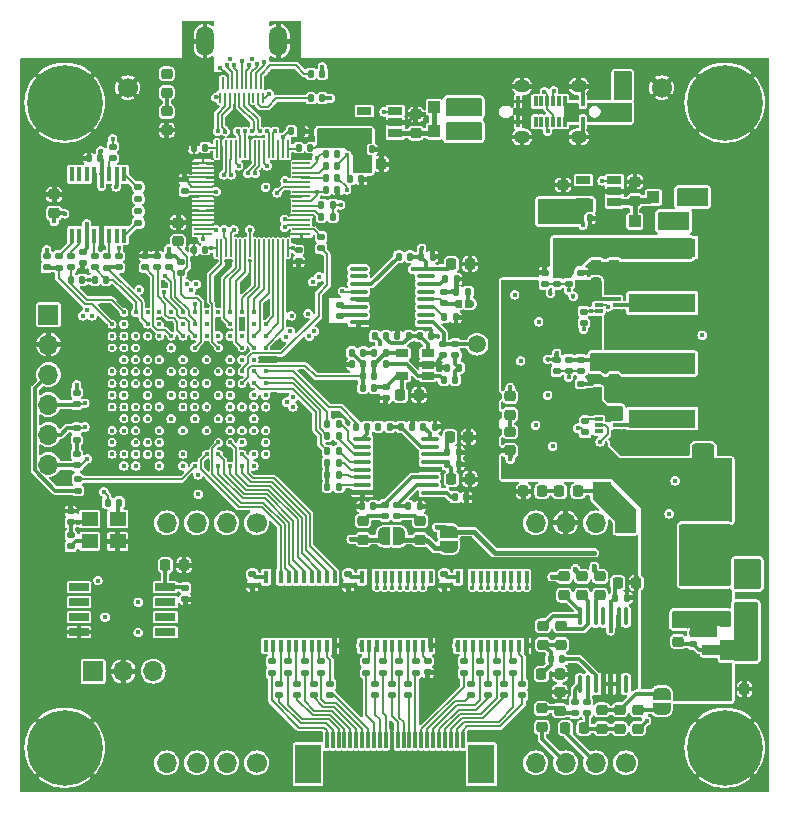
<source format=gbr>
%TF.GenerationSoftware,KiCad,Pcbnew,8.0.4*%
%TF.CreationDate,2024-11-18T22:27:40+01:00*%
%TF.ProjectId,hd_64_v0,68645f36-345f-4763-902e-6b696361645f,0.1*%
%TF.SameCoordinates,PX4737720PY55fe290*%
%TF.FileFunction,Copper,L1,Top*%
%TF.FilePolarity,Positive*%
%FSLAX46Y46*%
G04 Gerber Fmt 4.6, Leading zero omitted, Abs format (unit mm)*
G04 Created by KiCad (PCBNEW 8.0.4) date 2024-11-18 22:27:40*
%MOMM*%
%LPD*%
G01*
G04 APERTURE LIST*
G04 Aperture macros list*
%AMRoundRect*
0 Rectangle with rounded corners*
0 $1 Rounding radius*
0 $2 $3 $4 $5 $6 $7 $8 $9 X,Y pos of 4 corners*
0 Add a 4 corners polygon primitive as box body*
4,1,4,$2,$3,$4,$5,$6,$7,$8,$9,$2,$3,0*
0 Add four circle primitives for the rounded corners*
1,1,$1+$1,$2,$3*
1,1,$1+$1,$4,$5*
1,1,$1+$1,$6,$7*
1,1,$1+$1,$8,$9*
0 Add four rect primitives between the rounded corners*
20,1,$1+$1,$2,$3,$4,$5,0*
20,1,$1+$1,$4,$5,$6,$7,0*
20,1,$1+$1,$6,$7,$8,$9,0*
20,1,$1+$1,$8,$9,$2,$3,0*%
%AMOutline5P*
0 Free polygon, 5 corners , with rotation*
0 The origin of the aperture is its center*
0 number of corners: always 5*
0 $1 to $10 corner X, Y*
0 $11 Rotation angle, in degrees counterclockwise*
0 create outline with 5 corners*
4,1,5,$1,$2,$3,$4,$5,$6,$7,$8,$9,$10,$1,$2,$11*%
%AMOutline6P*
0 Free polygon, 6 corners , with rotation*
0 The origin of the aperture is its center*
0 number of corners: always 6*
0 $1 to $12 corner X, Y*
0 $13 Rotation angle, in degrees counterclockwise*
0 create outline with 6 corners*
4,1,6,$1,$2,$3,$4,$5,$6,$7,$8,$9,$10,$11,$12,$1,$2,$13*%
%AMOutline7P*
0 Free polygon, 7 corners , with rotation*
0 The origin of the aperture is its center*
0 number of corners: always 7*
0 $1 to $14 corner X, Y*
0 $15 Rotation angle, in degrees counterclockwise*
0 create outline with 7 corners*
4,1,7,$1,$2,$3,$4,$5,$6,$7,$8,$9,$10,$11,$12,$13,$14,$1,$2,$15*%
%AMOutline8P*
0 Free polygon, 8 corners , with rotation*
0 The origin of the aperture is its center*
0 number of corners: always 8*
0 $1 to $16 corner X, Y*
0 $17 Rotation angle, in degrees counterclockwise*
0 create outline with 8 corners*
4,1,8,$1,$2,$3,$4,$5,$6,$7,$8,$9,$10,$11,$12,$13,$14,$15,$16,$1,$2,$17*%
%AMFreePoly0*
4,1,19,0.500000,-0.750000,0.000000,-0.750000,0.000000,-0.744911,-0.071157,-0.744911,-0.207708,-0.704816,-0.327430,-0.627875,-0.420627,-0.520320,-0.479746,-0.390866,-0.500000,-0.250000,-0.500000,0.250000,-0.479746,0.390866,-0.420627,0.520320,-0.327430,0.627875,-0.207708,0.704816,-0.071157,0.744911,0.000000,0.744911,0.000000,0.750000,0.500000,0.750000,0.500000,-0.750000,0.500000,-0.750000,
$1*%
%AMFreePoly1*
4,1,19,0.000000,0.744911,0.071157,0.744911,0.207708,0.704816,0.327430,0.627875,0.420627,0.520320,0.479746,0.390866,0.500000,0.250000,0.500000,-0.250000,0.479746,-0.390866,0.420627,-0.520320,0.327430,-0.627875,0.207708,-0.704816,0.071157,-0.744911,0.000000,-0.744911,0.000000,-0.750000,-0.500000,-0.750000,-0.500000,0.750000,0.000000,0.750000,0.000000,0.744911,0.000000,0.744911,
$1*%
%AMFreePoly2*
4,1,9,3.862500,-0.866500,0.737500,-0.866500,0.737500,-0.450000,-0.737500,-0.450000,-0.737500,0.450000,0.737500,0.450000,0.737500,0.866500,3.862500,0.866500,3.862500,-0.866500,3.862500,-0.866500,$1*%
G04 Aperture macros list end*
%TA.AperFunction,SMDPad,CuDef*%
%ADD10FreePoly0,90.000000*%
%TD*%
%TA.AperFunction,SMDPad,CuDef*%
%ADD11FreePoly1,90.000000*%
%TD*%
%TA.AperFunction,SMDPad,CuDef*%
%ADD12RoundRect,0.218750X-0.256250X0.218750X-0.256250X-0.218750X0.256250X-0.218750X0.256250X0.218750X0*%
%TD*%
%TA.AperFunction,SMDPad,CuDef*%
%ADD13RoundRect,0.218750X-0.218750X-0.256250X0.218750X-0.256250X0.218750X0.256250X-0.218750X0.256250X0*%
%TD*%
%TA.AperFunction,SMDPad,CuDef*%
%ADD14RoundRect,0.218750X0.256250X-0.218750X0.256250X0.218750X-0.256250X0.218750X-0.256250X-0.218750X0*%
%TD*%
%TA.AperFunction,SMDPad,CuDef*%
%ADD15RoundRect,0.147500X0.172500X-0.147500X0.172500X0.147500X-0.172500X0.147500X-0.172500X-0.147500X0*%
%TD*%
%TA.AperFunction,SMDPad,CuDef*%
%ADD16RoundRect,0.147500X-0.172500X0.147500X-0.172500X-0.147500X0.172500X-0.147500X0.172500X0.147500X0*%
%TD*%
%TA.AperFunction,ComponentPad*%
%ADD17C,1.700000*%
%TD*%
%TA.AperFunction,ComponentPad*%
%ADD18C,6.400000*%
%TD*%
%TA.AperFunction,SMDPad,CuDef*%
%ADD19RoundRect,0.147500X0.147500X0.172500X-0.147500X0.172500X-0.147500X-0.172500X0.147500X-0.172500X0*%
%TD*%
%TA.AperFunction,SMDPad,CuDef*%
%ADD20R,0.400000X1.000000*%
%TD*%
%TA.AperFunction,SMDPad,CuDef*%
%ADD21RoundRect,0.100000X0.637500X0.100000X-0.637500X0.100000X-0.637500X-0.100000X0.637500X-0.100000X0*%
%TD*%
%TA.AperFunction,SMDPad,CuDef*%
%ADD22R,1.300000X0.900000*%
%TD*%
%TA.AperFunction,SMDPad,CuDef*%
%ADD23FreePoly2,0.000000*%
%TD*%
%TA.AperFunction,SMDPad,CuDef*%
%ADD24RoundRect,0.147500X-0.147500X-0.172500X0.147500X-0.172500X0.147500X0.172500X-0.147500X0.172500X0*%
%TD*%
%TA.AperFunction,SMDPad,CuDef*%
%ADD25R,0.400000X1.200000*%
%TD*%
%TA.AperFunction,SMDPad,CuDef*%
%ADD26R,0.300000X1.400000*%
%TD*%
%TA.AperFunction,SMDPad,CuDef*%
%ADD27R,2.200000X3.300000*%
%TD*%
%TA.AperFunction,SMDPad,CuDef*%
%ADD28RoundRect,0.100000X-0.637500X-0.100000X0.637500X-0.100000X0.637500X0.100000X-0.637500X0.100000X0*%
%TD*%
%TA.AperFunction,SMDPad,CuDef*%
%ADD29R,1.000000X1.000000*%
%TD*%
%TA.AperFunction,SMDPad,CuDef*%
%ADD30R,5.700000X1.600000*%
%TD*%
%TA.AperFunction,SMDPad,CuDef*%
%ADD31RoundRect,0.250000X-0.700000X1.825000X-0.700000X-1.825000X0.700000X-1.825000X0.700000X1.825000X0*%
%TD*%
%TA.AperFunction,SMDPad,CuDef*%
%ADD32R,1.060000X0.650000*%
%TD*%
%TA.AperFunction,SMDPad,CuDef*%
%ADD33RoundRect,0.218750X0.218750X0.256250X-0.218750X0.256250X-0.218750X-0.256250X0.218750X-0.256250X0*%
%TD*%
%TA.AperFunction,SMDPad,CuDef*%
%ADD34R,0.304800X0.863600*%
%TD*%
%TA.AperFunction,ComponentPad*%
%ADD35O,1.346200X1.092200*%
%TD*%
%TA.AperFunction,SMDPad,CuDef*%
%ADD36C,1.500000*%
%TD*%
%TA.AperFunction,ComponentPad*%
%ADD37O,1.700000X1.700000*%
%TD*%
%TA.AperFunction,SMDPad,CuDef*%
%ADD38R,0.700000X0.340000*%
%TD*%
%TA.AperFunction,SMDPad,CuDef*%
%ADD39R,1.400000X1.200000*%
%TD*%
%TA.AperFunction,SMDPad,CuDef*%
%ADD40RoundRect,0.062500X0.687500X0.062500X-0.687500X0.062500X-0.687500X-0.062500X0.687500X-0.062500X0*%
%TD*%
%TA.AperFunction,SMDPad,CuDef*%
%ADD41RoundRect,0.062500X0.062500X0.687500X-0.062500X0.687500X-0.062500X-0.687500X0.062500X-0.687500X0*%
%TD*%
%TA.AperFunction,SMDPad,CuDef*%
%ADD42FreePoly0,270.000000*%
%TD*%
%TA.AperFunction,SMDPad,CuDef*%
%ADD43FreePoly1,270.000000*%
%TD*%
%TA.AperFunction,SMDPad,CuDef*%
%ADD44R,1.220000X0.650000*%
%TD*%
%TA.AperFunction,SMDPad,CuDef*%
%ADD45R,1.700000X0.650000*%
%TD*%
%TA.AperFunction,SMDPad,CuDef*%
%ADD46C,0.450000*%
%TD*%
%TA.AperFunction,SMDPad,CuDef*%
%ADD47R,0.230000X0.850000*%
%TD*%
%TA.AperFunction,SMDPad,CuDef*%
%ADD48R,0.230000X1.000000*%
%TD*%
%TA.AperFunction,SMDPad,CuDef*%
%ADD49R,2.400000X1.380000*%
%TD*%
%TA.AperFunction,ComponentPad*%
%ADD50O,1.500000X2.550000*%
%TD*%
%TA.AperFunction,SMDPad,CuDef*%
%ADD51RoundRect,0.100000X0.100000X-0.637500X0.100000X0.637500X-0.100000X0.637500X-0.100000X-0.637500X0*%
%TD*%
%TA.AperFunction,ComponentPad*%
%ADD52R,1.700000X1.700000*%
%TD*%
%TA.AperFunction,SMDPad,CuDef*%
%ADD53FreePoly0,0.000000*%
%TD*%
%TA.AperFunction,SMDPad,CuDef*%
%ADD54FreePoly1,0.000000*%
%TD*%
%TA.AperFunction,SMDPad,CuDef*%
%ADD55Outline6P,-0.381000X0.120000X-0.201000X0.300000X0.381000X0.300000X0.381000X-0.300000X-0.201000X-0.300000X-0.381000X-0.120000X180.000000*%
%TD*%
%TA.AperFunction,SMDPad,CuDef*%
%ADD56Outline6P,-0.381000X0.300000X0.201000X0.300000X0.381000X0.120000X0.381000X-0.120000X0.201000X-0.300000X-0.381000X-0.300000X180.000000*%
%TD*%
%TA.AperFunction,ViaPad*%
%ADD57C,0.400000*%
%TD*%
%TA.AperFunction,ViaPad*%
%ADD58C,0.450000*%
%TD*%
%TA.AperFunction,Conductor*%
%ADD59C,0.300000*%
%TD*%
%TA.AperFunction,Conductor*%
%ADD60C,0.200000*%
%TD*%
%TA.AperFunction,Conductor*%
%ADD61C,0.400000*%
%TD*%
%TA.AperFunction,Conductor*%
%ADD62C,0.500000*%
%TD*%
G04 APERTURE END LIST*
D10*
X51054000Y57897000D03*
D11*
X51054000Y59197000D03*
D12*
X44323000Y14122500D03*
X44323000Y12547500D03*
X45847000Y14122500D03*
X45847000Y12547500D03*
D13*
X44170500Y10033000D03*
X45745500Y10033000D03*
D14*
X2924000Y49082500D03*
X2924000Y50657500D03*
D15*
X36888500Y37036000D03*
X36888500Y38006000D03*
D16*
X33528000Y11130000D03*
X33528000Y10160000D03*
D15*
X4826000Y27709000D03*
X4826000Y28679000D03*
D16*
X38989000Y11130000D03*
X38989000Y10160000D03*
D17*
X54356000Y59690000D03*
D16*
X30099000Y9225000D03*
X30099000Y8255000D03*
D18*
X59690000Y3810000D03*
D10*
X36322000Y20813000D03*
D11*
X36322000Y22113000D03*
D19*
X29949000Y24257000D03*
X28979000Y24257000D03*
D14*
X52093000Y50139500D03*
X52093000Y51714500D03*
D20*
X28952000Y12444000D03*
X29602000Y12444000D03*
X30252000Y12444000D03*
X30902000Y12444000D03*
X31552000Y12444000D03*
X32202000Y12444000D03*
X32852000Y12444000D03*
X33502000Y12444000D03*
X34152000Y12444000D03*
X34802000Y12444000D03*
X34802000Y18244000D03*
X34152000Y18244000D03*
X33502000Y18244000D03*
X32852000Y18244000D03*
X32202000Y18244000D03*
X31552000Y18244000D03*
X30902000Y18244000D03*
X30252000Y18244000D03*
X29602000Y18244000D03*
X28952000Y18244000D03*
D21*
X34739500Y25411000D03*
X34739500Y26061000D03*
X34739500Y26711000D03*
X34739500Y27361000D03*
X34739500Y28011000D03*
X34739500Y28661000D03*
X34739500Y29311000D03*
X34739500Y29961000D03*
X29014500Y29961000D03*
X29014500Y29311000D03*
X29014500Y28661000D03*
X29014500Y28011000D03*
X29014500Y27361000D03*
X29014500Y26711000D03*
X29014500Y26061000D03*
X29014500Y25411000D03*
D16*
X30929500Y24402000D03*
X30929500Y23432000D03*
D19*
X24615000Y54610000D03*
X23645000Y54610000D03*
D22*
X58476500Y13589000D03*
D23*
X58564000Y12089000D03*
D22*
X58476500Y10589000D03*
D16*
X25527000Y11130000D03*
X25527000Y10160000D03*
D19*
X51412000Y16510000D03*
X50442000Y16510000D03*
D15*
X5334000Y44854000D03*
X5334000Y45824000D03*
D19*
X37188000Y27813000D03*
X36218000Y27813000D03*
D16*
X42545000Y9225000D03*
X42545000Y8255000D03*
D12*
X33909000Y23012500D03*
X33909000Y21437500D03*
D24*
X28139000Y36270000D03*
X29109000Y36270000D03*
D25*
X4401500Y47170000D03*
X5036500Y47170000D03*
X5671500Y47170000D03*
X6306500Y47170000D03*
X6941500Y47170000D03*
X7576500Y47170000D03*
X8211500Y47170000D03*
X8846500Y47170000D03*
X8846500Y52370000D03*
X8211500Y52370000D03*
X7576500Y52370000D03*
X6941500Y52370000D03*
X6306500Y52370000D03*
X5671500Y52370000D03*
X5036500Y52370000D03*
X4401500Y52370000D03*
D26*
X37500000Y4477500D03*
X37000000Y4477500D03*
X36500000Y4477500D03*
X36000000Y4477500D03*
X35500000Y4477500D03*
X35000000Y4477500D03*
X34500000Y4477500D03*
X34000000Y4477500D03*
X33500000Y4477500D03*
X33000000Y4477500D03*
X32500000Y4477500D03*
X32000000Y4477500D03*
X31500000Y4477500D03*
X31000000Y4477500D03*
X30500000Y4477500D03*
X30000000Y4477500D03*
X29500000Y4477500D03*
X29000000Y4477500D03*
X28500000Y4477500D03*
X28000000Y4477500D03*
X27500000Y4477500D03*
X27000000Y4477500D03*
X26500000Y4477500D03*
X26000000Y4477500D03*
D27*
X39100000Y2407500D03*
X24400000Y2407500D03*
D16*
X30734000Y11130000D03*
X30734000Y10160000D03*
D19*
X27028000Y28956000D03*
X26058000Y28956000D03*
D28*
X28692000Y44368000D03*
X28692000Y43718000D03*
X28692000Y43068000D03*
X28692000Y42418000D03*
X28692000Y41768000D03*
X28692000Y41118000D03*
X28692000Y40468000D03*
X28692000Y39818000D03*
X34417000Y39818000D03*
X34417000Y40468000D03*
X34417000Y41118000D03*
X34417000Y41768000D03*
X34417000Y42418000D03*
X34417000Y43068000D03*
X34417000Y43718000D03*
X34417000Y44368000D03*
D16*
X7386000Y45429000D03*
X7386000Y44459000D03*
D29*
X61595000Y18014000D03*
X61595000Y15514000D03*
D30*
X54399000Y41465000D03*
X54399000Y46165000D03*
D19*
X26520000Y48768000D03*
X25550000Y48768000D03*
X34833500Y38664000D03*
X33863500Y38664000D03*
D14*
X29083000Y21437500D03*
X29083000Y23012500D03*
D24*
X29039000Y34270000D03*
X30009000Y34270000D03*
D12*
X49276000Y7010500D03*
X49276000Y5435500D03*
D19*
X29822000Y54483000D03*
X28852000Y54483000D03*
D16*
X29337000Y11130000D03*
X29337000Y10160000D03*
D31*
X57872500Y27478000D03*
X57872500Y20528000D03*
D16*
X46990000Y7724000D03*
X46990000Y6754000D03*
D14*
X41529000Y28981500D03*
X41529000Y30556500D03*
D24*
X23010000Y56007000D03*
X23980000Y56007000D03*
D13*
X36423500Y30099000D03*
X37998500Y30099000D03*
D29*
X53657000Y50419000D03*
X56157000Y50419000D03*
D19*
X36934000Y40259000D03*
X35964000Y40259000D03*
D32*
X34559500Y35301000D03*
X34559500Y36251000D03*
X34559500Y37201000D03*
X32359500Y37201000D03*
X32359500Y35301000D03*
D33*
X38125500Y44760000D03*
X36550500Y44760000D03*
D16*
X23624000Y45955000D03*
X23624000Y44985000D03*
D24*
X26058000Y26924000D03*
X27028000Y26924000D03*
D15*
X19685000Y17526000D03*
X19685000Y18496000D03*
D34*
X47674000Y58535000D03*
X46174000Y58535000D03*
X45674001Y58535000D03*
X45174000Y58535000D03*
X44674000Y58535000D03*
X44173999Y58535000D03*
X43674000Y58535000D03*
X42174000Y58535000D03*
X42174000Y56805000D03*
X43674000Y56805000D03*
X44173999Y56805000D03*
X44674000Y56805000D03*
X45174000Y56805000D03*
X45674001Y56805000D03*
X46174000Y56805000D03*
X47674000Y56805000D03*
D35*
X42524000Y59820001D03*
X47324000Y59820001D03*
X42524000Y55519999D03*
X47324000Y55519999D03*
D19*
X5311000Y43434000D03*
X4341000Y43434000D03*
D15*
X47541000Y43076000D03*
X47541000Y44046000D03*
D19*
X15725000Y54610000D03*
X14755000Y54610000D03*
D24*
X32916000Y24257000D03*
X33886000Y24257000D03*
D13*
X50647500Y17780000D03*
X52222500Y17780000D03*
D19*
X48280000Y48641000D03*
X47310000Y48641000D03*
X33251000Y30988000D03*
X32281000Y30988000D03*
D24*
X28139000Y37270000D03*
X29109000Y37270000D03*
D36*
X38735000Y37973000D03*
D16*
X4318000Y21821000D03*
X4318000Y20851000D03*
X26289000Y9225000D03*
X26289000Y8255000D03*
D13*
X48785500Y43180000D03*
X50360500Y43180000D03*
D19*
X36992500Y43490000D03*
X36022500Y43490000D03*
X26520000Y49784000D03*
X25550000Y49784000D03*
D16*
X4924000Y26555000D03*
X4924000Y25585000D03*
D12*
X50335000Y46253500D03*
X50335000Y44678500D03*
D19*
X27028000Y31242000D03*
X26058000Y31242000D03*
D14*
X55753000Y12801500D03*
X55753000Y14376500D03*
D16*
X2286000Y45443000D03*
X2286000Y44473000D03*
D15*
X10053000Y50301000D03*
X10053000Y51271000D03*
D16*
X21971000Y9225000D03*
X21971000Y8255000D03*
D14*
X41529000Y32004000D03*
X41529000Y33579000D03*
D19*
X26901000Y52070000D03*
X25931000Y52070000D03*
D16*
X24892000Y9225000D03*
X24892000Y8255000D03*
D12*
X44196000Y7137500D03*
X44196000Y5562500D03*
D16*
X57023000Y13566000D03*
X57023000Y12596000D03*
D13*
X29057500Y53213000D03*
X30632500Y53213000D03*
D19*
X35156000Y30988000D03*
X34186000Y30988000D03*
D16*
X13624000Y44955000D03*
X13624000Y43985000D03*
X30988000Y34394000D03*
X30988000Y33424000D03*
D12*
X47625000Y18313500D03*
X47625000Y16738500D03*
X52324000Y7010500D03*
X52324000Y5435500D03*
D19*
X31346000Y30988000D03*
X30376000Y30988000D03*
D16*
X6350000Y45443000D03*
X6350000Y44473000D03*
D19*
X32928500Y38664000D03*
X31958500Y38664000D03*
D17*
X20066000Y2540000D03*
D37*
X17526000Y2540000D03*
X14986000Y2540000D03*
X12446000Y2540000D03*
D38*
X50534000Y40775000D03*
X50534000Y41275000D03*
X50534000Y41775000D03*
X49034000Y41775000D03*
X49034000Y41275000D03*
X49034000Y40775000D03*
D14*
X12446000Y56108500D03*
X12446000Y57683500D03*
D15*
X27813000Y17526000D03*
X27813000Y18496000D03*
D19*
X28933000Y51943000D03*
X27963000Y51943000D03*
D16*
X41783000Y11130000D03*
X41783000Y10160000D03*
D39*
X5912000Y21275000D03*
X8312000Y21275000D03*
X8312000Y23175000D03*
X5912000Y23175000D03*
D16*
X27109500Y41308000D03*
X27109500Y40338000D03*
D24*
X33990500Y45395000D03*
X34960500Y45395000D03*
D12*
X46101000Y18313500D03*
X46101000Y16738500D03*
D19*
X15709000Y45970000D03*
X14739000Y45970000D03*
X26901000Y54102000D03*
X25931000Y54102000D03*
D14*
X33528000Y55854500D03*
X33528000Y57429500D03*
D16*
X32893000Y9225000D03*
X32893000Y8255000D03*
D19*
X37823000Y25019000D03*
X36853000Y25019000D03*
D33*
X33807500Y33655000D03*
X32232500Y33655000D03*
D24*
X36980000Y42418000D03*
X37950000Y42418000D03*
D16*
X11624000Y45455000D03*
X11624000Y44485000D03*
X48006000Y7724000D03*
X48006000Y6754000D03*
X10624000Y45455000D03*
X10624000Y44485000D03*
D13*
X45694500Y25527000D03*
X47269500Y25527000D03*
D16*
X45466000Y36680000D03*
X45466000Y35710000D03*
X41021000Y9225000D03*
X41021000Y8255000D03*
D40*
X23860000Y47292000D03*
X23860000Y47692000D03*
X23860000Y48092000D03*
X23860000Y48492000D03*
X23860000Y48892000D03*
X23860000Y49292000D03*
X23860000Y49692000D03*
X23860000Y50092000D03*
X23860000Y50492000D03*
X23860000Y50892000D03*
X23860000Y51292000D03*
X23860000Y51692000D03*
X23860000Y52092000D03*
X23860000Y52492000D03*
X23860000Y52892000D03*
X23860000Y53292000D03*
D41*
X22685000Y54467000D03*
X22285000Y54467000D03*
X21885000Y54467000D03*
X21485000Y54467000D03*
X21085000Y54467000D03*
X20685000Y54467000D03*
X20285000Y54467000D03*
X19885000Y54467000D03*
X19485000Y54467000D03*
X19085000Y54467000D03*
X18685000Y54467000D03*
X18285000Y54467000D03*
X17885000Y54467000D03*
X17485000Y54467000D03*
X17085000Y54467000D03*
X16685000Y54467000D03*
D40*
X15510000Y53292000D03*
X15510000Y52892000D03*
X15510000Y52492000D03*
X15510000Y52092000D03*
X15510000Y51692000D03*
X15510000Y51292000D03*
X15510000Y50892000D03*
X15510000Y50492000D03*
X15510000Y50092000D03*
X15510000Y49692000D03*
X15510000Y49292000D03*
X15510000Y48892000D03*
X15510000Y48492000D03*
X15510000Y48092000D03*
X15510000Y47692000D03*
X15510000Y47292000D03*
D41*
X16685000Y46117000D03*
X17085000Y46117000D03*
X17485000Y46117000D03*
X17885000Y46117000D03*
X18285000Y46117000D03*
X18685000Y46117000D03*
X19085000Y46117000D03*
X19485000Y46117000D03*
X19885000Y46117000D03*
X20285000Y46117000D03*
X20685000Y46117000D03*
X21085000Y46117000D03*
X21485000Y46117000D03*
X21885000Y46117000D03*
X22285000Y46117000D03*
X22685000Y46117000D03*
D16*
X3324000Y45429000D03*
X3324000Y44459000D03*
D13*
X36550500Y26543000D03*
X38125500Y26543000D03*
D16*
X47879000Y31473000D03*
X47879000Y30503000D03*
D42*
X49276000Y27066000D03*
D43*
X49276000Y25766000D03*
D16*
X37592000Y11130000D03*
X37592000Y10160000D03*
D14*
X46017000Y49885500D03*
X46017000Y51460500D03*
D15*
X34544000Y10183000D03*
X34544000Y11153000D03*
D16*
X31945500Y24402000D03*
X31945500Y23432000D03*
D44*
X31790000Y55819000D03*
X31790000Y56769000D03*
X31790000Y57719000D03*
X29170000Y57719000D03*
X29170000Y55819000D03*
D16*
X7874000Y54714000D03*
X7874000Y53744000D03*
X35872500Y38006000D03*
X35872500Y37036000D03*
X31496000Y9225000D03*
X31496000Y8255000D03*
D18*
X59690000Y58420000D03*
D12*
X50335000Y36601500D03*
X50335000Y35026500D03*
D19*
X29441000Y30988000D03*
X28471000Y30988000D03*
D24*
X24661000Y60870000D03*
X25631000Y60870000D03*
D19*
X27028000Y30226000D03*
X26058000Y30226000D03*
D29*
X35072000Y58039000D03*
X37572000Y58039000D03*
D15*
X13970000Y50973000D03*
X13970000Y51943000D03*
D16*
X38227000Y9225000D03*
X38227000Y8255000D03*
X32131000Y11130000D03*
X32131000Y10160000D03*
D12*
X50800000Y7010500D03*
X50800000Y5435500D03*
D45*
X5024000Y17410000D03*
X5024000Y16140000D03*
X5024000Y14870000D03*
X5024000Y13600000D03*
X12324000Y13600000D03*
X12324000Y14870000D03*
X12324000Y16140000D03*
X12324000Y17410000D03*
D24*
X25931000Y51054000D03*
X26901000Y51054000D03*
D17*
X51308000Y22860000D03*
D37*
X48768000Y22860000D03*
X46228000Y22860000D03*
X43688000Y22860000D03*
D16*
X40386000Y11130000D03*
X40386000Y10160000D03*
X22733000Y11130000D03*
X22733000Y10160000D03*
D17*
X9144000Y59690000D03*
D15*
X47541000Y33678000D03*
X47541000Y34648000D03*
D12*
X49149000Y18313500D03*
X49149000Y16738500D03*
D19*
X37188000Y28829000D03*
X36218000Y28829000D03*
D14*
X12446000Y59283500D03*
X12446000Y60858500D03*
D16*
X44450000Y44046000D03*
X44450000Y43076000D03*
D46*
X7824000Y40670000D03*
X8824000Y40670000D03*
X9824000Y40670000D03*
X10824000Y40670000D03*
X11824000Y40670000D03*
X12824000Y40670000D03*
X13824000Y40670000D03*
X14824000Y40670000D03*
X15824000Y40670000D03*
X16824000Y40670000D03*
X17824000Y40670000D03*
X18824000Y40670000D03*
X19824000Y40670000D03*
X20824000Y40670000D03*
X7824000Y39670000D03*
X8824000Y39670000D03*
X9824000Y39670000D03*
X10824000Y39670000D03*
X11824000Y39670000D03*
X12824000Y39670000D03*
X13824000Y39670000D03*
X14824000Y39670000D03*
X15824000Y39670000D03*
X16824000Y39670000D03*
X17824000Y39670000D03*
X18824000Y39670000D03*
X19824000Y39670000D03*
X20824000Y39670000D03*
X7824000Y38670000D03*
X8824000Y38670000D03*
X9824000Y38670000D03*
X10824000Y38670000D03*
X11824000Y38670000D03*
X12824000Y38670000D03*
X13824000Y38670000D03*
X14824000Y38670000D03*
X15824000Y38670000D03*
X16824000Y38670000D03*
X17824000Y38670000D03*
X18824000Y38670000D03*
X19824000Y38670000D03*
X20824000Y38670000D03*
X7824000Y37670000D03*
X8824000Y37670000D03*
X9824000Y37670000D03*
X10824000Y37670000D03*
X11824000Y37670000D03*
X12824000Y37670000D03*
X13824000Y37670000D03*
X14824000Y37670000D03*
X15824000Y37670000D03*
X16824000Y37670000D03*
X17824000Y37670000D03*
X18824000Y37670000D03*
X19824000Y37670000D03*
X20824000Y37670000D03*
X7824000Y36670000D03*
X8824000Y36670000D03*
X9824000Y36670000D03*
X10824000Y36670000D03*
X11824000Y36670000D03*
X12824000Y36670000D03*
X13824000Y36670000D03*
X14824000Y36670000D03*
X15824000Y36670000D03*
X16824000Y36670000D03*
X17824000Y36670000D03*
X18824000Y36670000D03*
X19824000Y36670000D03*
X20824000Y36670000D03*
X7824000Y35670000D03*
X8824000Y35670000D03*
X9824000Y35670000D03*
X10824000Y35670000D03*
X11824000Y35670000D03*
X12824000Y35670000D03*
X13824000Y35670000D03*
X14824000Y35670000D03*
X15824000Y35670000D03*
X16824000Y35670000D03*
X17824000Y35670000D03*
X18824000Y35670000D03*
X19824000Y35670000D03*
X20824000Y35670000D03*
X7824000Y34670000D03*
X8824000Y34670000D03*
X9824000Y34670000D03*
X10824000Y34670000D03*
X11824000Y34670000D03*
X12824000Y34670000D03*
X13824000Y34670000D03*
X14824000Y34670000D03*
X15824000Y34670000D03*
X16824000Y34670000D03*
X17824000Y34670000D03*
X18824000Y34670000D03*
X19824000Y34670000D03*
X20824000Y34670000D03*
X7824000Y33670000D03*
X8824000Y33670000D03*
X9824000Y33670000D03*
X10824000Y33670000D03*
X11824000Y33670000D03*
X12824000Y33670000D03*
X13824000Y33670000D03*
X14824000Y33670000D03*
X15824000Y33670000D03*
X16824000Y33670000D03*
X17824000Y33670000D03*
X18824000Y33670000D03*
X19824000Y33670000D03*
X20824000Y33670000D03*
X7824000Y32670000D03*
X8824000Y32670000D03*
X9824000Y32670000D03*
X10824000Y32670000D03*
X11824000Y32670000D03*
X12824000Y32670000D03*
X13824000Y32670000D03*
X14824000Y32670000D03*
X15824000Y32670000D03*
X16824000Y32670000D03*
X17824000Y32670000D03*
X18824000Y32670000D03*
X19824000Y32670000D03*
X20824000Y32670000D03*
X7824000Y31670000D03*
X8824000Y31670000D03*
X9824000Y31670000D03*
X10824000Y31670000D03*
X11824000Y31670000D03*
X12824000Y31670000D03*
X13824000Y31670000D03*
X14824000Y31670000D03*
X15824000Y31670000D03*
X16824000Y31670000D03*
X17824000Y31670000D03*
X18824000Y31670000D03*
X19824000Y31670000D03*
X20824000Y31670000D03*
X7824000Y30670000D03*
X8824000Y30670000D03*
X9824000Y30670000D03*
X10824000Y30670000D03*
X11824000Y30670000D03*
X12824000Y30670000D03*
X13824000Y30670000D03*
X14824000Y30670000D03*
X15824000Y30670000D03*
X16824000Y30670000D03*
X17824000Y30670000D03*
X18824000Y30670000D03*
X19824000Y30670000D03*
X20824000Y30670000D03*
X7824000Y29670000D03*
X8824000Y29670000D03*
X9824000Y29670000D03*
X10824000Y29670000D03*
X11824000Y29670000D03*
X12824000Y29670000D03*
X13824000Y29670000D03*
X14824000Y29670000D03*
X15824000Y29670000D03*
X16824000Y29670000D03*
X17824000Y29670000D03*
X18824000Y29670000D03*
X19824000Y29670000D03*
X20824000Y29670000D03*
X7824000Y28670000D03*
X8824000Y28670000D03*
X9824000Y28670000D03*
X10824000Y28670000D03*
X11824000Y28670000D03*
X12824000Y28670000D03*
X13824000Y28670000D03*
X14824000Y28670000D03*
X15824000Y28670000D03*
X16824000Y28670000D03*
X17824000Y28670000D03*
X18824000Y28670000D03*
X19824000Y28670000D03*
X20824000Y28670000D03*
X7824000Y27670000D03*
X8824000Y27670000D03*
X9824000Y27670000D03*
X10824000Y27670000D03*
X11824000Y27670000D03*
X12824000Y27670000D03*
X13824000Y27670000D03*
X14824000Y27670000D03*
X15824000Y27670000D03*
X16824000Y27670000D03*
X17824000Y27670000D03*
X18824000Y27670000D03*
X19824000Y27670000D03*
X20824000Y27670000D03*
D24*
X44981000Y11303000D03*
X45951000Y11303000D03*
D15*
X35941000Y17526000D03*
X35941000Y18496000D03*
D47*
X16996000Y58852000D03*
D48*
X17196000Y60077000D03*
D47*
X17396000Y58852000D03*
D48*
X17596000Y60077000D03*
D47*
X17796000Y58852000D03*
D48*
X17996000Y60077000D03*
D47*
X18196000Y58852000D03*
D48*
X18396000Y60077000D03*
D47*
X18596000Y58852000D03*
D48*
X18796000Y60077000D03*
D47*
X18996000Y58852000D03*
D48*
X19196000Y60077000D03*
D47*
X19396000Y58852000D03*
D48*
X19596000Y60077000D03*
D47*
X19796000Y58852000D03*
D48*
X19996000Y60077000D03*
D47*
X20196000Y58852000D03*
D48*
X20396000Y60077000D03*
D47*
X20596000Y58852000D03*
D49*
X22246000Y60267000D03*
D50*
X21896000Y63627000D03*
X15696000Y63627000D03*
D49*
X15346000Y60267000D03*
D24*
X24661000Y58801000D03*
X25631000Y58801000D03*
D33*
X47777500Y5461000D03*
X46202500Y5461000D03*
D17*
X51308000Y2540000D03*
D37*
X48768000Y2540000D03*
X46228000Y2540000D03*
X43688000Y2540000D03*
D19*
X31023500Y38664000D03*
X30053500Y38664000D03*
D24*
X7439000Y24570000D03*
X8409000Y24570000D03*
D38*
X50534000Y30615000D03*
X50534000Y31115000D03*
X50534000Y31615000D03*
X49034000Y31615000D03*
X49034000Y31115000D03*
X49034000Y30615000D03*
D15*
X46482000Y35710000D03*
X46482000Y36680000D03*
D12*
X48811000Y46253500D03*
X48811000Y44678500D03*
D15*
X4826000Y32916000D03*
X4826000Y33886000D03*
X14024000Y16385000D03*
X14024000Y17355000D03*
D13*
X48785500Y33528000D03*
X50360500Y33528000D03*
D16*
X12624000Y45455000D03*
X12624000Y44485000D03*
D24*
X35895500Y34981000D03*
X36865500Y34981000D03*
D18*
X3810000Y3810000D03*
D19*
X37188000Y35997000D03*
X36218000Y35997000D03*
D16*
X4824000Y30855000D03*
X4824000Y29885000D03*
D51*
X47453000Y14927500D03*
X48103000Y14927500D03*
X48753000Y14927500D03*
X49403000Y14927500D03*
X50053000Y14927500D03*
X50703000Y14927500D03*
X51353000Y14927500D03*
X51353000Y9202500D03*
X50703000Y9202500D03*
X50053000Y9202500D03*
X49403000Y9202500D03*
X48753000Y9202500D03*
X48103000Y9202500D03*
X47453000Y9202500D03*
D52*
X2438000Y40488000D03*
D37*
X2438000Y37948000D03*
X2438000Y35408000D03*
X2438000Y32868000D03*
X2438000Y30328000D03*
X2438000Y27788000D03*
D13*
X42646500Y25527000D03*
X44221500Y25527000D03*
D24*
X32085500Y45395000D03*
X33055500Y45395000D03*
D19*
X31009000Y37270000D03*
X30039000Y37270000D03*
D29*
X52070000Y48387000D03*
X54570000Y48387000D03*
D44*
X50355000Y49977000D03*
X50355000Y50927000D03*
X50355000Y51877000D03*
X47735000Y51877000D03*
X47735000Y49977000D03*
D16*
X8382000Y45443000D03*
X8382000Y44473000D03*
D53*
X30846000Y21717000D03*
D54*
X32146000Y21717000D03*
D16*
X46482000Y44046000D03*
X46482000Y43076000D03*
D24*
X26058000Y27940000D03*
X27028000Y27940000D03*
D16*
X4318000Y45443000D03*
X4318000Y44473000D03*
D15*
X10053000Y48269000D03*
X10053000Y49239000D03*
D19*
X26901000Y53086000D03*
X25931000Y53086000D03*
D15*
X45466000Y43076000D03*
X45466000Y44046000D03*
D12*
X45720000Y8534500D03*
X45720000Y6959500D03*
D14*
X13424000Y46682500D03*
X13424000Y48257500D03*
D13*
X59791500Y8787000D03*
X61366500Y8787000D03*
D24*
X26058000Y25908000D03*
X27028000Y25908000D03*
D30*
X54399000Y31686000D03*
X54399000Y36386000D03*
D16*
X25524000Y47055000D03*
X25524000Y46085000D03*
D17*
X20066000Y22860000D03*
D37*
X17526000Y22860000D03*
X14986000Y22860000D03*
X12446000Y22860000D03*
D13*
X12336500Y19270000D03*
X13911500Y19270000D03*
D16*
X23495000Y9225000D03*
X23495000Y8255000D03*
D24*
X6350000Y43434000D03*
X7320000Y43434000D03*
D16*
X21336000Y11130000D03*
X21336000Y10160000D03*
X47498000Y36680000D03*
X47498000Y35710000D03*
D15*
X35941000Y41425000D03*
X35941000Y42395000D03*
D16*
X24130000Y11130000D03*
X24130000Y10160000D03*
D24*
X5865000Y53721000D03*
X6835000Y53721000D03*
D52*
X6223000Y10287000D03*
D37*
X8763000Y10287000D03*
X11303000Y10287000D03*
D20*
X37080000Y12444000D03*
X37730000Y12444000D03*
X38380000Y12444000D03*
X39030000Y12444000D03*
X39680000Y12444000D03*
X40330000Y12444000D03*
X40980000Y12444000D03*
X41630000Y12444000D03*
X42280000Y12444000D03*
X42930000Y12444000D03*
X42930000Y18244000D03*
X42280000Y18244000D03*
X41630000Y18244000D03*
X40980000Y18244000D03*
X40330000Y18244000D03*
X39680000Y18244000D03*
X39030000Y18244000D03*
X38380000Y18244000D03*
X37730000Y18244000D03*
X37080000Y18244000D03*
D16*
X47752000Y40744000D03*
X47752000Y39774000D03*
D55*
X38100000Y41402000D03*
D56*
X37084000Y41402000D03*
D16*
X39624000Y9225000D03*
X39624000Y8255000D03*
D24*
X29039000Y35270000D03*
X30009000Y35270000D03*
D16*
X4318000Y23853000D03*
X4318000Y22883000D03*
D12*
X48811000Y36601500D03*
X48811000Y35026500D03*
D19*
X31009000Y36270000D03*
X30039000Y36270000D03*
D18*
X3810000Y58420000D03*
D29*
X35072000Y56007000D03*
X37572000Y56007000D03*
D42*
X54356000Y8397000D03*
D43*
X54356000Y7097000D03*
D20*
X20824000Y12444000D03*
X21474000Y12444000D03*
X22124000Y12444000D03*
X22774000Y12444000D03*
X23424000Y12444000D03*
X24074000Y12444000D03*
X24724000Y12444000D03*
X25374000Y12444000D03*
X26024000Y12444000D03*
X26674000Y12444000D03*
X26674000Y18244000D03*
X26024000Y18244000D03*
X25374000Y18244000D03*
X24724000Y18244000D03*
X24074000Y18244000D03*
X23424000Y18244000D03*
X22774000Y18244000D03*
X22124000Y18244000D03*
X21474000Y18244000D03*
X20824000Y18244000D03*
D57*
X51308000Y60833000D03*
X51308000Y60198000D03*
X50673000Y60198000D03*
X50673000Y60833000D03*
X52451000Y29718000D03*
X38481000Y25019000D03*
X30607000Y54737000D03*
X36924000Y1270000D03*
X20193000Y6985000D03*
X6624000Y25070000D03*
X3937000Y50673000D03*
X16637000Y21463000D03*
X16124000Y56170000D03*
X16637000Y14859000D03*
X30607000Y56642000D03*
X16637000Y18542000D03*
X25527000Y35814000D03*
X32624000Y1270000D03*
X5724000Y33570000D03*
X14824000Y29670000D03*
X34824000Y13370000D03*
X43180000Y10033000D03*
X16324000Y2070000D03*
X62484000Y8763000D03*
X49149000Y49784000D03*
X52832000Y44577000D03*
X18923000Y43180000D03*
X21524000Y17270000D03*
X27940000Y22098000D03*
X14097000Y15621000D03*
X6224000Y14070000D03*
X30607000Y55753000D03*
X45212000Y19050000D03*
X22225000Y5715000D03*
X23624000Y44970000D03*
X52114000Y52705000D03*
X57023000Y14859000D03*
X39878000Y22479000D03*
X17624000Y51770000D03*
X51308000Y30353000D03*
X12824000Y29670000D03*
X22606000Y52705000D03*
X35052000Y21844000D03*
X19177000Y56769000D03*
X42418000Y36576000D03*
X16256000Y44704000D03*
X48524000Y24170000D03*
X35179000Y31623000D03*
X41275000Y16764000D03*
X20024000Y16670000D03*
X6731000Y19177000D03*
X45128000Y29337000D03*
X34524000Y9270000D03*
X15113000Y57277000D03*
X37211000Y32893000D03*
X21463000Y19431000D03*
X59436000Y18669000D03*
X51689000Y53213000D03*
X31877000Y16764000D03*
X27813000Y16764000D03*
X57404000Y17907000D03*
X12824000Y30670000D03*
X62484000Y9779000D03*
X31924000Y39370000D03*
X44929342Y42276671D03*
X6424000Y37670000D03*
X29624000Y17170000D03*
X53213000Y51816000D03*
X50165000Y10795000D03*
X46482000Y53086000D03*
X5724000Y18170000D03*
X30607000Y51943000D03*
X59182000Y43942000D03*
X46024000Y15748000D03*
X17824000Y37670000D03*
X50546000Y39370000D03*
X18324000Y21570000D03*
X12424000Y21470000D03*
X49403000Y10414000D03*
X42545000Y16764000D03*
X31024000Y28470000D03*
X36322000Y9525000D03*
X25724000Y33870000D03*
X33528000Y36576000D03*
X40767000Y21082000D03*
X7824000Y36670000D03*
X9398000Y49784000D03*
X38124000Y45570000D03*
X52832000Y43053000D03*
X33824000Y32570000D03*
X32258000Y29845000D03*
X50165000Y29718000D03*
X5024000Y12770000D03*
X16524000Y53270000D03*
X9525000Y16891000D03*
X8255000Y16002000D03*
X50624000Y13770000D03*
X34124000Y49670000D03*
X59944000Y34290000D03*
X45466000Y53086000D03*
X40005000Y16764000D03*
X22352000Y57531000D03*
X16637000Y12700000D03*
X10824000Y30670000D03*
X13824000Y29670000D03*
X34798000Y24270000D03*
X13970000Y18415000D03*
X33147000Y58801000D03*
X11824000Y31670000D03*
X61595000Y39751000D03*
X37846000Y24257000D03*
X59690000Y14859000D03*
X20824000Y31670000D03*
X12824000Y28670000D03*
X26524000Y29591000D03*
X28067000Y32893000D03*
X50546000Y40005000D03*
X14351000Y26289000D03*
X25400000Y22606000D03*
X18415000Y9906000D03*
X28575000Y7366000D03*
X10541000Y46355000D03*
X29845000Y51943000D03*
X9824000Y33670000D03*
X8255000Y42291000D03*
X22724000Y36770000D03*
X16989342Y61326671D03*
X42524000Y13670000D03*
X7824000Y40670000D03*
X59436000Y22352000D03*
X2624000Y20970000D03*
X24765000Y56007000D03*
X38735000Y16764000D03*
X12824000Y36670000D03*
X33324000Y27370000D03*
X38989000Y43180000D03*
X12324000Y43070000D03*
X7824000Y31670000D03*
D58*
X26924000Y54070000D03*
D57*
X14824000Y30670000D03*
X13824000Y31670000D03*
D58*
X20824000Y40670000D03*
D57*
X31024000Y25970000D03*
X25324000Y36770000D03*
X37624000Y17170000D03*
X37719000Y40259000D03*
X44704000Y33655000D03*
X59436000Y20574000D03*
X30226000Y45720000D03*
X18415000Y6223000D03*
X22987000Y14351000D03*
X33528000Y58166000D03*
X13081000Y7112000D03*
X43688000Y31115000D03*
X14351000Y61468000D03*
X52705000Y33274000D03*
X3429000Y34163000D03*
X52705000Y34798000D03*
X24892000Y29591000D03*
X34417000Y16764000D03*
X8824000Y29670000D03*
X45974000Y1270000D03*
X13924000Y20270000D03*
X55372000Y29718000D03*
X18415000Y14859000D03*
X5842000Y54483000D03*
X12824000Y39670000D03*
X43942000Y39878000D03*
X13081000Y58570000D03*
X35362000Y38664000D03*
X22225000Y56261000D03*
X24324000Y35270000D03*
X23324000Y37170000D03*
X42418000Y5461000D03*
X26824000Y11470000D03*
X52832000Y43815000D03*
X51943000Y34036000D03*
X18824000Y39670000D03*
X14605000Y12065000D03*
X4324000Y24670000D03*
X23876000Y31369000D03*
X32893000Y3170000D03*
X46863000Y42037000D03*
X16637000Y8382000D03*
X49657000Y53721000D03*
X9525000Y43815000D03*
X31024000Y32770000D03*
X6858000Y42418000D03*
X59436000Y21463000D03*
X43434000Y1270000D03*
X30607000Y16764000D03*
X29824000Y41770000D03*
X8763000Y13843000D03*
X28524000Y49870000D03*
X46736000Y10033000D03*
X14824000Y28670000D03*
X55245000Y39243000D03*
X5024000Y37670000D03*
X11430000Y25146000D03*
X35524000Y12370000D03*
X27813000Y23749000D03*
X61722000Y30988000D03*
X16824000Y36670000D03*
X33909000Y58801000D03*
X7724000Y25908000D03*
X27686000Y50419000D03*
X15024000Y44770000D03*
X51943000Y33274000D03*
X14824000Y36670000D03*
X49414000Y50870000D03*
X14097000Y56261000D03*
X13970000Y52705000D03*
X13716000Y60198000D03*
X51689000Y29718000D03*
X61595000Y48133000D03*
X25146000Y24257000D03*
X51816000Y39370000D03*
X51181000Y40005000D03*
X35560000Y53594000D03*
X26670000Y56769000D03*
X20824000Y27670000D03*
X5946835Y27712912D03*
X19658833Y51920426D03*
X15024000Y3870000D03*
X5207000Y53721000D03*
X45924000Y24170000D03*
X3429000Y29083000D03*
X41148000Y25527000D03*
X19177000Y53213000D03*
X52070000Y44577000D03*
X29337000Y38100000D03*
X3810000Y26543000D03*
X36524000Y3170000D03*
X14124000Y54570000D03*
X21124000Y50070000D03*
X58293000Y17907000D03*
X21924000Y53170000D03*
X52705000Y34036000D03*
X13824000Y37670000D03*
X27686000Y3170000D03*
X51943000Y34798000D03*
X55626000Y43815000D03*
X11176000Y15494000D03*
X50673000Y8128000D03*
X35433000Y36251000D03*
X51562000Y6223000D03*
X52070000Y43815000D03*
X7824000Y27670000D03*
X27813000Y38989000D03*
X31115000Y48387000D03*
X33147000Y16764000D03*
X13335000Y51943000D03*
X26924000Y32131000D03*
X39370000Y35052000D03*
X35052000Y46101000D03*
X59436000Y19685000D03*
X18824000Y31670000D03*
X17794329Y62131658D03*
X18824000Y33670000D03*
X28448000Y9144000D03*
X5334000Y44196000D03*
X9652000Y6731000D03*
X44704000Y36703000D03*
X3724000Y13570000D03*
X7124000Y22270000D03*
X12824000Y32670000D03*
X17024000Y48270000D03*
X48524000Y12170000D03*
X26797000Y46101000D03*
X24424000Y44970000D03*
X45466000Y37211000D03*
X39024000Y26570000D03*
X16824000Y32670000D03*
X37973000Y43434000D03*
X11303000Y56261000D03*
X47879000Y19431000D03*
X50927000Y29718000D03*
X27305000Y1143000D03*
X31369000Y51943000D03*
X33274000Y31623000D03*
X38924000Y30070000D03*
X1905000Y50673000D03*
X20701000Y61849000D03*
X50038000Y8128000D03*
X16824000Y39670000D03*
X43424000Y24170000D03*
X24384000Y57785000D03*
X15824000Y37670000D03*
X34417000Y7112000D03*
X3429000Y31623000D03*
X13462000Y49270000D03*
X27524000Y43070000D03*
X5724000Y37670000D03*
X8324000Y20170000D03*
X27432000Y57658000D03*
X39124000Y44770000D03*
X32258000Y42418000D03*
X15824000Y27670000D03*
X41529000Y28245000D03*
X54991000Y23622000D03*
X16637000Y6223000D03*
X15824000Y33670000D03*
X6324000Y51370000D03*
X11430000Y53721000D03*
X1824000Y22570000D03*
X23024000Y41970000D03*
X3424000Y23870000D03*
X12424000Y3870000D03*
X22924000Y43270000D03*
X42926000Y11811000D03*
X50038000Y47752000D03*
X15824000Y35670000D03*
X18796000Y61976000D03*
X58801000Y14859000D03*
X51181000Y39370000D03*
X16637000Y42799000D03*
X23424000Y43670000D03*
X19824000Y29670000D03*
X49022000Y48641000D03*
X20024000Y21570000D03*
X41910000Y42164000D03*
X20824000Y36670000D03*
X53975000Y28829000D03*
X52070000Y43053000D03*
X6924000Y48170000D03*
X15024000Y21470000D03*
X16824000Y34670000D03*
X12824000Y27670000D03*
X21724000Y37870000D03*
X3724000Y16170000D03*
X55499000Y26416000D03*
X13589000Y14859000D03*
X18724000Y2070000D03*
X57912000Y14859000D03*
X22479000Y1270000D03*
X33528000Y37338000D03*
X10824000Y37670000D03*
X19824000Y48270000D03*
X25024000Y15970000D03*
X44704000Y8509000D03*
X51816000Y40005000D03*
X21844000Y27432000D03*
X45974000Y52578000D03*
X11938000Y12827000D03*
X38024000Y28870000D03*
X26624000Y13470000D03*
X9271000Y55626000D03*
X34624000Y33670000D03*
X38024000Y27770000D03*
X48514000Y1270000D03*
X44831000Y47498000D03*
X6924000Y46070000D03*
X15824000Y31670000D03*
X5824000Y30370000D03*
X14624000Y45970000D03*
X1778000Y43053000D03*
X21909502Y48178699D03*
X27424000Y36270000D03*
X2921000Y51689000D03*
X52578000Y53213000D03*
X44450000Y44577000D03*
X17724000Y48270000D03*
X9824000Y39670000D03*
X12824000Y34670000D03*
X1824000Y18270000D03*
X18415000Y18542000D03*
X19645244Y62155448D03*
X62484000Y7874000D03*
X16637000Y50892000D03*
X8171000Y51294000D03*
X54653000Y35941000D03*
X19824000Y36670000D03*
X56452000Y48768000D03*
X56452000Y48006000D03*
X51986000Y35941000D03*
X19824000Y33670000D03*
X52875000Y36830000D03*
X38735000Y56388000D03*
X12324000Y19270000D03*
X27686000Y51054000D03*
X23124000Y33470000D03*
X55733000Y48006000D03*
X6624000Y17970000D03*
X23024000Y40370000D03*
X10124000Y42570000D03*
X12624000Y46070000D03*
X54653000Y36830000D03*
X26058000Y27940000D03*
D58*
X28924000Y12470000D03*
D57*
X13824000Y39670000D03*
X22624000Y33070000D03*
X4826000Y34544000D03*
D58*
X20824000Y12470000D03*
D57*
X5324000Y40370000D03*
X8824000Y33670000D03*
X52875000Y35941000D03*
X12324000Y17370000D03*
X15113000Y25273000D03*
X6858000Y54356000D03*
X5724000Y40870000D03*
X23124000Y32670000D03*
X36218000Y28829000D03*
X28404000Y18244000D03*
X51986000Y36830000D03*
X2286000Y45974000D03*
X25146000Y50892000D03*
X19824000Y39670000D03*
X7224000Y14870000D03*
X6124000Y40370000D03*
X27178000Y49784000D03*
X36449000Y56388000D03*
X6941500Y51370000D03*
X30376000Y30988000D03*
X15824000Y39670000D03*
X5842000Y43434000D03*
D58*
X37024000Y12470000D03*
D57*
X5671500Y48159500D03*
X36532000Y18244000D03*
X7874000Y55372000D03*
X8824000Y36670000D03*
X55733000Y48768000D03*
X3810000Y49022000D03*
X24424000Y40570000D03*
X2921000Y48387000D03*
X8382000Y46101000D03*
X41529000Y34315500D03*
X36449000Y55626000D03*
X20276000Y18244000D03*
X10033000Y16129000D03*
X4826000Y29370000D03*
X53764000Y36830000D03*
X10024000Y13570000D03*
X53764000Y35941000D03*
X8824000Y39670000D03*
X38735000Y55626000D03*
X14024000Y17370000D03*
X34739500Y28661000D03*
X20824000Y51270000D03*
X4924000Y22870000D03*
X25527000Y55880000D03*
X26289000Y55118000D03*
X27051000Y55118000D03*
X26289000Y55880000D03*
X20955000Y53086000D03*
X25527000Y55118000D03*
X27051000Y55880000D03*
X18542000Y53086000D03*
X22285000Y55499000D03*
X44239000Y49149000D03*
X14924000Y43070000D03*
X23124000Y46117000D03*
X11824000Y34670000D03*
X44239000Y48387000D03*
X14124000Y43070000D03*
X11824000Y32670000D03*
X47688500Y48069500D03*
X16224000Y46101000D03*
X11824000Y36670000D03*
X45001000Y49149000D03*
X14524000Y42570000D03*
X12824000Y37670000D03*
X45001000Y48387000D03*
X44239000Y49911000D03*
X47244000Y30861000D03*
X45001000Y49911000D03*
X34671000Y21209000D03*
X30252000Y17370000D03*
X17824000Y31670000D03*
X30889712Y17371840D03*
X17824000Y30670000D03*
X31552000Y17370000D03*
X18824000Y30670000D03*
X32202000Y17370000D03*
X18824000Y29670000D03*
X32827003Y17370000D03*
X19824000Y28670000D03*
X33452006Y17370000D03*
X19824000Y27670000D03*
X20824000Y28670000D03*
X34124000Y17370000D03*
X18824000Y32670000D03*
X38324000Y17370000D03*
X20824000Y29670000D03*
X39024000Y17370000D03*
X19824000Y30670000D03*
X39649003Y17370000D03*
X40324000Y17370000D03*
X20824000Y30670000D03*
X40949003Y17370000D03*
X19824000Y31670000D03*
X19824000Y32670000D03*
X41624000Y17370000D03*
X42249003Y17370000D03*
X20824000Y32670000D03*
X42924000Y17370000D03*
X20824000Y33670000D03*
X52832000Y8382000D03*
X36218000Y27813000D03*
X35687000Y44368000D03*
X62032500Y12573000D03*
X60254500Y11557000D03*
X34739500Y28011000D03*
X61143500Y11557000D03*
X34036000Y46101000D03*
X30480000Y37973000D03*
X50038000Y16129000D03*
X32359500Y35301000D03*
X31024000Y34370000D03*
X62032500Y11557000D03*
X60254500Y12573000D03*
X50038000Y6985000D03*
X33274000Y44323000D03*
X50026529Y13714943D03*
X61143500Y12573000D03*
X16624000Y58870000D03*
X25146000Y53721000D03*
X17824000Y36670000D03*
X15524000Y46870000D03*
X16824000Y40670000D03*
X16624000Y47670000D03*
X17324000Y47670000D03*
X16824000Y38670000D03*
X18124000Y47662893D03*
X17824000Y38670000D03*
X19485000Y47670000D03*
X18824000Y38670000D03*
X27028000Y31242000D03*
X22424000Y47870000D03*
X22424000Y48570000D03*
X27028000Y28956000D03*
X22479000Y51816000D03*
X18824000Y36670000D03*
X17824000Y35670000D03*
X21809000Y50800000D03*
X20066000Y61722000D03*
X21590000Y56007000D03*
X19431000Y61595000D03*
X20955000Y56007000D03*
X20320000Y56007000D03*
X19939000Y52451000D03*
X19304000Y52451000D03*
X19685000Y56007000D03*
X19050000Y56016119D03*
X18161000Y61595000D03*
X17526000Y61595000D03*
X18450094Y56005350D03*
X17922875Y52324000D03*
X17399000Y55982750D03*
X16764000Y56007000D03*
X17272000Y52324000D03*
X17824000Y33670000D03*
X27324000Y42470000D03*
X11824000Y28670000D03*
X11824000Y27670000D03*
X46779000Y45847000D03*
X47541000Y45085000D03*
X16824000Y35670000D03*
X24524000Y38670000D03*
X46779000Y45085000D03*
X15824000Y34670000D03*
X15824000Y32670000D03*
X16824000Y31670000D03*
X22924000Y39070000D03*
X15824000Y30670000D03*
X14824000Y31670000D03*
X24824000Y43270000D03*
X47541000Y46609000D03*
X12824000Y33670000D03*
X22524000Y38570000D03*
X16824000Y33670000D03*
X47541000Y45847000D03*
X25324000Y43670000D03*
X46779000Y46609000D03*
X13824000Y36670000D03*
X24924000Y39070000D03*
X12824000Y31670000D03*
X13824000Y30670000D03*
X15824000Y36670000D03*
X12824000Y35670000D03*
X9824000Y27670000D03*
X49149000Y29718000D03*
X46482000Y35179000D03*
X5524000Y32970000D03*
X15824000Y40670000D03*
X5524000Y30970000D03*
X14824000Y41370000D03*
X5724000Y28270000D03*
X15824000Y38670000D03*
X49319000Y51816000D03*
X30861000Y57658000D03*
X48387000Y40767000D03*
X47053500Y18986500D03*
X45085000Y18288000D03*
X48641000Y19177000D03*
X53086000Y6096000D03*
X12324000Y43770000D03*
X5639000Y14870000D03*
X11824000Y30670000D03*
X12219022Y42370000D03*
X11709000Y16170000D03*
X11824000Y29670000D03*
X5639000Y17370000D03*
X10824000Y29670000D03*
X12324000Y14870000D03*
X13824000Y27670000D03*
X10824000Y28670000D03*
X11709000Y13570000D03*
X9824000Y28670000D03*
X5639000Y16170000D03*
X25624000Y61468000D03*
X57785000Y24892000D03*
X59309000Y24892000D03*
X21124000Y59170000D03*
X59309000Y26416000D03*
X59309000Y27178000D03*
X26289000Y58801000D03*
X59309000Y25654000D03*
X58547000Y24892000D03*
X58039000Y50800000D03*
X57320000Y50800000D03*
X60706000Y19558000D03*
X38735000Y57658000D03*
X36449000Y57658000D03*
X47752000Y39243000D03*
X36449000Y58420000D03*
X57785000Y38735000D03*
X38735000Y58420000D03*
X61595000Y19558000D03*
X62484000Y19558000D03*
X57320000Y50038000D03*
X58039000Y50038000D03*
X7124000Y25470000D03*
X10824000Y33670000D03*
X49784000Y41148000D03*
X46482000Y42545000D03*
X45212000Y59436000D03*
X44704000Y56007000D03*
X10053000Y50301000D03*
X10053000Y49239000D03*
X44424000Y59370000D03*
X10824000Y40670000D03*
X12446000Y60858500D03*
X8824000Y27670000D03*
X27686000Y53975000D03*
X17824000Y34670000D03*
X28067000Y21463000D03*
X35306000Y22479000D03*
X48641000Y20320000D03*
X15113000Y26924000D03*
X17824000Y32670000D03*
D59*
X47674000Y59470001D02*
X47324000Y59820001D01*
X47674000Y58535000D02*
X47674000Y59470001D01*
X47674000Y55869999D02*
X47324000Y55519999D01*
X47674000Y56805000D02*
X47674000Y55869999D01*
X47674000Y58535000D02*
X47674000Y58596000D01*
X48753000Y9939999D02*
X48753000Y9202500D01*
X47389999Y11303000D02*
X48753000Y9939999D01*
X45951000Y11303000D02*
X47389999Y11303000D01*
X44981000Y10843500D02*
X44170500Y10033000D01*
X44981000Y11303000D02*
X44981000Y10843500D01*
X44981000Y11889500D02*
X44323000Y12547500D01*
X44981000Y11303000D02*
X44981000Y11889500D01*
X45847000Y12547500D02*
X44323000Y12547500D01*
X47453000Y14927500D02*
X45128000Y14927500D01*
X45128000Y14927500D02*
X44323000Y14122500D01*
X47674456Y13843000D02*
X46126500Y13843000D01*
X48103000Y14271544D02*
X47674456Y13843000D01*
X48103000Y14927500D02*
X48103000Y14271544D01*
X46126500Y13843000D02*
X45847000Y14122500D01*
X50026529Y13714943D02*
X50053000Y13741414D01*
X50053000Y13741414D02*
X50053000Y14927500D01*
X46990000Y8739500D02*
X46990000Y7724000D01*
X47453000Y9202500D02*
X46990000Y8739500D01*
X48103000Y7777000D02*
X48156000Y7724000D01*
X48103000Y9202500D02*
X48103000Y7777000D01*
X50053000Y14927500D02*
X50053000Y16091000D01*
X48753000Y16342500D02*
X49149000Y16738500D01*
X48753000Y14927500D02*
X48753000Y16342500D01*
X48103000Y14927500D02*
X48103000Y16260500D01*
X47453000Y15386500D02*
X46101000Y16738500D01*
X50053000Y16091000D02*
X50038000Y16106000D01*
X47453000Y14927500D02*
X47453000Y15386500D01*
X47453000Y14433000D02*
X47453000Y14927500D01*
X48103000Y16260500D02*
X47625000Y16738500D01*
X50038000Y16106000D02*
X50038000Y16129000D01*
D60*
X17596000Y60792000D02*
X17301000Y61087000D01*
D59*
X28979000Y25375500D02*
X29014500Y25411000D01*
X35433000Y36596500D02*
X35872500Y37036000D01*
D60*
X16329000Y50492000D02*
X16329447Y50492447D01*
D59*
X48811000Y35026500D02*
X48432500Y34648000D01*
X33853000Y36251000D02*
X34559500Y36251000D01*
X28979000Y24257000D02*
X28979000Y25375500D01*
D60*
X16304893Y51267000D02*
X16599893Y51562000D01*
X16329447Y50492447D02*
X16637000Y50184894D01*
D59*
X35687000Y35997000D02*
X35433000Y36251000D01*
X32867500Y56769000D02*
X33528000Y57429500D01*
D61*
X50355000Y50927000D02*
X51305500Y50927000D01*
D60*
X45466000Y36680000D02*
X45466000Y37211000D01*
X15510000Y51692000D02*
X14221000Y51692000D01*
X15510000Y51292000D02*
X14621000Y51292000D01*
D59*
X35941000Y42395000D02*
X36957000Y42395000D01*
D60*
X15535000Y48067000D02*
X16313893Y48067000D01*
X19996000Y60903026D02*
X20701000Y61608026D01*
D59*
X33528000Y36576000D02*
X33853000Y36251000D01*
D61*
X50360500Y33528000D02*
X50360500Y35001000D01*
D60*
X19396000Y58328000D02*
X19939000Y57785000D01*
D59*
X35433000Y36251000D02*
X35433000Y36596500D01*
D60*
X16637000Y50184894D02*
X16637000Y50165000D01*
D61*
X51305500Y50927000D02*
X52093000Y51714500D01*
D60*
X15535000Y51267000D02*
X16304893Y51267000D01*
X14621000Y51292000D02*
X13970000Y51943000D01*
X18196000Y58852000D02*
X18196000Y57693000D01*
X15510000Y52092000D02*
X14119000Y52092000D01*
X16516893Y48270000D02*
X17024000Y48270000D01*
D61*
X50360500Y35001000D02*
X50335000Y35026500D01*
D60*
X15510000Y48092000D02*
X15535000Y48067000D01*
X20701000Y61608026D02*
X20701000Y61849000D01*
D59*
X31790000Y56769000D02*
X32867500Y56769000D01*
D60*
X19396000Y58852000D02*
X19396000Y58328000D01*
X44450000Y44046000D02*
X44450000Y44577000D01*
X15510000Y51292000D02*
X15535000Y51267000D01*
D59*
X34559500Y36251000D02*
X35433000Y36251000D01*
X35362000Y38664000D02*
X34833500Y38664000D01*
D60*
X19996000Y60077000D02*
X19996000Y60903026D01*
X17301000Y61087000D02*
X17229013Y61087000D01*
X18796000Y60077000D02*
X18796000Y61976000D01*
D59*
X5334000Y44196000D02*
X5334000Y44854000D01*
D60*
X14119000Y52092000D02*
X13970000Y51943000D01*
X15510000Y50492000D02*
X16329000Y50492000D01*
X18161000Y57658000D02*
X18196000Y57693000D01*
X17596000Y60077000D02*
X17596000Y60792000D01*
D59*
X36218000Y35997000D02*
X35687000Y35997000D01*
D60*
X14221000Y51692000D02*
X13970000Y51943000D01*
X17229013Y61087000D02*
X16989342Y61326671D01*
D59*
X48432500Y34648000D02*
X47541000Y34648000D01*
D60*
X16313893Y48067000D02*
X16516893Y48270000D01*
X16599893Y51562000D02*
X16891000Y51562000D01*
D59*
X29502500Y23432000D02*
X29083000Y23012500D01*
X30929500Y23432000D02*
X29502500Y23432000D01*
D60*
X27686000Y51285000D02*
X26901000Y52070000D01*
D59*
X6835000Y53721000D02*
X6835000Y54333000D01*
X6941500Y53614500D02*
X6835000Y53721000D01*
X28404000Y18244000D02*
X28065000Y18244000D01*
X12324000Y19257500D02*
X12324000Y19270000D01*
D60*
X27686000Y51054000D02*
X27686000Y51285000D01*
X14051000Y50892000D02*
X13970000Y50973000D01*
X25769000Y50892000D02*
X25931000Y51054000D01*
D59*
X28956000Y18240000D02*
X28952000Y18244000D01*
X4924000Y22870000D02*
X4937000Y22883000D01*
D60*
X25146000Y50892000D02*
X23860000Y50892000D01*
D59*
X46482000Y36680000D02*
X47498000Y36680000D01*
D60*
X7874000Y54714000D02*
X7874000Y55372000D01*
D59*
X36532000Y18244000D02*
X36193000Y18244000D01*
X2924000Y49082500D02*
X2924000Y48390000D01*
X28065000Y18244000D02*
X27813000Y18496000D01*
X4826000Y29370000D02*
X4826000Y29883000D01*
X20276000Y18244000D02*
X19937000Y18244000D01*
D60*
X25146000Y50584326D02*
X25146000Y50892000D01*
D59*
X20276000Y18244000D02*
X20824000Y18244000D01*
D60*
X26520000Y48768000D02*
X26520000Y49784000D01*
D59*
X5620000Y22883000D02*
X5912000Y23175000D01*
X13624000Y44955000D02*
X13124000Y45455000D01*
D60*
X8382000Y45443000D02*
X8382000Y46101000D01*
D59*
X36193000Y18244000D02*
X35941000Y18496000D01*
D60*
X5842000Y43434000D02*
X5311000Y43434000D01*
D59*
X2924000Y48390000D02*
X2921000Y48387000D01*
X2286000Y45443000D02*
X2286000Y45974000D01*
X34739500Y28661000D02*
X36050000Y28661000D01*
X47498000Y36680000D02*
X47576500Y36601500D01*
X4826000Y28679000D02*
X4826000Y29883000D01*
X36532000Y18244000D02*
X37080000Y18244000D01*
X6835000Y54333000D02*
X6858000Y54356000D01*
D60*
X23860000Y50092000D02*
X24653674Y50092000D01*
D59*
X4318000Y22883000D02*
X4911000Y22883000D01*
X5671500Y46161500D02*
X5334000Y45824000D01*
D60*
X24653674Y50092000D02*
X25146000Y50584326D01*
D59*
X26058000Y26924000D02*
X26058000Y27940000D01*
D60*
X15510000Y50892000D02*
X14051000Y50892000D01*
D59*
X14024000Y17355000D02*
X14024000Y17355000D01*
X4318000Y21821000D02*
X4318000Y22883000D01*
X12324000Y19257500D02*
X12324000Y19257500D01*
X47576500Y36601500D02*
X48811000Y36601500D01*
X19937000Y18244000D02*
X19685000Y18496000D01*
X4937000Y22883000D02*
X5620000Y22883000D01*
X12624000Y45455000D02*
X12624000Y46070000D01*
X6941500Y51370000D02*
X6941500Y52370000D01*
X5671500Y47170000D02*
X5671500Y46161500D01*
X6941500Y52370000D02*
X6941500Y53614500D01*
X41529000Y33579000D02*
X41529000Y34315500D01*
D60*
X5842000Y43434000D02*
X6350000Y43434000D01*
D59*
X13969000Y17410000D02*
X14009000Y17370000D01*
X12324000Y17410000D02*
X12324000Y19257500D01*
D60*
X23860000Y50892000D02*
X25769000Y50892000D01*
D59*
X4826000Y33886000D02*
X4826000Y34544000D01*
D60*
X26520000Y49784000D02*
X27178000Y49784000D01*
D59*
X12324000Y17410000D02*
X12324000Y17370000D01*
X3749500Y49082500D02*
X3810000Y49022000D01*
X12324000Y19270000D02*
X12336500Y19270000D01*
X4826000Y29883000D02*
X4824000Y29885000D01*
X6901000Y52410500D02*
X6941500Y52370000D01*
D60*
X16637000Y50892000D02*
X15510000Y50892000D01*
D59*
X28404000Y18244000D02*
X28952000Y18244000D01*
X12324000Y17370000D02*
X13969000Y17410000D01*
X14024000Y17370000D02*
X14024000Y17355000D01*
X2924000Y49082500D02*
X3749500Y49082500D01*
X36218000Y28829000D02*
X36218000Y29893500D01*
X4911000Y22883000D02*
X4924000Y22870000D01*
X13124000Y45455000D02*
X12624000Y45455000D01*
X5671500Y48159500D02*
X5671500Y47170000D01*
X14009000Y17370000D02*
X14024000Y17370000D01*
X26058000Y25908000D02*
X26058000Y26924000D01*
X8211500Y51334500D02*
X8171000Y51294000D01*
X8211500Y52370000D02*
X8211500Y51334500D01*
X12336500Y19270000D02*
X12336500Y19270000D01*
X36050000Y28661000D02*
X36218000Y28829000D01*
D60*
X20685000Y53356000D02*
X20685000Y54467000D01*
X23010000Y56007000D02*
X22793000Y56007000D01*
X18285000Y53343000D02*
X18285000Y54467000D01*
X24615000Y54610000D02*
X25019000Y54610000D01*
X25019000Y54610000D02*
X25527000Y55118000D01*
X20955000Y53086000D02*
X20685000Y53356000D01*
X18542000Y53086000D02*
X18285000Y53343000D01*
X22793000Y56007000D02*
X22285000Y55499000D01*
X22285000Y55499000D02*
X22285000Y54467000D01*
X47244000Y30861000D02*
X47521000Y30861000D01*
X16685000Y46117000D02*
X16018000Y46117000D01*
X16018000Y46117000D02*
X16002000Y46101000D01*
X23124000Y46117000D02*
X23286000Y45955000D01*
X16224000Y46101000D02*
X15840000Y46101000D01*
X47688500Y48069500D02*
X47310000Y48448000D01*
X15840000Y46101000D02*
X15709000Y45970000D01*
X47310000Y48448000D02*
X47310000Y48641000D01*
X23286000Y45955000D02*
X23624000Y45955000D01*
X47521000Y30861000D02*
X47879000Y30503000D01*
X23124000Y46117000D02*
X22685000Y46117000D01*
D61*
X34671000Y21209000D02*
X35179000Y20701000D01*
X36210000Y20701000D02*
X36322000Y20813000D01*
X34442500Y21437500D02*
X33909000Y21437500D01*
X34671000Y21209000D02*
X34442500Y21437500D01*
X33909000Y21437500D02*
X32425500Y21437500D01*
X35179000Y20701000D02*
X36210000Y20701000D01*
X32425500Y21437500D02*
X32146000Y21717000D01*
D60*
X20484000Y24220000D02*
X18551107Y24220000D01*
X22124000Y22580000D02*
X20484000Y24220000D01*
X15324000Y28170000D02*
X15824000Y28670000D01*
X18551107Y24220000D02*
X15324000Y27447107D01*
X22124000Y18244000D02*
X22124000Y22580000D01*
X15324000Y27447107D02*
X15324000Y28170000D01*
X20628975Y24570000D02*
X18729025Y24570000D01*
X16324000Y29170000D02*
X16824000Y29670000D01*
X22774000Y18244000D02*
X22774000Y18694000D01*
X22774000Y18694000D02*
X22474000Y18994000D01*
X22474000Y18994000D02*
X22474000Y22724975D01*
X18729025Y24570000D02*
X16324000Y26975025D01*
X16324000Y26975025D02*
X16324000Y29170000D01*
X22474000Y22724975D02*
X20628975Y24570000D01*
X16824000Y26970000D02*
X16824000Y27670000D01*
X23424000Y18244000D02*
X23424000Y18794000D01*
X23424000Y18794000D02*
X22824000Y19394000D01*
X18874000Y24920000D02*
X16824000Y26970000D01*
X22824000Y22869950D02*
X20773950Y24920000D01*
X22824000Y19394000D02*
X22824000Y22869950D01*
X20773950Y24920000D02*
X18874000Y24920000D01*
X23174000Y19694000D02*
X23174000Y23014925D01*
X20918925Y25270000D02*
X19029026Y25270000D01*
X17324000Y26975026D02*
X17324000Y28170000D01*
X24074000Y18244000D02*
X24074000Y18794000D01*
X19029026Y25270000D02*
X17324000Y26975026D01*
X17324000Y28170000D02*
X16824000Y28670000D01*
X23174000Y23014925D02*
X20918925Y25270000D01*
X24074000Y18794000D02*
X23174000Y19694000D01*
X23524000Y23159900D02*
X21063900Y25620000D01*
X17824000Y26970000D02*
X17824000Y27670000D01*
X19174000Y25620000D02*
X17824000Y26970000D01*
X23524000Y19994000D02*
X23524000Y23159900D01*
X21063900Y25620000D02*
X19174000Y25620000D01*
X24724000Y18794000D02*
X23524000Y19994000D01*
X24724000Y18244000D02*
X24724000Y18794000D01*
X23874000Y23304875D02*
X21208875Y25970000D01*
X18324000Y26970000D02*
X18324000Y29170000D01*
X25374000Y18794000D02*
X23874000Y20294000D01*
X25374000Y18244000D02*
X25374000Y18794000D01*
X19324000Y25970000D02*
X18324000Y26970000D01*
X18324000Y29170000D02*
X17824000Y29670000D01*
X23874000Y20294000D02*
X23874000Y23304875D01*
X21208875Y25970000D02*
X19324000Y25970000D01*
X26024000Y18794000D02*
X24224000Y20594000D01*
X19574000Y26320000D02*
X18824000Y27070000D01*
X26024000Y18244000D02*
X26024000Y18794000D01*
X21353850Y26320000D02*
X19574000Y26320000D01*
X18824000Y27070000D02*
X18824000Y27670000D01*
X24224000Y20594000D02*
X24224000Y23449850D01*
X24224000Y23449850D02*
X21353850Y26320000D01*
X24574000Y23594825D02*
X21498825Y26670000D01*
X19324000Y27064974D02*
X19324000Y28170000D01*
X21498825Y26670000D02*
X19718974Y26670000D01*
X24574000Y20894000D02*
X24574000Y23594825D01*
X19324000Y28170000D02*
X18824000Y28670000D01*
X26674000Y18794000D02*
X24574000Y20894000D01*
X19718974Y26670000D02*
X19324000Y27064974D01*
X26674000Y18244000D02*
X26674000Y18794000D01*
X30252000Y17370000D02*
X30252000Y18244000D01*
X30889712Y17371840D02*
X30902000Y17384128D01*
X30902000Y17384128D02*
X30902000Y18244000D01*
X31552000Y17370000D02*
X31552000Y18244000D01*
X32202000Y17370000D02*
X32202000Y18244000D01*
X32852000Y18244000D02*
X32852000Y17394997D01*
X32852000Y17394997D02*
X32827003Y17370000D01*
X33502000Y17419994D02*
X33452006Y17370000D01*
X33502000Y18244000D02*
X33502000Y17419994D01*
X34152000Y18244000D02*
X34152000Y17398000D01*
X34152000Y17398000D02*
X34124000Y17370000D01*
X38380000Y18244000D02*
X38380000Y17426000D01*
X38380000Y17426000D02*
X38324000Y17370000D01*
X39030000Y18244000D02*
X39030000Y17376000D01*
X39030000Y17376000D02*
X39024000Y17370000D01*
X39680000Y18244000D02*
X39680000Y17400997D01*
X39680000Y17400997D02*
X39649003Y17370000D01*
X40330000Y17376000D02*
X40324000Y17370000D01*
X40330000Y18244000D02*
X40330000Y17376000D01*
X40980000Y17400997D02*
X40949003Y17370000D01*
X40980000Y18244000D02*
X40980000Y17400997D01*
X41630000Y17376000D02*
X41624000Y17370000D01*
X41630000Y18244000D02*
X41630000Y17376000D01*
X42280000Y18244000D02*
X42280000Y17400997D01*
X42280000Y17400997D02*
X42249003Y17370000D01*
X42930000Y18244000D02*
X42930000Y17376000D01*
X42930000Y17376000D02*
X42924000Y17370000D01*
X16542000Y54610000D02*
X16685000Y54467000D01*
X15725000Y54610000D02*
X16542000Y54610000D01*
D59*
X31009000Y37270000D02*
X31009000Y37240000D01*
X31009000Y37240000D02*
X30039000Y36270000D01*
X32293500Y37267000D02*
X32359500Y37201000D01*
X30009000Y35855000D02*
X30039000Y35885000D01*
X31078000Y37201000D02*
X31009000Y37270000D01*
X32359500Y37201000D02*
X31078000Y37201000D01*
X30009000Y35270000D02*
X30009000Y35855000D01*
X30039000Y35885000D02*
X30039000Y36270000D01*
X29109000Y37270000D02*
X30039000Y37270000D01*
X31425000Y38044000D02*
X32456000Y38044000D01*
X32928500Y38516500D02*
X32928500Y38664000D01*
X34559500Y37201000D02*
X34559500Y37968000D01*
X32456000Y38044000D02*
X32928500Y38516500D01*
X31023500Y38445500D02*
X31425000Y38044000D01*
X33863500Y38664000D02*
X32928500Y38664000D01*
X31023500Y38664000D02*
X31023500Y38445500D01*
X34559500Y37968000D02*
X33863500Y38664000D01*
X50442000Y16510000D02*
X50442000Y17574500D01*
X34417000Y44968500D02*
X33990500Y45395000D01*
X52832000Y8382000D02*
X52817000Y8397000D01*
X50825500Y7010500D02*
X50800000Y7010500D01*
X31925000Y35301000D02*
X31018000Y34394000D01*
X30009000Y34270000D02*
X30133000Y34394000D01*
X31018000Y34394000D02*
X30988000Y34394000D01*
X57023000Y12596000D02*
X55958500Y12596000D01*
X36550500Y44633000D02*
X36550500Y44760000D01*
X33319000Y44368000D02*
X33274000Y44323000D01*
X36218000Y27813000D02*
X36550500Y27480500D01*
X36218000Y27813000D02*
X36020000Y28011000D01*
X58564000Y12089000D02*
X57530000Y12089000D01*
X52212000Y8397000D02*
X50825500Y7010500D01*
X50038000Y16129000D02*
X50061000Y16129000D01*
X32359500Y35301000D02*
X32359500Y33782000D01*
X36285500Y44368000D02*
X36550500Y44633000D01*
X50061000Y16129000D02*
X50442000Y16510000D01*
X34417000Y44368000D02*
X33319000Y44368000D01*
X57530000Y12089000D02*
X57023000Y12596000D01*
X30480000Y38237500D02*
X30053500Y38664000D01*
X34417000Y44368000D02*
X36285500Y44368000D01*
X50012500Y7010500D02*
X50038000Y6985000D01*
X50442000Y17574500D02*
X50647500Y17780000D01*
X50063500Y7010500D02*
X50800000Y7010500D01*
X52847000Y8397000D02*
X52832000Y8382000D01*
X49276000Y7010500D02*
X50012500Y7010500D01*
X33990500Y45395000D02*
X33055500Y45395000D01*
X33990500Y45395000D02*
X33990500Y46055500D01*
X33990500Y46055500D02*
X34036000Y46101000D01*
X54356000Y8397000D02*
X52847000Y8397000D01*
X55958500Y12596000D02*
X55753000Y12801500D01*
X36550500Y27480500D02*
X36550500Y26543000D01*
X30133000Y34394000D02*
X30988000Y34394000D01*
X36020000Y28011000D02*
X34739500Y28011000D01*
X50038000Y6985000D02*
X50063500Y7010500D01*
X34417000Y44368000D02*
X34417000Y44968500D01*
X52817000Y8397000D02*
X52212000Y8397000D01*
X32359500Y35301000D02*
X31925000Y35301000D01*
X32359500Y33782000D02*
X32232500Y33655000D01*
X30480000Y37973000D02*
X30480000Y38237500D01*
X35687000Y44368000D02*
X36285500Y44368000D01*
X35575500Y35301000D02*
X35895500Y34981000D01*
X34559500Y35301000D02*
X35575500Y35301000D01*
X33722802Y35301000D02*
X32753802Y36270000D01*
X34559500Y35301000D02*
X33722802Y35301000D01*
X32753802Y36270000D02*
X31009000Y36270000D01*
D60*
X16624000Y58870000D02*
X16978000Y58870000D01*
X25146000Y53721000D02*
X25146000Y53384326D01*
X25146000Y53384326D02*
X24653674Y52892000D01*
X24653674Y52892000D02*
X23860000Y52892000D01*
X25527000Y54102000D02*
X25146000Y53721000D01*
X25931000Y54102000D02*
X25527000Y54102000D01*
X16978000Y58870000D02*
X16996000Y58852000D01*
D59*
X36865500Y35674500D02*
X37188000Y35997000D01*
X36888500Y37036000D02*
X36888500Y36296500D01*
X36865500Y34981000D02*
X36865500Y35674500D01*
X36888500Y36296500D02*
X37188000Y35997000D01*
D60*
X28471000Y31346000D02*
X28471000Y30988000D01*
X26149975Y32639000D02*
X27178000Y32639000D01*
X23118975Y35670000D02*
X26149975Y32639000D01*
X20824000Y35670000D02*
X23118975Y35670000D01*
X27178000Y32639000D02*
X28471000Y31346000D01*
D59*
X38702000Y38006000D02*
X38735000Y37973000D01*
X35912000Y38891818D02*
X34985818Y39818000D01*
X34985818Y39818000D02*
X34417000Y39818000D01*
X35912000Y38045500D02*
X35912000Y38891818D01*
X36888500Y38006000D02*
X35872500Y38006000D01*
X36888500Y38006000D02*
X38702000Y38006000D01*
X35872500Y38006000D02*
X35912000Y38045500D01*
D60*
X15524000Y46870000D02*
X15524000Y47278000D01*
X15524000Y47278000D02*
X15510000Y47292000D01*
D59*
X27299500Y41118000D02*
X27109500Y41308000D01*
X28692000Y41118000D02*
X27299500Y41118000D01*
D60*
X15510000Y47692000D02*
X16602000Y47692000D01*
X16602000Y47692000D02*
X16624000Y47670000D01*
D59*
X27239500Y40468000D02*
X27109500Y40338000D01*
X28692000Y40468000D02*
X27239500Y40468000D01*
D60*
X16137000Y43823000D02*
X16137000Y41589000D01*
X16324000Y41402000D02*
X16324000Y38170000D01*
X17085000Y46117000D02*
X17085000Y44771000D01*
X16137000Y41589000D02*
X16324000Y41402000D01*
X17085000Y44771000D02*
X16137000Y43823000D01*
X16324000Y38170000D02*
X16824000Y37670000D01*
D59*
X53828000Y31115000D02*
X54399000Y31686000D01*
X50534000Y31115000D02*
X53828000Y31115000D01*
D60*
X17324000Y47071674D02*
X17485000Y46910674D01*
X17324000Y47670000D02*
X17324000Y47071674D01*
X17485000Y46910674D02*
X17485000Y46117000D01*
X18124000Y47662893D02*
X17885000Y47423893D01*
X17885000Y47423893D02*
X17885000Y46117000D01*
X17324000Y43470000D02*
X17324000Y40170000D01*
X17324000Y40170000D02*
X17824000Y39670000D01*
X18285000Y44431000D02*
X17324000Y43470000D01*
X18285000Y46117000D02*
X18285000Y44431000D01*
X18685000Y44331000D02*
X17824000Y43470000D01*
X17824000Y43470000D02*
X17824000Y40670000D01*
X18685000Y46117000D02*
X18685000Y44331000D01*
X18324000Y43370000D02*
X18324000Y38170000D01*
X18324000Y38170000D02*
X18824000Y37670000D01*
X19085000Y44131000D02*
X18324000Y43370000D01*
X19085000Y46117000D02*
X19085000Y44131000D01*
X19485000Y47670000D02*
X19485000Y46117000D01*
X19885000Y42931000D02*
X18824000Y41870000D01*
X18824000Y41870000D02*
X18824000Y40670000D01*
X19885000Y46117000D02*
X19885000Y42931000D01*
X20285000Y42836026D02*
X19324000Y41875026D01*
X20285000Y46117000D02*
X20285000Y42836026D01*
X19324000Y38170000D02*
X19824000Y37670000D01*
X19324000Y41875026D02*
X19324000Y38170000D01*
X20685000Y42631000D02*
X19824000Y41770000D01*
X20685000Y46117000D02*
X20685000Y42631000D01*
X19824000Y41770000D02*
X19824000Y40670000D01*
X21085000Y46117000D02*
X21085000Y42331000D01*
X20324000Y39170000D02*
X19824000Y38670000D01*
X21085000Y42331000D02*
X20324000Y41570000D01*
X20324000Y41570000D02*
X20324000Y39170000D01*
X21485000Y46117000D02*
X21485000Y40331000D01*
X21485000Y40331000D02*
X20824000Y39670000D01*
X21885000Y39731000D02*
X20824000Y38670000D01*
X21885000Y46117000D02*
X21885000Y39731000D01*
X20824000Y37770000D02*
X20824000Y37670000D01*
X22285000Y46117000D02*
X22285000Y39231000D01*
X22285000Y39231000D02*
X20824000Y37770000D01*
X29014500Y29311000D02*
X28383000Y29311000D01*
X27178000Y31242000D02*
X27028000Y31242000D01*
X28383000Y29311000D02*
X27813000Y29881000D01*
X22646000Y48092000D02*
X23860000Y48092000D01*
X27813000Y29881000D02*
X27813000Y30607000D01*
X27813000Y30607000D02*
X27178000Y31242000D01*
X22424000Y47870000D02*
X22646000Y48092000D01*
X22424000Y48570000D02*
X22502000Y48492000D01*
X27028000Y28956000D02*
X27973000Y28011000D01*
X27973000Y28011000D02*
X29014500Y28011000D01*
X22502000Y48492000D02*
X23860000Y48492000D01*
X27028000Y29918619D02*
X28285619Y28661000D01*
X27028000Y30226000D02*
X27028000Y29918619D01*
X28285619Y28661000D02*
X29014500Y28661000D01*
X22603000Y51692000D02*
X23860000Y51692000D01*
X22479000Y51816000D02*
X22603000Y51692000D01*
X21809000Y50800000D02*
X22301000Y51292000D01*
X22301000Y51292000D02*
X23860000Y51292000D01*
X23860000Y49292000D02*
X25026000Y49292000D01*
X25026000Y49292000D02*
X25550000Y48768000D01*
X23860000Y49692000D02*
X25458000Y49692000D01*
X25458000Y49692000D02*
X25550000Y49784000D01*
X25931000Y52070000D02*
X23882000Y52070000D01*
X23882000Y52070000D02*
X23860000Y52092000D01*
X25337000Y52492000D02*
X25931000Y53086000D01*
X23860000Y52492000D02*
X25337000Y52492000D01*
X21485000Y55902000D02*
X21485000Y54467000D01*
X21590000Y56007000D02*
X21485000Y55902000D01*
X20066000Y61722000D02*
X20066000Y61468000D01*
X20066000Y61468000D02*
X19596000Y60998000D01*
X19596000Y60998000D02*
X19596000Y60077000D01*
X19196000Y61106000D02*
X19196000Y60077000D01*
X19431000Y61341000D02*
X19196000Y61106000D01*
X20955000Y56007000D02*
X21085000Y55877000D01*
X21085000Y55877000D02*
X21085000Y54467000D01*
X19431000Y61595000D02*
X19431000Y61341000D01*
X20162000Y57020475D02*
X18996000Y58186475D01*
X19939000Y52451000D02*
X19939000Y52718026D01*
X20285000Y53064026D02*
X20285000Y54467000D01*
X20162000Y56165000D02*
X20162000Y57020475D01*
X20320000Y56007000D02*
X20162000Y56165000D01*
X19939000Y52718026D02*
X20285000Y53064026D01*
X18996000Y58186475D02*
X18996000Y58852000D01*
X19885000Y53159000D02*
X19885000Y54467000D01*
X18596000Y58091500D02*
X18596000Y58852000D01*
X19812000Y56134000D02*
X19812000Y56875500D01*
X19685000Y56007000D02*
X19812000Y56134000D01*
X19304000Y52451000D02*
X19304000Y52578000D01*
X19812000Y56875500D02*
X18596000Y58091500D01*
X19304000Y52578000D02*
X19885000Y53159000D01*
X19035000Y55310674D02*
X19085000Y55260674D01*
X19050000Y56016119D02*
X19035000Y56001119D01*
X18161000Y61595000D02*
X18161000Y61341000D01*
X18396000Y61106000D02*
X18396000Y60077000D01*
X18161000Y61341000D02*
X18396000Y61106000D01*
X19035000Y56001119D02*
X19035000Y55310674D01*
X19085000Y55260674D02*
X19085000Y54467000D01*
X17996000Y60998000D02*
X17996000Y60077000D01*
X18685000Y55618000D02*
X18685000Y54467000D01*
X18450094Y56005350D02*
X18450094Y55852906D01*
X17526000Y61595000D02*
X17526000Y61468000D01*
X18450094Y55852906D02*
X18685000Y55618000D01*
X17526000Y61468000D02*
X17996000Y60998000D01*
X17399000Y56116893D02*
X17124000Y56391893D01*
X17885000Y53673326D02*
X17885000Y54467000D01*
X17835000Y53623326D02*
X17885000Y53673326D01*
X17796000Y58047025D02*
X17796000Y58852000D01*
X17922875Y52324000D02*
X17835000Y52411875D01*
X17399000Y55982750D02*
X17399000Y56116893D01*
X17124000Y57375025D02*
X17796000Y58047025D01*
X17124000Y56391893D02*
X17124000Y57375025D01*
X17835000Y52411875D02*
X17835000Y53623326D01*
X17272000Y52324000D02*
X17272000Y52380232D01*
X17485000Y52593232D02*
X17485000Y54467000D01*
X17272000Y52380232D02*
X17485000Y52593232D01*
X16764000Y56007000D02*
X16764000Y57510000D01*
X17396000Y58142000D02*
X17396000Y58852000D01*
X16764000Y57510000D02*
X17396000Y58142000D01*
X23502000Y54467000D02*
X23645000Y54610000D01*
X22685000Y54467000D02*
X23502000Y54467000D01*
X19324000Y35870000D02*
X19324000Y35170000D01*
D59*
X29039000Y34270000D02*
X29039000Y35270000D01*
X29039000Y36200000D02*
X29109000Y36270000D01*
D60*
X25074000Y35270000D02*
X24199000Y36145000D01*
X19599000Y36145000D02*
X19324000Y35870000D01*
X24199000Y36145000D02*
X19599000Y36145000D01*
D59*
X28139000Y37240000D02*
X28139000Y37270000D01*
D60*
X19324000Y35170000D02*
X18824000Y34670000D01*
D59*
X29109000Y36270000D02*
X28139000Y37240000D01*
X29039000Y35270000D02*
X29039000Y36200000D01*
D60*
X29039000Y35270000D02*
X25074000Y35270000D01*
D59*
X37950000Y41552000D02*
X38100000Y41402000D01*
X37950000Y42418000D02*
X37950000Y41552000D01*
D60*
X21474000Y12444000D02*
X21474000Y11268000D01*
X21474000Y11268000D02*
X21336000Y11130000D01*
X22124000Y12444000D02*
X22124000Y9378000D01*
X22124000Y9378000D02*
X21971000Y9225000D01*
X22774000Y11171000D02*
X22733000Y11130000D01*
X22774000Y12444000D02*
X22774000Y11171000D01*
X23424000Y12444000D02*
X23424000Y9296000D01*
X23424000Y9296000D02*
X23495000Y9225000D01*
X24074000Y11186000D02*
X24130000Y11130000D01*
X24074000Y12444000D02*
X24074000Y11186000D01*
X24724000Y12444000D02*
X24724000Y9393000D01*
X24724000Y9393000D02*
X24892000Y9225000D01*
X25374000Y12444000D02*
X25374000Y11283000D01*
X25374000Y11283000D02*
X25527000Y11130000D01*
X26024000Y12444000D02*
X26024000Y11519238D01*
X26289000Y11254238D02*
X26289000Y9225000D01*
X26024000Y11519238D02*
X26289000Y11254238D01*
X29602000Y11395000D02*
X29337000Y11130000D01*
X29602000Y12444000D02*
X29602000Y11395000D01*
X30099000Y12291000D02*
X30099000Y9225000D01*
X30252000Y12444000D02*
X30099000Y12291000D01*
X30902000Y11298000D02*
X30734000Y11130000D01*
X30902000Y12444000D02*
X30902000Y11298000D01*
X31552000Y12444000D02*
X31552000Y9281000D01*
X31552000Y9281000D02*
X31496000Y9225000D01*
X32202000Y11201000D02*
X32131000Y11130000D01*
X32202000Y12444000D02*
X32202000Y11201000D01*
X32852000Y9266000D02*
X32893000Y9225000D01*
X32852000Y12444000D02*
X32852000Y9266000D01*
X33502000Y12444000D02*
X33502000Y11156000D01*
X33502000Y11156000D02*
X33528000Y11130000D01*
X37730000Y11268000D02*
X37592000Y11130000D01*
X37730000Y12444000D02*
X37730000Y11268000D01*
X38380000Y9378000D02*
X38227000Y9225000D01*
X38380000Y12444000D02*
X38380000Y9378000D01*
X39030000Y11171000D02*
X38989000Y11130000D01*
X39030000Y12444000D02*
X39030000Y11171000D01*
X39680000Y9281000D02*
X39624000Y9225000D01*
X39680000Y12444000D02*
X39680000Y9281000D01*
X40330000Y12444000D02*
X40330000Y11186000D01*
X40330000Y11186000D02*
X40386000Y11130000D01*
X40980000Y9266000D02*
X41021000Y9225000D01*
X40980000Y12444000D02*
X40980000Y9266000D01*
X41630000Y12444000D02*
X41630000Y11283000D01*
X41630000Y11283000D02*
X41783000Y11130000D01*
X42280000Y12444000D02*
X42280000Y11744000D01*
X42280000Y11744000D02*
X42545000Y11479000D01*
X42545000Y11479000D02*
X42545000Y9225000D01*
X35105000Y41118000D02*
X35964000Y40259000D01*
X34417000Y41118000D02*
X35105000Y41118000D01*
D59*
X35600500Y43068000D02*
X36022500Y43490000D01*
X34417000Y43068000D02*
X35600500Y43068000D01*
X29758500Y43068000D02*
X28692000Y43068000D01*
X32085500Y45395000D02*
X29758500Y43068000D01*
D60*
X27376000Y42418000D02*
X27324000Y42470000D01*
X28692000Y42418000D02*
X27376000Y42418000D01*
X45466000Y44046000D02*
X46482000Y44046000D01*
D59*
X47269500Y25527000D02*
X49037000Y25527000D01*
X49037000Y25527000D02*
X49276000Y25766000D01*
D60*
X7576500Y53446500D02*
X7576500Y52370000D01*
X7874000Y53744000D02*
X7576500Y53446500D01*
D59*
X52324000Y7010500D02*
X54269500Y7010500D01*
X54269500Y7010500D02*
X54356000Y7097000D01*
X45694500Y25527000D02*
X44221500Y25527000D01*
D61*
X33528000Y55854500D02*
X33492500Y55819000D01*
X33492500Y55819000D02*
X31790000Y55819000D01*
X35072000Y56007000D02*
X34919500Y55854500D01*
X35072000Y56007000D02*
X35072000Y58039000D01*
X34919500Y55854500D02*
X33528000Y55854500D01*
X52070000Y50116500D02*
X52093000Y50139500D01*
D62*
X53657000Y50419000D02*
X53377500Y50139500D01*
X53377500Y50139500D02*
X52093000Y50139500D01*
D61*
X52070000Y48387000D02*
X52070000Y50116500D01*
D62*
X50355000Y49977000D02*
X51930500Y49977000D01*
X51930500Y49977000D02*
X52093000Y50139500D01*
D60*
X4401500Y47170000D02*
X4401500Y46506500D01*
X4401500Y46506500D02*
X3324000Y45429000D01*
X5518762Y41370000D02*
X3324000Y43564762D01*
X3324000Y43564762D02*
X3324000Y44459000D01*
D59*
X2300000Y44459000D02*
X2286000Y44473000D01*
X3324000Y44459000D02*
X2300000Y44459000D01*
D60*
X6124000Y41370000D02*
X5518762Y41370000D01*
X7824000Y39670000D02*
X6124000Y41370000D01*
X4324000Y45770000D02*
X4324000Y45429000D01*
X5036500Y46482500D02*
X4324000Y45770000D01*
X5036500Y47170000D02*
X5036500Y46482500D01*
X49784000Y30353000D02*
X49784000Y30861000D01*
X49149000Y29718000D02*
X49784000Y30353000D01*
X45466000Y35710000D02*
X46482000Y35710000D01*
X46482000Y35179000D02*
X46482000Y35710000D01*
X47498000Y35710000D02*
X46482000Y35710000D01*
X49530000Y31115000D02*
X49034000Y31115000D01*
X49784000Y30861000D02*
X49530000Y31115000D01*
D59*
X33604500Y26061000D02*
X31945500Y24402000D01*
X32090500Y24257000D02*
X31945500Y24402000D01*
X32916000Y24257000D02*
X32090500Y24257000D01*
X34739500Y26061000D02*
X33604500Y26061000D01*
X33188000Y26711000D02*
X30929500Y24452500D01*
X29949000Y24257000D02*
X30784500Y24257000D01*
X30929500Y24452500D02*
X30929500Y24402000D01*
X34739500Y26711000D02*
X33188000Y26711000D01*
X30784500Y24257000D02*
X30929500Y24402000D01*
X34739500Y30434500D02*
X34186000Y30988000D01*
X34739500Y29961000D02*
X34739500Y30434500D01*
X36158500Y25411000D02*
X36550500Y25019000D01*
X34739500Y25411000D02*
X36158500Y25411000D01*
X44196000Y7137500D02*
X45542000Y7137500D01*
X45542000Y7137500D02*
X45720000Y6959500D01*
X45925500Y6754000D02*
X45720000Y6959500D01*
X46990000Y6754000D02*
X45925500Y6754000D01*
D60*
X14194000Y44555000D02*
X14194000Y45400000D01*
X13424000Y46170000D02*
X13424000Y46682500D01*
X15324000Y41577107D02*
X15031107Y41870000D01*
X14194000Y45400000D02*
X13424000Y46170000D01*
X13624000Y42270000D02*
X13624000Y43985000D01*
X13624000Y43985000D02*
X14194000Y44555000D01*
X14024000Y41870000D02*
X13624000Y42270000D01*
X15324000Y38170000D02*
X15324000Y41577107D01*
X15031107Y41870000D02*
X14024000Y41870000D01*
X14824000Y37670000D02*
X15324000Y38170000D01*
X26000000Y5293776D02*
X25773776Y5520000D01*
X25773776Y5520000D02*
X23639525Y5520000D01*
X21336000Y7823525D02*
X21336000Y10160000D01*
X26000000Y4477500D02*
X26000000Y5293776D01*
X23639525Y5520000D02*
X21336000Y7823525D01*
X25918750Y5870000D02*
X24649075Y5870000D01*
X24646075Y5873000D02*
X23781499Y5873000D01*
X24649075Y5870000D02*
X24646075Y5873000D01*
X21971000Y7683499D02*
X21971000Y8255000D01*
X26500000Y4477500D02*
X26500000Y5288750D01*
X23781499Y5873000D02*
X21971000Y7683499D01*
X26500000Y5288750D02*
X25918750Y5870000D01*
X27000000Y4477500D02*
X27000000Y5377500D01*
X24791050Y6223000D02*
X23926473Y6223000D01*
X23926473Y6223000D02*
X22733000Y7416473D01*
X24794050Y6220000D02*
X24791050Y6223000D01*
X26157500Y6220000D02*
X24794050Y6220000D01*
X27000000Y5377500D02*
X26157500Y6220000D01*
X22733000Y7416473D02*
X22733000Y10160000D01*
X26307500Y6570000D02*
X24939025Y6570000D01*
X24936025Y6573000D02*
X24796000Y6573000D01*
X23495000Y7874000D02*
X23495000Y8255000D01*
X24939025Y6570000D02*
X24936025Y6573000D01*
X27500000Y5377500D02*
X26307500Y6570000D01*
X27500000Y4477500D02*
X27500000Y5377500D01*
X24796000Y6573000D02*
X23495000Y7874000D01*
X28000000Y5377500D02*
X26457500Y6920000D01*
X28000000Y4477500D02*
X28000000Y5377500D01*
X25081000Y6923000D02*
X24940974Y6923000D01*
X24130000Y7733974D02*
X24130000Y10160000D01*
X24940974Y6923000D02*
X24130000Y7733974D01*
X26457500Y6920000D02*
X25084000Y6920000D01*
X25084000Y6920000D02*
X25081000Y6923000D01*
X28500000Y5377500D02*
X26607500Y7270000D01*
X28500000Y4477500D02*
X28500000Y5377500D01*
X25704026Y7270000D02*
X24892000Y8082026D01*
X24892000Y8082026D02*
X24892000Y8255000D01*
X26607500Y7270000D02*
X25704026Y7270000D01*
X29000000Y4477500D02*
X29000000Y5377500D01*
X25849000Y7620000D02*
X25527000Y7942000D01*
X29000000Y5377500D02*
X26757500Y7620000D01*
X25527000Y7942000D02*
X25527000Y10160000D01*
X26757500Y7620000D02*
X25849000Y7620000D01*
X27765500Y7112000D02*
X27760474Y7112000D01*
X26617474Y8255000D02*
X26289000Y8255000D01*
X27760474Y7112000D02*
X26617474Y8255000D01*
X29500000Y4477500D02*
X29500000Y5377500D01*
X29500000Y5377500D02*
X27765500Y7112000D01*
X30000000Y4477500D02*
X30000000Y5941000D01*
X29337000Y6604000D02*
X29337000Y10160000D01*
X30000000Y5941000D02*
X29337000Y6604000D01*
X30099000Y6604000D02*
X30099000Y8255000D01*
X30500000Y6203000D02*
X30099000Y6604000D01*
X30500000Y4477500D02*
X30500000Y6203000D01*
X30988000Y4489500D02*
X30988000Y6477000D01*
X30734000Y6731000D02*
X30734000Y10160000D01*
X30988000Y6477000D02*
X30734000Y6731000D01*
X31000000Y4477500D02*
X30988000Y4489500D01*
X32000000Y4477500D02*
X32000000Y5973000D01*
X32000000Y5973000D02*
X31496000Y6477000D01*
X31496000Y6477000D02*
X31496000Y8255000D01*
X32500000Y4477500D02*
X32500000Y5981000D01*
X32500000Y5981000D02*
X32131000Y6350000D01*
X32131000Y6350000D02*
X32131000Y10160000D01*
X33000000Y8148000D02*
X32893000Y8255000D01*
X33000000Y4477500D02*
X33000000Y8148000D01*
X33500000Y4477500D02*
X33500000Y10132000D01*
X33500000Y10132000D02*
X33528000Y10160000D01*
X34000000Y4477500D02*
X34000000Y5377500D01*
X37592000Y8969500D02*
X37592000Y10160000D01*
X34000000Y5377500D02*
X37592000Y8969500D01*
X37719000Y7747000D02*
X38227000Y8255000D01*
X34500000Y4477500D02*
X34500000Y5377500D01*
X34500000Y5377500D02*
X36869500Y7747000D01*
X36869500Y7747000D02*
X37719000Y7747000D01*
X35000000Y4477500D02*
X35000000Y5377500D01*
X38512000Y7397000D02*
X38989000Y7874000D01*
X35000000Y5377500D02*
X37019500Y7397000D01*
X37019500Y7397000D02*
X38512000Y7397000D01*
X38989000Y7874000D02*
X38989000Y10160000D01*
X35500000Y5377500D02*
X37169500Y7047000D01*
X37169500Y7047000D02*
X38656974Y7047000D01*
X38656974Y7047000D02*
X39624000Y8014026D01*
X35500000Y4477500D02*
X35500000Y5377500D01*
X39624000Y8014026D02*
X39624000Y8255000D01*
X39082000Y6697000D02*
X40386000Y8001000D01*
X37319500Y6697000D02*
X39082000Y6697000D01*
X40386000Y8001000D02*
X40386000Y10160000D01*
X36000000Y5377500D02*
X37319500Y6697000D01*
X36000000Y4477500D02*
X36000000Y5377500D01*
X36500000Y4477500D02*
X36500000Y5377500D01*
X36500000Y5377500D02*
X37469500Y6347000D01*
X39226974Y6347000D02*
X41021000Y8141026D01*
X37469500Y6347000D02*
X39226974Y6347000D01*
X41021000Y8141026D02*
X41021000Y8255000D01*
X37000000Y5377500D02*
X37619500Y5997000D01*
X41783000Y7232487D02*
X41783000Y10160000D01*
X37000000Y4477500D02*
X37000000Y5377500D01*
X40547513Y5997000D02*
X41783000Y7232487D01*
X37619500Y5997000D02*
X40547513Y5997000D01*
X42545000Y7499512D02*
X42545000Y8255000D01*
X37905000Y5647000D02*
X40692488Y5647000D01*
X37500000Y5242000D02*
X37905000Y5647000D01*
X37500000Y4477500D02*
X37500000Y5242000D01*
X40692488Y5647000D02*
X42545000Y7499512D01*
X4924000Y26555000D02*
X13709000Y26555000D01*
X13709000Y26555000D02*
X14824000Y27670000D01*
X5470000Y32916000D02*
X5524000Y32970000D01*
D59*
X2438000Y32868000D02*
X4778000Y32868000D01*
X4778000Y32868000D02*
X4826000Y32916000D01*
D60*
X4826000Y32916000D02*
X5470000Y32916000D01*
D59*
X4009000Y30855000D02*
X4824000Y30855000D01*
D60*
X5409000Y30855000D02*
X4824000Y30855000D01*
D59*
X2438000Y30328000D02*
X3482000Y30328000D01*
D60*
X5524000Y30970000D02*
X5409000Y30855000D01*
D59*
X3482000Y30328000D02*
X4009000Y30855000D01*
D60*
X14824000Y41370000D02*
X14824000Y40670000D01*
X5163000Y27709000D02*
X4826000Y27709000D01*
D59*
X2517000Y27709000D02*
X2438000Y27788000D01*
D60*
X5724000Y28270000D02*
X5163000Y27709000D01*
D59*
X4826000Y27709000D02*
X2517000Y27709000D01*
D60*
X49319000Y51816000D02*
X50294000Y51816000D01*
X48395000Y40775000D02*
X48387000Y40767000D01*
X31729000Y57658000D02*
X31790000Y57719000D01*
X30861000Y57658000D02*
X31729000Y57658000D01*
X47775000Y40767000D02*
X47752000Y40744000D01*
X50294000Y51816000D02*
X50355000Y51877000D01*
X49034000Y40775000D02*
X48395000Y40775000D01*
X48387000Y40767000D02*
X47775000Y40767000D01*
D61*
X47053500Y18986500D02*
X47053500Y18885000D01*
X47053500Y18885000D02*
X47625000Y18313500D01*
X46075500Y18288000D02*
X46101000Y18313500D01*
X45085000Y18288000D02*
X46075500Y18288000D01*
X48641000Y19177000D02*
X48641000Y18821500D01*
X48641000Y18821500D02*
X49149000Y18313500D01*
D59*
X46228000Y2540000D02*
X44196000Y4572000D01*
X44196000Y4572000D02*
X44196000Y5562500D01*
X32281000Y30988000D02*
X31346000Y30988000D01*
X34739500Y29311000D02*
X33958000Y29311000D01*
X33958000Y29311000D02*
X32281000Y30988000D01*
D60*
X27813000Y26924000D02*
X28026000Y26711000D01*
X28026000Y26711000D02*
X29014500Y26711000D01*
X27028000Y26924000D02*
X27813000Y26924000D01*
X28059000Y27361000D02*
X29014500Y27361000D01*
X27480000Y27940000D02*
X28059000Y27361000D01*
X27028000Y27940000D02*
X27480000Y27940000D01*
X27181000Y26061000D02*
X27028000Y25908000D01*
X29014500Y26061000D02*
X27181000Y26061000D01*
D59*
X29441000Y30387500D02*
X29014500Y29961000D01*
X29441000Y30988000D02*
X29441000Y30387500D01*
X52425500Y5435500D02*
X52324000Y5435500D01*
X48768000Y2540000D02*
X46202500Y5105500D01*
X53086000Y6096000D02*
X52425500Y5435500D01*
X46202500Y5105500D02*
X46202500Y5461000D01*
D60*
X14299000Y40884948D02*
X13174000Y42009948D01*
X13174000Y43422081D02*
X13024000Y43572081D01*
X13174000Y42009948D02*
X13174000Y43422081D01*
X14824000Y39921040D02*
X14299000Y40446040D01*
X13024000Y44085000D02*
X12624000Y44485000D01*
X13024000Y43572081D02*
X13024000Y44085000D01*
X14299000Y40446040D02*
X14299000Y40884948D01*
X14824000Y39670000D02*
X14824000Y39921040D01*
X12324000Y43770000D02*
X12331107Y43770000D01*
X12331107Y43770000D02*
X12824000Y43277107D01*
X12824000Y43277107D02*
X12824000Y41864974D01*
X12824000Y41864974D02*
X13824000Y40864974D01*
X13824000Y40864974D02*
X13824000Y40670000D01*
X12219022Y42370000D02*
X12219022Y41974978D01*
X12219022Y41974978D02*
X13324000Y40870000D01*
X14349000Y39852107D02*
X14349000Y39145000D01*
X13324000Y40870000D02*
X13324000Y40470000D01*
X14349000Y39145000D02*
X14824000Y38670000D01*
X13324000Y40470000D02*
X13599000Y40195000D01*
X13599000Y40195000D02*
X14006107Y40195000D01*
X14006107Y40195000D02*
X14349000Y39852107D01*
X11624000Y44485000D02*
X11674000Y44435000D01*
X11674000Y44435000D02*
X11674000Y42020000D01*
X13031107Y40170000D02*
X13324000Y39877107D01*
X13324000Y39170000D02*
X13824000Y38670000D01*
X12324000Y40470000D02*
X12624000Y40170000D01*
X11674000Y42020000D02*
X12324000Y41370000D01*
X13324000Y39877107D02*
X13324000Y39170000D01*
X12324000Y41370000D02*
X12324000Y40470000D01*
X12624000Y40170000D02*
X13031107Y40170000D01*
X11324000Y43785000D02*
X11324000Y39498248D01*
X10624000Y44485000D02*
X11324000Y43785000D01*
X12299000Y39195000D02*
X12824000Y38670000D01*
X11627248Y39195000D02*
X12299000Y39195000D01*
X11324000Y39498248D02*
X11627248Y39195000D01*
X11709000Y16170000D02*
X11739000Y16140000D01*
X11739000Y16140000D02*
X12324000Y16140000D01*
X11709000Y13570000D02*
X11739000Y13600000D01*
X11739000Y13600000D02*
X12324000Y13600000D01*
X20438000Y58070000D02*
X20196000Y58312000D01*
X21720000Y58801000D02*
X20989000Y58070000D01*
X20196000Y58312000D02*
X20196000Y58852000D01*
X20989000Y58070000D02*
X20438000Y58070000D01*
X24661000Y58801000D02*
X21720000Y58801000D01*
X24661000Y60870000D02*
X24093000Y60870000D01*
X23368000Y61595000D02*
X21209000Y61595000D01*
X21209000Y61595000D02*
X20396000Y60782000D01*
X20396000Y60782000D02*
X20396000Y60077000D01*
X24093000Y60870000D02*
X23368000Y61595000D01*
X48021000Y31615000D02*
X47879000Y31473000D01*
X49034000Y31615000D02*
X48021000Y31615000D01*
D59*
X33489500Y23432000D02*
X33909000Y23012500D01*
X31945500Y23432000D02*
X33489500Y23432000D01*
X4742000Y21275000D02*
X4318000Y20851000D01*
X5912000Y21275000D02*
X4742000Y21275000D01*
X25631000Y58801000D02*
X26289000Y58801000D01*
X25624000Y61468000D02*
X25631000Y61461000D01*
D60*
X20806000Y58852000D02*
X21124000Y59170000D01*
D59*
X25631000Y61461000D02*
X25631000Y60870000D01*
D60*
X20596000Y58852000D02*
X20806000Y58852000D01*
D59*
X49034000Y41775000D02*
X50534000Y41775000D01*
D60*
X47752000Y39243000D02*
X47752000Y39774000D01*
D59*
X41529000Y30556500D02*
X41529000Y32004000D01*
X1288000Y34258000D02*
X1288000Y27306000D01*
X2438000Y35408000D02*
X1288000Y34258000D01*
X1288000Y27306000D02*
X3009000Y25585000D01*
X3009000Y25585000D02*
X4924000Y25585000D01*
D60*
X23860000Y47692000D02*
X24887000Y47692000D01*
X24887000Y47692000D02*
X25524000Y47055000D01*
X7439000Y25155000D02*
X7439000Y24570000D01*
X7124000Y25470000D02*
X7439000Y25155000D01*
D59*
X8312000Y24473000D02*
X8409000Y24570000D01*
X8312000Y23175000D02*
X8312000Y24473000D01*
D60*
X34152000Y11545000D02*
X34544000Y11153000D01*
X34152000Y12444000D02*
X34152000Y11545000D01*
X49784000Y41148000D02*
X49657000Y41275000D01*
X49657000Y41275000D02*
X49034000Y41275000D01*
X44450000Y43076000D02*
X45466000Y43076000D01*
X46482000Y43076000D02*
X45466000Y43076000D01*
X46482000Y42545000D02*
X46482000Y43076000D01*
X7774000Y41720000D02*
X8824000Y40670000D01*
X4341000Y43094000D02*
X4341000Y43434000D01*
X4318000Y44473000D02*
X4318000Y43457000D01*
X5715000Y41720000D02*
X4341000Y43094000D01*
X5715000Y41720000D02*
X7774000Y41720000D01*
D59*
X4318000Y43457000D02*
X4341000Y43434000D01*
D60*
X6306500Y45486500D02*
X6350000Y45443000D01*
X6306500Y47170000D02*
X6306500Y45486500D01*
X8805026Y42545000D02*
X7916026Y43434000D01*
X6350000Y44404000D02*
X7320000Y43434000D01*
X8805026Y42545000D02*
X9824000Y41526026D01*
X9824000Y41526026D02*
X9824000Y40670000D01*
X7916026Y43434000D02*
X7320000Y43434000D01*
X6350000Y44473000D02*
X6350000Y44404000D01*
D59*
X7400000Y44473000D02*
X7386000Y44459000D01*
D60*
X7386000Y44459000D02*
X10324000Y41521000D01*
X10324000Y41521000D02*
X10324000Y40170000D01*
D59*
X8382000Y44473000D02*
X7400000Y44473000D01*
D60*
X10324000Y40170000D02*
X10824000Y39670000D01*
X7576500Y45619500D02*
X7386000Y45429000D01*
X7576500Y47170000D02*
X7576500Y45619500D01*
X10053000Y51271000D02*
X9945500Y51271000D01*
X9945500Y51271000D02*
X8846500Y52370000D01*
X44674000Y56037000D02*
X44674000Y56805000D01*
X45166000Y58527000D02*
X45174000Y58535000D01*
X45212000Y59436000D02*
X45174000Y59398000D01*
X45174000Y59398000D02*
X45174000Y58535000D01*
X44704000Y56007000D02*
X44674000Y56037000D01*
X10053000Y48269000D02*
X9945500Y48269000D01*
X9945500Y48269000D02*
X8846500Y47170000D01*
X44424000Y59370000D02*
X44674000Y59120000D01*
X44674000Y57884174D02*
X45174000Y57384174D01*
X44674000Y58535000D02*
X44674000Y57884174D01*
X45174000Y57384174D02*
X45174000Y56805000D01*
X44674000Y59120000D02*
X44674000Y58535000D01*
D59*
X12471500Y59258000D02*
X12446000Y59283500D01*
X12446000Y57683500D02*
X12446000Y59283500D01*
D60*
X25424000Y30860000D02*
X26058000Y30226000D01*
X20824000Y34670000D02*
X23129026Y34670000D01*
X25424000Y32375026D02*
X25424000Y30860000D01*
X23129026Y34670000D02*
X25424000Y32375026D01*
X23134052Y34170000D02*
X25074000Y32230052D01*
X25074000Y32230052D02*
X25074000Y30715025D01*
X25074000Y30715025D02*
X25513000Y30276025D01*
X25513000Y30276025D02*
X25513000Y29501000D01*
X25513000Y29501000D02*
X26058000Y28956000D01*
X20324000Y34170000D02*
X23134052Y34170000D01*
X19824000Y34670000D02*
X20324000Y34170000D01*
X18824000Y35864975D02*
X18824000Y35670000D01*
X19641893Y37195000D02*
X19324000Y36877107D01*
X25324000Y42270000D02*
X25324000Y40370000D01*
X26024000Y45585000D02*
X26024000Y42970000D01*
X22149000Y37195000D02*
X19641893Y37195000D01*
X25524000Y46085000D02*
X26024000Y45585000D01*
X19324000Y36364975D02*
X18824000Y35864975D01*
X19324000Y36877107D02*
X19324000Y36364975D01*
X25324000Y40370000D02*
X22149000Y37195000D01*
X26024000Y42970000D02*
X25324000Y42270000D01*
X26058000Y32236000D02*
X26058000Y31242000D01*
X23149000Y35145000D02*
X26058000Y32236000D01*
X19824000Y35670000D02*
X20349000Y35145000D01*
X20349000Y35145000D02*
X23149000Y35145000D01*
D59*
X50534000Y41275000D02*
X54209000Y41275000D01*
X54209000Y41275000D02*
X54399000Y41465000D01*
D61*
X53889000Y40955000D02*
X54399000Y41465000D01*
D60*
X27813000Y52093000D02*
X27813000Y53848000D01*
X26901000Y53190000D02*
X26901000Y53086000D01*
X27963000Y51943000D02*
X27813000Y52093000D01*
X27686000Y53975000D02*
X26901000Y53190000D01*
X27813000Y53848000D02*
X27686000Y53975000D01*
D59*
X50800000Y5435500D02*
X49276000Y5435500D01*
X47803000Y5435500D02*
X47777500Y5461000D01*
X48006000Y6754000D02*
X48006000Y5689500D01*
X49276000Y5435500D02*
X47803000Y5435500D01*
X48006000Y5689500D02*
X47777500Y5461000D01*
D61*
X30566500Y21437500D02*
X30846000Y21717000D01*
X29083000Y21437500D02*
X30566500Y21437500D01*
X29057500Y21463000D02*
X29083000Y21437500D01*
X28067000Y21463000D02*
X29057500Y21463000D01*
X36322000Y22113000D02*
X38466000Y22113000D01*
X35956000Y22479000D02*
X36322000Y22113000D01*
X40259000Y20320000D02*
X48641000Y20320000D01*
X38466000Y22113000D02*
X40259000Y20320000D01*
X35306000Y22479000D02*
X35956000Y22479000D01*
D59*
X35964000Y41402000D02*
X35941000Y41425000D01*
X37084000Y41402000D02*
X35964000Y41402000D01*
D60*
X34417000Y41768000D02*
X35598000Y41768000D01*
X35598000Y41768000D02*
X35941000Y41425000D01*
%TA.AperFunction,Conductor*%
G36*
X56649039Y49129315D02*
G01*
X56694794Y49076511D01*
X56706000Y49025000D01*
X56706000Y47749000D01*
X56686315Y47681961D01*
X56633511Y47636206D01*
X56582000Y47625000D01*
X54163000Y47625000D01*
X54095961Y47644685D01*
X54050206Y47697489D01*
X54039000Y47749000D01*
X54039000Y49025000D01*
X54058685Y49092039D01*
X54111489Y49137794D01*
X54163000Y49149000D01*
X56582000Y49149000D01*
X56649039Y49129315D01*
G37*
%TD.AperFunction*%
%TA.AperFunction,Conductor*%
G36*
X62427039Y16109315D02*
G01*
X62472794Y16056511D01*
X62484000Y16005000D01*
X62484000Y11300000D01*
X62464315Y11232961D01*
X62411511Y11187206D01*
X62360000Y11176000D01*
X60576000Y11176000D01*
X60508961Y11195685D01*
X60463206Y11248489D01*
X60452000Y11300000D01*
X60452000Y16005000D01*
X60471685Y16072039D01*
X60524489Y16117794D01*
X60576000Y16129000D01*
X62360000Y16129000D01*
X62427039Y16109315D01*
G37*
%TD.AperFunction*%
%TA.AperFunction,Conductor*%
G36*
X16446000Y60987000D02*
G01*
X17541021Y60987000D01*
X17599212Y60968093D01*
X17611025Y60958004D01*
X17666504Y60902525D01*
X17694281Y60848008D01*
X17695500Y60832521D01*
X17695500Y60681907D01*
X17693598Y60662595D01*
X17693098Y60660081D01*
X17663203Y60606697D01*
X17607639Y60581080D01*
X17547629Y60593015D01*
X17506095Y60637943D01*
X17502702Y60648384D01*
X17499867Y60655228D01*
X17499867Y60655231D01*
X17455552Y60721552D01*
X17455548Y60721555D01*
X17389233Y60765866D01*
X17389231Y60765867D01*
X17389228Y60765868D01*
X17389227Y60765868D01*
X17330758Y60777499D01*
X17330748Y60777500D01*
X17061252Y60777500D01*
X17061251Y60777500D01*
X17061241Y60777499D01*
X17002772Y60765868D01*
X17002766Y60765866D01*
X16936451Y60721555D01*
X16936445Y60721549D01*
X16892134Y60655234D01*
X16892132Y60655228D01*
X16880501Y60596759D01*
X16880500Y60596747D01*
X16880500Y59562576D01*
X16861593Y59504385D01*
X16812093Y59468421D01*
X16803563Y59466196D01*
X16802766Y59465866D01*
X16736451Y59421555D01*
X16736445Y59421549D01*
X16692134Y59355234D01*
X16692132Y59355229D01*
X16691433Y59351712D01*
X16688526Y59346523D01*
X16688403Y59346224D01*
X16688367Y59346239D01*
X16661536Y59298329D01*
X16609823Y59273247D01*
X16498696Y59255646D01*
X16498692Y59255645D01*
X16385659Y59198051D01*
X16295949Y59108341D01*
X16238355Y58995308D01*
X16238354Y58995304D01*
X16218508Y58870000D01*
X16234635Y58768174D01*
X16238354Y58744697D01*
X16238355Y58744693D01*
X16268765Y58685011D01*
X16295950Y58631658D01*
X16385658Y58541950D01*
X16498696Y58484354D01*
X16602429Y58467925D01*
X16656944Y58440148D01*
X16684038Y58389460D01*
X16692132Y58348773D01*
X16692133Y58348769D01*
X16736448Y58282448D01*
X16802769Y58238133D01*
X16841639Y58230402D01*
X16895022Y58200505D01*
X16920638Y58144940D01*
X16908701Y58084930D01*
X16892328Y58063301D01*
X16579489Y57750461D01*
X16523539Y57694511D01*
X16483980Y57625993D01*
X16483978Y57625989D01*
X16463500Y57549565D01*
X16463500Y56313900D01*
X16444593Y56255709D01*
X16437153Y56246998D01*
X16435950Y56245342D01*
X16378355Y56132308D01*
X16378354Y56132304D01*
X16358508Y56007001D01*
X16358508Y56007000D01*
X16378354Y55881697D01*
X16378355Y55881693D01*
X16419228Y55801476D01*
X16435950Y55768658D01*
X16525658Y55678950D01*
X16638696Y55621354D01*
X16683358Y55614281D01*
X16737874Y55586504D01*
X16745483Y55571570D01*
X16775831Y55599620D01*
X16801785Y55607493D01*
X16889304Y55621354D01*
X17002342Y55678950D01*
X17002342Y55678951D01*
X17002345Y55678952D01*
X17008648Y55683531D01*
X17010147Y55681467D01*
X17053869Y55703754D01*
X17114303Y55694194D01*
X17139375Y55675983D01*
X17160658Y55654700D01*
X17273696Y55597104D01*
X17300717Y55592825D01*
X17355233Y55565049D01*
X17383011Y55510532D01*
X17373440Y55450100D01*
X17330176Y55406835D01*
X17323120Y55403582D01*
X17319885Y55402243D01*
X17232890Y55344114D01*
X17232886Y55344110D01*
X17169342Y55249009D01*
X17167230Y55250420D01*
X17136724Y55214704D01*
X17077228Y55200424D01*
X17020701Y55223841D01*
X17001841Y55249800D01*
X17000658Y55249009D01*
X16941209Y55337980D01*
X16937112Y55344112D01*
X16850117Y55402240D01*
X16850115Y55402241D01*
X16850114Y55402241D01*
X16797960Y55412616D01*
X16744576Y55442513D01*
X16739042Y55454518D01*
X16712817Y55428291D01*
X16667872Y55417500D01*
X16596603Y55417500D01*
X16596595Y55417499D01*
X16519883Y55402241D01*
X16519881Y55402240D01*
X16432890Y55344114D01*
X16432886Y55344110D01*
X16374762Y55257121D01*
X16374759Y55257114D01*
X16359501Y55180412D01*
X16359500Y55180400D01*
X16359500Y55009500D01*
X16340593Y54951309D01*
X16291093Y54915345D01*
X16260500Y54910500D01*
X16259083Y54910500D01*
X16200892Y54929407D01*
X16170142Y54966020D01*
X16159636Y54987511D01*
X16077511Y55069636D01*
X15973170Y55120645D01*
X15973171Y55120645D01*
X15955997Y55123147D01*
X15905528Y55130500D01*
X15544472Y55130500D01*
X15503886Y55124587D01*
X15476828Y55120645D01*
X15372489Y55069636D01*
X15290364Y54987511D01*
X15239355Y54883172D01*
X15229500Y54815525D01*
X15229500Y54737000D01*
X13716000Y54737000D01*
X13716000Y61849000D01*
X16446000Y61849000D01*
X16446000Y60987000D01*
G37*
%TD.AperFunction*%
%TA.AperFunction,Conductor*%
G36*
X23876000Y55123147D02*
G01*
X23850605Y55126847D01*
X23825528Y55130500D01*
X23464472Y55130500D01*
X23423886Y55124587D01*
X23396828Y55120645D01*
X23292489Y55069636D01*
X23210362Y54987509D01*
X23198439Y54963119D01*
X23155895Y54919146D01*
X23095630Y54908577D01*
X23040662Y54935450D01*
X23011987Y54989501D01*
X23010499Y55006601D01*
X23010499Y55180398D01*
X23010498Y55180405D01*
X22995240Y55257117D01*
X22995239Y55257119D01*
X22944872Y55332498D01*
X22928263Y55391386D01*
X22949440Y55448790D01*
X23000314Y55482783D01*
X23027187Y55486500D01*
X23190524Y55486500D01*
X23190528Y55486500D01*
X23258170Y55496355D01*
X23362511Y55547364D01*
X23444636Y55629489D01*
X23495645Y55733830D01*
X23505500Y55801472D01*
X23505500Y56212528D01*
X23495645Y56280170D01*
X23444636Y56384511D01*
X23362511Y56466636D01*
X23258170Y56517645D01*
X23258171Y56517645D01*
X23241259Y56520109D01*
X23190528Y56527500D01*
X22829472Y56527500D01*
X22788886Y56521587D01*
X22761828Y56517645D01*
X22657489Y56466636D01*
X22575364Y56384511D01*
X22524355Y56280172D01*
X22514500Y56212525D01*
X22514500Y56194479D01*
X22495593Y56136288D01*
X22485503Y56124475D01*
X22284599Y55923572D01*
X22230084Y55895795D01*
X22159694Y55884646D01*
X22133117Y55871104D01*
X22072685Y55861533D01*
X22018169Y55889311D01*
X21990392Y55943828D01*
X21990392Y55974802D01*
X21995231Y56005350D01*
X21995492Y56007000D01*
X21975646Y56132304D01*
X21918050Y56245342D01*
X21828342Y56335050D01*
X21810443Y56344170D01*
X21715307Y56392645D01*
X21715304Y56392646D01*
X21590000Y56412492D01*
X21464696Y56392646D01*
X21464692Y56392645D01*
X21351658Y56335050D01*
X21351655Y56335048D01*
X21342501Y56325894D01*
X21287984Y56298118D01*
X21227552Y56307692D01*
X21202499Y56325894D01*
X21193344Y56335048D01*
X21193342Y56335050D01*
X21123640Y56370565D01*
X21080307Y56392645D01*
X21080304Y56392646D01*
X20955000Y56412492D01*
X20829696Y56392646D01*
X20829692Y56392645D01*
X20716658Y56335050D01*
X20716655Y56335048D01*
X20707501Y56325894D01*
X20652984Y56298118D01*
X20592552Y56307692D01*
X20567499Y56325894D01*
X20558344Y56335049D01*
X20558339Y56335052D01*
X20516554Y56356343D01*
X20473290Y56399608D01*
X20462500Y56444552D01*
X20462500Y57060038D01*
X20462499Y57060040D01*
X20442021Y57136464D01*
X20442019Y57136468D01*
X20402460Y57204986D01*
X20346511Y57260936D01*
X20346511Y57260935D01*
X19542116Y58065330D01*
X19514339Y58119847D01*
X19523910Y58180279D01*
X19567175Y58223544D01*
X19627607Y58233115D01*
X19631416Y58232435D01*
X19651901Y58228361D01*
X19661246Y58226501D01*
X19661249Y58226501D01*
X19661252Y58226500D01*
X19841219Y58226500D01*
X19899410Y58207593D01*
X19926953Y58177003D01*
X19944326Y58146913D01*
X19955540Y58127489D01*
X20253489Y57829540D01*
X20253491Y57829539D01*
X20253493Y57829537D01*
X20322008Y57789980D01*
X20322006Y57789980D01*
X20322010Y57789979D01*
X20322012Y57789978D01*
X20398438Y57769500D01*
X20398440Y57769500D01*
X21028563Y57769500D01*
X21028563Y57769501D01*
X21104989Y57789979D01*
X21173511Y57829540D01*
X21229460Y57885489D01*
X21815475Y58471504D01*
X21869992Y58499281D01*
X21885479Y58500500D01*
X23876000Y58500500D01*
X23876000Y55123147D01*
G37*
%TD.AperFunction*%
%TA.AperFunction,Conductor*%
G36*
X20682445Y55706311D02*
G01*
X20707500Y55688108D01*
X20716658Y55678950D01*
X20716660Y55678949D01*
X20730442Y55671927D01*
X20773708Y55628664D01*
X20784500Y55583716D01*
X20784500Y55516500D01*
X20765593Y55458309D01*
X20716093Y55422345D01*
X20685501Y55417500D01*
X20596603Y55417500D01*
X20596595Y55417499D01*
X20510320Y55400338D01*
X20509897Y55402461D01*
X20461873Y55398688D01*
X20452245Y55401817D01*
X20378457Y55416495D01*
X20325073Y55446393D01*
X20312437Y55473802D01*
X20312082Y55471556D01*
X20268818Y55428291D01*
X20223875Y55417500D01*
X20196604Y55417500D01*
X20196595Y55417499D01*
X20110320Y55400338D01*
X20109897Y55402461D01*
X20061873Y55398688D01*
X20052244Y55401818D01*
X19973402Y55417500D01*
X19796602Y55417500D01*
X19796595Y55417499D01*
X19719883Y55402241D01*
X19719881Y55402240D01*
X19632890Y55344114D01*
X19632886Y55344110D01*
X19569342Y55249009D01*
X19567230Y55250420D01*
X19536724Y55214704D01*
X19477228Y55200424D01*
X19420701Y55223841D01*
X19393537Y55261229D01*
X19393037Y55262436D01*
X19386786Y55293860D01*
X19386347Y55293802D01*
X19385500Y55300229D01*
X19385500Y55300236D01*
X19375387Y55337979D01*
X19375387Y55337980D01*
X19375387Y55337981D01*
X19365023Y55376659D01*
X19365022Y55376661D01*
X19365022Y55376662D01*
X19355081Y55393880D01*
X19348762Y55404826D01*
X19335500Y55454324D01*
X19335500Y55574035D01*
X19354407Y55632226D01*
X19403907Y55668190D01*
X19465093Y55668190D01*
X19479441Y55662246D01*
X19559696Y55621354D01*
X19685000Y55601508D01*
X19810304Y55621354D01*
X19923342Y55678950D01*
X19932498Y55688107D01*
X19987013Y55715882D01*
X20047445Y55706311D01*
X20072500Y55688108D01*
X20081658Y55678950D01*
X20194696Y55621354D01*
X20239359Y55614280D01*
X20293875Y55586504D01*
X20309986Y55554885D01*
X20311395Y55561967D01*
X20356326Y55603500D01*
X20382279Y55611372D01*
X20445304Y55621354D01*
X20558342Y55678950D01*
X20567498Y55688107D01*
X20622013Y55715882D01*
X20682445Y55706311D01*
G37*
%TD.AperFunction*%
%TA.AperFunction,Conductor*%
G36*
X18244371Y58410983D02*
G01*
X18285905Y58366055D01*
X18293098Y58343917D01*
X18293598Y58341403D01*
X18295500Y58322091D01*
X18295500Y58051936D01*
X18307417Y58007463D01*
X18315979Y57975511D01*
X18341656Y57931037D01*
X18355540Y57906989D01*
X19482505Y56780024D01*
X19510281Y56725509D01*
X19511500Y56710022D01*
X19511500Y56428756D01*
X19492593Y56370565D01*
X19457448Y56340548D01*
X19446659Y56335051D01*
X19446654Y56335048D01*
X19442059Y56330452D01*
X19387541Y56302677D01*
X19327110Y56312252D01*
X19302058Y56330453D01*
X19288342Y56344169D01*
X19241397Y56368089D01*
X19175307Y56401764D01*
X19175304Y56401765D01*
X19050000Y56421611D01*
X18924696Y56401765D01*
X18924692Y56401764D01*
X18811658Y56344169D01*
X18805353Y56339588D01*
X18804187Y56341193D01*
X18758826Y56318088D01*
X18698395Y56327667D01*
X18692030Y56331568D01*
X18688437Y56333399D01*
X18688436Y56333400D01*
X18615496Y56370565D01*
X18575401Y56390995D01*
X18575398Y56390996D01*
X18450094Y56410842D01*
X18324790Y56390996D01*
X18324786Y56390995D01*
X18211753Y56333401D01*
X18122043Y56243691D01*
X18064449Y56130658D01*
X18064448Y56130654D01*
X18044602Y56005350D01*
X18063719Y55884646D01*
X18064448Y55880047D01*
X18064449Y55880043D01*
X18075963Y55857446D01*
X18122044Y55767008D01*
X18122045Y55767007D01*
X18185360Y55703691D01*
X18201091Y55683191D01*
X18209634Y55668395D01*
X18291527Y55586502D01*
X18319303Y55531987D01*
X18309732Y55471555D01*
X18266467Y55428290D01*
X18221525Y55417500D01*
X18196604Y55417500D01*
X18196595Y55417499D01*
X18110320Y55400338D01*
X18109897Y55402461D01*
X18061873Y55398688D01*
X18052244Y55401818D01*
X17973402Y55417500D01*
X17796602Y55417500D01*
X17796595Y55417499D01*
X17710320Y55400338D01*
X17709897Y55402461D01*
X17661873Y55398688D01*
X17652244Y55401818D01*
X17568631Y55418449D01*
X17568845Y55419530D01*
X17517450Y55442016D01*
X17486516Y55494805D01*
X17492519Y55555695D01*
X17533166Y55601428D01*
X17538235Y55604203D01*
X17637342Y55654700D01*
X17727050Y55744408D01*
X17784646Y55857446D01*
X17804492Y55982750D01*
X17784646Y56108054D01*
X17727050Y56221092D01*
X17637342Y56310800D01*
X17637339Y56310802D01*
X17636475Y56311242D01*
X17611417Y56329447D01*
X17453496Y56487368D01*
X17425719Y56541885D01*
X17424500Y56557372D01*
X17424500Y57209547D01*
X17443407Y57267738D01*
X17453490Y57279545D01*
X18036460Y57862514D01*
X18062138Y57906989D01*
X18076020Y57931033D01*
X18076020Y57931035D01*
X18076022Y57931037D01*
X18096500Y58007463D01*
X18096500Y58086587D01*
X18096500Y58322091D01*
X18098402Y58341403D01*
X18098902Y58343917D01*
X18128797Y58397301D01*
X18184361Y58422918D01*
X18244371Y58410983D01*
G37*
%TD.AperFunction*%
%TA.AperFunction,Conductor*%
G36*
X23260712Y61275593D02*
G01*
X23272525Y61265504D01*
X23852540Y60685489D01*
X23852539Y60685489D01*
X23876000Y60662029D01*
X23876000Y59101500D01*
X21680435Y59101500D01*
X21652246Y59093947D01*
X21591145Y59097150D01*
X21543596Y59135656D01*
X21528845Y59174084D01*
X21509646Y59295304D01*
X21452050Y59408342D01*
X21362342Y59498050D01*
X21323269Y59517959D01*
X21249307Y59555645D01*
X21249304Y59555646D01*
X21124000Y59575492D01*
X20998696Y59555646D01*
X20998692Y59555645D01*
X20885658Y59498050D01*
X20885654Y59498048D01*
X20880500Y59492893D01*
X20825982Y59465118D01*
X20765551Y59474692D01*
X20722288Y59517959D01*
X20711500Y59562900D01*
X20711500Y60596747D01*
X20711499Y60596754D01*
X20709251Y60608055D01*
X20716441Y60668817D01*
X20736342Y60697373D01*
X20996975Y60958004D01*
X21051491Y60985781D01*
X21066978Y60987000D01*
X21145999Y60987000D01*
X21146000Y60987000D01*
X21146000Y61066021D01*
X21164907Y61124212D01*
X21174996Y61136025D01*
X21304475Y61265504D01*
X21358992Y61293281D01*
X21374479Y61294500D01*
X23202521Y61294500D01*
X23260712Y61275593D01*
G37*
%TD.AperFunction*%
%TA.AperFunction,Conductor*%
G36*
X18854691Y60968093D02*
G01*
X18890655Y60918593D01*
X18895500Y60888000D01*
X18895500Y60681907D01*
X18893598Y60662595D01*
X18893098Y60660081D01*
X18863203Y60606697D01*
X18807639Y60581080D01*
X18747629Y60593015D01*
X18706095Y60637943D01*
X18698902Y60660081D01*
X18698402Y60662595D01*
X18696500Y60681907D01*
X18696500Y60888000D01*
X18715407Y60946191D01*
X18764907Y60982155D01*
X18795500Y60987000D01*
X18796500Y60987000D01*
X18854691Y60968093D01*
G37*
%TD.AperFunction*%
%TA.AperFunction,Conductor*%
G36*
X23876000Y61511972D02*
G01*
X23552510Y61835461D01*
X23552508Y61835462D01*
X23531998Y61847303D01*
X23531998Y61847304D01*
X23531994Y61847305D01*
X23529058Y61849000D01*
X23876000Y61849000D01*
X23876000Y61511972D01*
G37*
%TD.AperFunction*%
%TA.AperFunction,Conductor*%
G36*
X48516191Y50273093D02*
G01*
X48552155Y50223593D01*
X48557000Y50193000D01*
X48557000Y49260500D01*
X48538093Y49202309D01*
X48488593Y49166345D01*
X48458000Y49161500D01*
X48099472Y49161500D01*
X48058886Y49155587D01*
X48031828Y49151645D01*
X47927489Y49100636D01*
X47845364Y49018511D01*
X47794355Y48914172D01*
X47794355Y48914170D01*
X47784500Y48846528D01*
X47784500Y48435472D01*
X47794355Y48367830D01*
X47839502Y48275480D01*
X47848073Y48214899D01*
X47819398Y48160849D01*
X47764429Y48133976D01*
X47750561Y48133000D01*
X43957000Y48133000D01*
X43898809Y48151907D01*
X43862845Y48201407D01*
X43858000Y48232000D01*
X43858000Y50193000D01*
X43876907Y50251191D01*
X43926407Y50287155D01*
X43957000Y50292000D01*
X48458000Y50292000D01*
X48516191Y50273093D01*
G37*
%TD.AperFunction*%
%TA.AperFunction,Conductor*%
G36*
X62681039Y19792315D02*
G01*
X62726794Y19739511D01*
X62738000Y19688000D01*
X62738000Y17396000D01*
X62718315Y17328961D01*
X62665511Y17283206D01*
X62614000Y17272000D01*
X60576000Y17272000D01*
X60508961Y17291685D01*
X60463206Y17344489D01*
X60452000Y17396000D01*
X60452000Y19688000D01*
X60471685Y19755039D01*
X60524489Y19800794D01*
X60576000Y19812000D01*
X62614000Y19812000D01*
X62681039Y19792315D01*
G37*
%TD.AperFunction*%
%TA.AperFunction,Conductor*%
G36*
X51396042Y30746418D02*
G01*
X51396341Y30746865D01*
X51397927Y30745806D01*
X51398580Y30745593D01*
X51399785Y30744564D01*
X51404447Y30741449D01*
X51404448Y30741448D01*
X51470769Y30697133D01*
X51515231Y30688289D01*
X51529241Y30685502D01*
X51529246Y30685502D01*
X51529252Y30685500D01*
X51529253Y30685500D01*
X51816000Y30685500D01*
X51816000Y29210000D01*
X50201620Y29210000D01*
X50018496Y29393124D01*
X49990719Y29447641D01*
X49989500Y29463128D01*
X49989500Y29562711D01*
X49986969Y29594872D01*
X49986968Y29594873D01*
X49984456Y29610734D01*
X49984277Y29612512D01*
X49967505Y29718404D01*
X49967504Y29718411D01*
X49959977Y29749763D01*
X49959975Y29749768D01*
X49959974Y29749774D01*
X49950424Y29779166D01*
X49950420Y29779177D01*
X49950406Y29779221D01*
X49948931Y29783593D01*
X49900273Y29861031D01*
X49900270Y29861034D01*
X49878639Y29882666D01*
X49850863Y29937183D01*
X49860435Y29997615D01*
X49878637Y30022668D01*
X50024460Y30168489D01*
X50064022Y30237012D01*
X50084500Y30313438D01*
X50084500Y30392562D01*
X50084500Y30645500D01*
X50103407Y30703691D01*
X50152907Y30739655D01*
X50183500Y30744500D01*
X50903747Y30744500D01*
X50903748Y30744500D01*
X50962231Y30756133D01*
X50962237Y30756138D01*
X50964241Y30756966D01*
X51002123Y30764500D01*
X51340389Y30764500D01*
X51396042Y30746418D01*
G37*
%TD.AperFunction*%
%TA.AperFunction,Conductor*%
G36*
X48179616Y35546239D02*
G01*
X48236285Y35505369D01*
X48275456Y35482124D01*
X48372049Y35457464D01*
X48432395Y35454226D01*
X48432395Y35454227D01*
X48458797Y35452810D01*
X48459345Y35453053D01*
X48468746Y35453584D01*
X48473591Y35453627D01*
X48513209Y35457888D01*
X48518269Y35458433D01*
X48528854Y35459000D01*
X49087955Y35459000D01*
X49122548Y35452760D01*
X49157405Y35439759D01*
X49182133Y35426256D01*
X49208554Y35406477D01*
X49228475Y35386557D01*
X49241419Y35369266D01*
X49241422Y35369263D01*
X49269197Y35332161D01*
X49269202Y35332155D01*
X49280642Y35317958D01*
X49292219Y35304597D01*
X49292220Y35304596D01*
X49292223Y35304593D01*
X49362870Y35247662D01*
X49424193Y35214177D01*
X49465953Y35196000D01*
X49564866Y35183575D01*
X49634558Y35188559D01*
X49679518Y35195844D01*
X49769447Y35238869D01*
X49825381Y35280740D01*
X49876805Y35332163D01*
X49917523Y35386558D01*
X49937444Y35406478D01*
X49963866Y35426258D01*
X49988592Y35439759D01*
X50023449Y35452759D01*
X50058043Y35459000D01*
X50611955Y35459000D01*
X50646548Y35452760D01*
X50681405Y35439759D01*
X50706132Y35426257D01*
X50717519Y35417733D01*
X50732553Y35406479D01*
X50752479Y35386553D01*
X50788876Y35337931D01*
X50788879Y35337928D01*
X50789688Y35336847D01*
X50789692Y35336841D01*
X50795136Y35329569D01*
X50825573Y35295686D01*
X50825577Y35295682D01*
X50825580Y35295679D01*
X50855848Y35267500D01*
X50857801Y35265682D01*
X50871579Y35253743D01*
X50959914Y35207535D01*
X50959915Y35207535D01*
X50959917Y35207534D01*
X50979510Y35201781D01*
X51026953Y35187850D01*
X51066944Y35182100D01*
X51098934Y35177500D01*
X51816000Y35177500D01*
X51816000Y32686500D01*
X51529252Y32686500D01*
X51529251Y32686500D01*
X51529241Y32686499D01*
X51470772Y32674868D01*
X51470767Y32674866D01*
X51409496Y32633926D01*
X51350608Y32617318D01*
X51293204Y32638496D01*
X51259212Y32689370D01*
X51256716Y32700746D01*
X51252125Y32729737D01*
X51251352Y32734287D01*
X51215408Y32818383D01*
X51179444Y32867883D01*
X51155203Y32895628D01*
X51076693Y32942536D01*
X51076691Y32942537D01*
X51076689Y32942538D01*
X51018499Y32961444D01*
X51018500Y32961444D01*
X50955003Y32971500D01*
X50955000Y32971500D01*
X49910128Y32971500D01*
X49851937Y32990407D01*
X49840124Y33000496D01*
X49510496Y33330124D01*
X49482719Y33384641D01*
X49481500Y33400128D01*
X49481500Y34300421D01*
X49481499Y34300428D01*
X49479715Y34315500D01*
X49475822Y34348398D01*
X49465031Y34393344D01*
X49459176Y34413244D01*
X49447674Y34431549D01*
X49410521Y34490677D01*
X49410519Y34490679D01*
X49410518Y34490681D01*
X49367253Y34533945D01*
X49367250Y34533948D01*
X49338975Y34557553D01*
X49338972Y34557555D01*
X49333270Y34559842D01*
X49254090Y34591603D01*
X49254086Y34591604D01*
X49254083Y34591605D01*
X49193663Y34601174D01*
X49193659Y34601174D01*
X49129368Y34601174D01*
X49129366Y34601174D01*
X49101470Y34596756D01*
X49091766Y34595219D01*
X49076281Y34594000D01*
X48708646Y34594000D01*
X48708153Y34593997D01*
X48705874Y34593982D01*
X48703363Y34593949D01*
X48703359Y34593949D01*
X48637463Y34582181D01*
X48637457Y34582179D01*
X48618896Y34575606D01*
X48618839Y34575605D01*
X48579302Y34561585D01*
X48579265Y34561572D01*
X48567634Y34557453D01*
X48564174Y34557318D01*
X48563505Y34557009D01*
X48561910Y34555283D01*
X48555416Y34551534D01*
X48555407Y34551529D01*
X48510874Y34525823D01*
X48510699Y34525717D01*
X48499753Y34519398D01*
X48475889Y34509513D01*
X48464186Y34506376D01*
X48438554Y34503000D01*
X48133000Y34503000D01*
X48133000Y35596315D01*
X48179616Y35546239D01*
G37*
%TD.AperFunction*%
%TA.AperFunction,Conductor*%
G36*
X51307691Y40905593D02*
G01*
X51343655Y40856093D01*
X51348500Y40825500D01*
X51348500Y40645254D01*
X51348501Y40645242D01*
X51360132Y40586773D01*
X51360134Y40586767D01*
X51404445Y40520452D01*
X51404448Y40520448D01*
X51470769Y40476133D01*
X51515231Y40467289D01*
X51529241Y40464502D01*
X51529246Y40464502D01*
X51529252Y40464500D01*
X51529253Y40464500D01*
X51816000Y40464500D01*
X51816000Y37466500D01*
X49580500Y37466500D01*
X49522309Y37485407D01*
X49486345Y37534907D01*
X49481500Y37565500D01*
X49481500Y40305494D01*
X49481500Y40305500D01*
X49478970Y40337644D01*
X49476040Y40356145D01*
X49485612Y40416576D01*
X49518821Y40453946D01*
X49528552Y40460448D01*
X49572867Y40526769D01*
X49584500Y40585252D01*
X49584500Y40658192D01*
X49603407Y40716383D01*
X49652907Y40752347D01*
X49698985Y40755973D01*
X49784000Y40742508D01*
X49909304Y40762354D01*
X50022342Y40819950D01*
X50078992Y40876601D01*
X50133506Y40904377D01*
X50159297Y40903854D01*
X50159408Y40904977D01*
X50164251Y40904501D01*
X50164252Y40904500D01*
X50164253Y40904500D01*
X50903747Y40904500D01*
X50903748Y40904500D01*
X50962231Y40916133D01*
X50962237Y40916138D01*
X50964241Y40916966D01*
X51002123Y40924500D01*
X51249500Y40924500D01*
X51307691Y40905593D01*
G37*
%TD.AperFunction*%
%TA.AperFunction,Conductor*%
G36*
X49471086Y44956500D02*
G01*
X49471090Y44956500D01*
X49674915Y44956500D01*
X49675605Y44956513D01*
X49684031Y44956663D01*
X49692877Y44956979D01*
X49698010Y44958000D01*
X50984655Y44958000D01*
X50995086Y44956500D01*
X51816000Y44956500D01*
X51816000Y42465500D01*
X51529252Y42465500D01*
X51529251Y42465500D01*
X51529241Y42465499D01*
X51470772Y42453868D01*
X51470766Y42453866D01*
X51404451Y42409555D01*
X51404445Y42409549D01*
X51360134Y42343234D01*
X51360132Y42343228D01*
X51348501Y42284759D01*
X51348500Y42284747D01*
X51348500Y41724500D01*
X51329593Y41666309D01*
X51280093Y41630345D01*
X51249500Y41625500D01*
X51183500Y41625500D01*
X51125309Y41644407D01*
X51089345Y41693907D01*
X51084500Y41724500D01*
X51084500Y41964747D01*
X51084498Y41964759D01*
X51076637Y42004277D01*
X51072867Y42023231D01*
X51028552Y42089552D01*
X51028548Y42089555D01*
X50962233Y42133866D01*
X50962231Y42133867D01*
X50962228Y42133868D01*
X50962227Y42133868D01*
X50903758Y42145499D01*
X50903748Y42145500D01*
X50164252Y42145500D01*
X50164251Y42145500D01*
X50164241Y42145499D01*
X50105772Y42133868D01*
X50105770Y42133868D01*
X50105769Y42133867D01*
X50105768Y42133867D01*
X50103759Y42133034D01*
X50065877Y42125500D01*
X49580500Y42125500D01*
X49522309Y42144407D01*
X49486345Y42193907D01*
X49481500Y42224500D01*
X49481500Y43334994D01*
X49481254Y43338120D01*
X49478970Y43367144D01*
X49474125Y43397737D01*
X49474116Y43397794D01*
X49473353Y43402282D01*
X49473352Y43402287D01*
X49437408Y43486383D01*
X49430121Y43496412D01*
X49412434Y43539115D01*
X49407951Y43567420D01*
X49347658Y43685751D01*
X49253751Y43779658D01*
X49249631Y43781757D01*
X49135423Y43839950D01*
X49135420Y43839951D01*
X49110876Y43843839D01*
X49037249Y43855500D01*
X49037246Y43855500D01*
X48533754Y43855500D01*
X48533751Y43855500D01*
X48435580Y43839951D01*
X48435576Y43839950D01*
X48317250Y43779659D01*
X48223339Y43685748D01*
X48219389Y43680310D01*
X48169890Y43644346D01*
X48139296Y43639500D01*
X48133000Y43639500D01*
X48133000Y44850670D01*
X48240330Y44958000D01*
X49460655Y44958000D01*
X49471086Y44956500D01*
G37*
%TD.AperFunction*%
%TA.AperFunction,Conductor*%
G36*
X29788039Y56241315D02*
G01*
X29833794Y56188511D01*
X29845000Y56137000D01*
X29845000Y55077500D01*
X29825315Y55010461D01*
X29772511Y54964706D01*
X29721001Y54953500D01*
X29630017Y54953500D01*
X29629993Y54953498D01*
X29605096Y54950611D01*
X29605092Y54950610D01*
X29503175Y54905610D01*
X29503170Y54905607D01*
X29424393Y54826830D01*
X29424390Y54826825D01*
X29379391Y54724912D01*
X29379391Y54724910D01*
X29376500Y54699993D01*
X29376500Y54266017D01*
X29376502Y54265994D01*
X29379389Y54241097D01*
X29379390Y54241093D01*
X29391644Y54213339D01*
X29424392Y54139172D01*
X29503172Y54060392D01*
X29605091Y54015391D01*
X29630009Y54012500D01*
X29721001Y54012501D01*
X29788038Y53992817D01*
X29833794Y53940014D01*
X29845000Y53888501D01*
X29845000Y52575000D01*
X29825315Y52507961D01*
X29772511Y52462206D01*
X29721000Y52451000D01*
X28318000Y52451000D01*
X28250961Y52470685D01*
X28205206Y52523489D01*
X28194000Y52575000D01*
X28194000Y53975000D01*
X28088599Y54080401D01*
X28065796Y54111787D01*
X28014052Y54213339D01*
X28014045Y54213348D01*
X27924347Y54303046D01*
X27924344Y54303048D01*
X27924342Y54303050D01*
X27822785Y54354796D01*
X27791402Y54377598D01*
X27559000Y54610000D01*
X25270000Y54610000D01*
X25202961Y54629685D01*
X25157206Y54682489D01*
X25146000Y54734000D01*
X25146000Y55847757D01*
X25149831Y55871944D01*
X25149120Y55872056D01*
X25170492Y56006997D01*
X25170492Y56007003D01*
X25152975Y56117602D01*
X25161930Y56186896D01*
X25206926Y56240348D01*
X25273678Y56260987D01*
X25275448Y56261000D01*
X29721000Y56261000D01*
X29788039Y56241315D01*
G37*
%TD.AperFunction*%
%TA.AperFunction,Conductor*%
G36*
X58236039Y51161315D02*
G01*
X58281794Y51108511D01*
X58293000Y51057000D01*
X58293000Y49781000D01*
X58273315Y49713961D01*
X58220511Y49668206D01*
X58169000Y49657000D01*
X55750000Y49657000D01*
X55682961Y49676685D01*
X55637206Y49729489D01*
X55626000Y49781000D01*
X55626000Y51057000D01*
X55645685Y51124039D01*
X55698489Y51169794D01*
X55750000Y51181000D01*
X58169000Y51181000D01*
X58236039Y51161315D01*
G37*
%TD.AperFunction*%
%TA.AperFunction,Conductor*%
G36*
X39059039Y58781315D02*
G01*
X39104794Y58728511D01*
X39116000Y58677000D01*
X39116000Y57401000D01*
X39096315Y57333961D01*
X39043511Y57288206D01*
X38992000Y57277000D01*
X36192000Y57277000D01*
X36124961Y57296685D01*
X36079206Y57349489D01*
X36068000Y57401000D01*
X36068000Y58677000D01*
X36087685Y58744039D01*
X36140489Y58789794D01*
X36192000Y58801000D01*
X38992000Y58801000D01*
X39059039Y58781315D01*
G37*
%TD.AperFunction*%
%TA.AperFunction,Conductor*%
G36*
X14658806Y27053804D02*
G01*
X14702071Y27010539D01*
X14711643Y26950109D01*
X14707508Y26924000D01*
X14726276Y26805500D01*
X14727354Y26798697D01*
X14727355Y26798693D01*
X14748878Y26756453D01*
X14784950Y26685658D01*
X14800608Y26670000D01*
X14178262Y26670000D01*
X14543857Y27035597D01*
X14598374Y27063375D01*
X14658806Y27053804D01*
G37*
%TD.AperFunction*%
%TA.AperFunction,Conductor*%
G36*
X15635335Y26781511D02*
G01*
X15746846Y26670000D01*
X15425392Y26670000D01*
X15441050Y26685658D01*
X15477122Y26756454D01*
X15520386Y26799717D01*
X15580819Y26809288D01*
X15635335Y26781511D01*
G37*
%TD.AperFunction*%
%TA.AperFunction,Conductor*%
G36*
X9544504Y41451262D02*
G01*
X9572281Y41396745D01*
X9573500Y41381258D01*
X9573500Y40991546D01*
X9554593Y40933355D01*
X9544505Y40921543D01*
X9516425Y40893463D01*
X9462428Y40787489D01*
X9462426Y40787482D01*
X9443819Y40670001D01*
X9443819Y40670000D01*
X9462426Y40552519D01*
X9462428Y40552512D01*
X9516425Y40446538D01*
X9516427Y40446535D01*
X9600535Y40362427D01*
X9600537Y40362426D01*
X9706511Y40308429D01*
X9706513Y40308429D01*
X9706518Y40308426D01*
X9824000Y40289819D01*
X9941482Y40308426D01*
X9941485Y40308428D01*
X9943907Y40309214D01*
X9946456Y40309215D01*
X9949177Y40309645D01*
X9949245Y40309215D01*
X10005092Y40309215D01*
X10054592Y40273251D01*
X10073500Y40215061D01*
X10073500Y40120172D01*
X10111635Y40028104D01*
X10111636Y40028103D01*
X10263969Y39875770D01*
X10416194Y39723546D01*
X10443972Y39669030D01*
X10462426Y39552519D01*
X10462428Y39552512D01*
X10516425Y39446538D01*
X10516427Y39446535D01*
X10600535Y39362427D01*
X10600537Y39362426D01*
X10706511Y39308429D01*
X10706513Y39308429D01*
X10706518Y39308426D01*
X10824000Y39289819D01*
X10941482Y39308426D01*
X11021863Y39349383D01*
X11082293Y39358954D01*
X11136810Y39331177D01*
X11485177Y38982810D01*
X11512953Y38928295D01*
X11503382Y38867863D01*
X11462426Y38787484D01*
X11462426Y38787482D01*
X11443819Y38670001D01*
X11443819Y38670000D01*
X11462426Y38552519D01*
X11462428Y38552512D01*
X11516425Y38446538D01*
X11516427Y38446535D01*
X11600535Y38362427D01*
X11600537Y38362426D01*
X11706511Y38308429D01*
X11706513Y38308429D01*
X11706518Y38308426D01*
X11824000Y38289819D01*
X11941482Y38308426D01*
X12047465Y38362427D01*
X12131573Y38446535D01*
X12181587Y38544693D01*
X12185571Y38552512D01*
X12185571Y38552513D01*
X12185574Y38552518D01*
X12204181Y38670000D01*
X12201869Y38684595D01*
X12211439Y38745024D01*
X12254703Y38788289D01*
X12315134Y38797863D01*
X12369652Y38770086D01*
X12369654Y38770085D01*
X12416195Y38723544D01*
X12443972Y38669028D01*
X12462426Y38552519D01*
X12462428Y38552512D01*
X12516425Y38446538D01*
X12516427Y38446535D01*
X12600535Y38362427D01*
X12600537Y38362426D01*
X12706511Y38308429D01*
X12706513Y38308429D01*
X12706518Y38308426D01*
X12824000Y38289819D01*
X12941482Y38308426D01*
X13047465Y38362427D01*
X13131573Y38446535D01*
X13181587Y38544693D01*
X13185571Y38552512D01*
X13185571Y38552513D01*
X13185574Y38552518D01*
X13204181Y38670000D01*
X13201869Y38684597D01*
X13211440Y38745027D01*
X13254704Y38788292D01*
X13315136Y38797864D01*
X13369653Y38770087D01*
X13416196Y38723544D01*
X13443972Y38669030D01*
X13462426Y38552519D01*
X13462428Y38552512D01*
X13516425Y38446538D01*
X13516427Y38446535D01*
X13600535Y38362427D01*
X13600537Y38362426D01*
X13706511Y38308429D01*
X13706513Y38308429D01*
X13706518Y38308426D01*
X13824000Y38289819D01*
X13941482Y38308426D01*
X14047465Y38362427D01*
X14131573Y38446535D01*
X14181587Y38544693D01*
X14185571Y38552512D01*
X14185571Y38552513D01*
X14185574Y38552518D01*
X14204181Y38670000D01*
X14201869Y38684595D01*
X14211439Y38745024D01*
X14254703Y38788289D01*
X14315134Y38797863D01*
X14369652Y38770086D01*
X14369654Y38770085D01*
X14416195Y38723544D01*
X14443972Y38669028D01*
X14462426Y38552519D01*
X14462428Y38552512D01*
X14516425Y38446538D01*
X14516427Y38446535D01*
X14600535Y38362427D01*
X14600537Y38362426D01*
X14706511Y38308429D01*
X14706513Y38308429D01*
X14706518Y38308426D01*
X14824000Y38289819D01*
X14838593Y38292131D01*
X14899022Y38282561D01*
X14942288Y38239298D01*
X14951862Y38178866D01*
X14924086Y38124349D01*
X14924084Y38124346D01*
X14877542Y38077804D01*
X14823025Y38050027D01*
X14706518Y38031574D01*
X14706511Y38031572D01*
X14600537Y37977575D01*
X14516425Y37893463D01*
X14462428Y37787489D01*
X14462426Y37787482D01*
X14443819Y37670001D01*
X14443819Y37670000D01*
X14462426Y37552519D01*
X14462428Y37552512D01*
X14516425Y37446538D01*
X14516427Y37446535D01*
X14600535Y37362427D01*
X14600537Y37362426D01*
X14706511Y37308429D01*
X14706513Y37308429D01*
X14706518Y37308426D01*
X14824000Y37289819D01*
X14941482Y37308426D01*
X15047465Y37362427D01*
X15131573Y37446535D01*
X15181587Y37544693D01*
X15185571Y37552512D01*
X15185571Y37552513D01*
X15185574Y37552518D01*
X15204027Y37669030D01*
X15231803Y37723544D01*
X15465895Y37957636D01*
X15465897Y37957636D01*
X15536364Y38028103D01*
X15555993Y38075492D01*
X15574501Y38120172D01*
X15574501Y38188446D01*
X15593408Y38246637D01*
X15642908Y38282601D01*
X15690530Y38282601D01*
X15691001Y38285573D01*
X15698695Y38284355D01*
X15698696Y38284354D01*
X15824000Y38264508D01*
X15949304Y38284354D01*
X15949304Y38284355D01*
X15956999Y38285573D01*
X15957470Y38282597D01*
X16005067Y38282610D01*
X16054577Y38246660D01*
X16073500Y38188474D01*
X16073500Y38120172D01*
X16111635Y38028104D01*
X16416194Y37723546D01*
X16443972Y37669030D01*
X16462426Y37552519D01*
X16462428Y37552512D01*
X16516425Y37446538D01*
X16516427Y37446535D01*
X16600535Y37362427D01*
X16600537Y37362426D01*
X16706511Y37308429D01*
X16706513Y37308429D01*
X16706518Y37308426D01*
X16824000Y37289819D01*
X16941482Y37308426D01*
X17047465Y37362427D01*
X17131573Y37446535D01*
X17181587Y37544693D01*
X17185571Y37552512D01*
X17185571Y37552513D01*
X17185574Y37552518D01*
X17204181Y37670000D01*
X17185574Y37787482D01*
X17185571Y37787487D01*
X17185571Y37787489D01*
X17131574Y37893463D01*
X17131573Y37893465D01*
X17047465Y37977573D01*
X17047462Y37977575D01*
X16941488Y38031572D01*
X16941483Y38031574D01*
X16941482Y38031574D01*
X16914497Y38035848D01*
X16824971Y38050028D01*
X16770457Y38077803D01*
X16770455Y38077805D01*
X16752755Y38095505D01*
X16724978Y38150018D01*
X16734548Y38210451D01*
X16777811Y38253716D01*
X16816354Y38262971D01*
X16816304Y38263289D01*
X16820352Y38263931D01*
X16822759Y38264508D01*
X16824000Y38264508D01*
X16949304Y38284354D01*
X17062342Y38341950D01*
X17152050Y38431658D01*
X17209646Y38544696D01*
X17226219Y38649336D01*
X17234418Y38665429D01*
X17226219Y38690666D01*
X17224193Y38703453D01*
X17209646Y38795304D01*
X17152050Y38908342D01*
X17062342Y38998050D01*
X17003360Y39028103D01*
X16949307Y39055645D01*
X16949304Y39055646D01*
X16824000Y39075492D01*
X16698696Y39055646D01*
X16698695Y39055646D01*
X16691001Y39054427D01*
X16690530Y39057397D01*
X16642891Y39057405D01*
X16593397Y39093377D01*
X16574500Y39151554D01*
X16574500Y40188447D01*
X16593407Y40246638D01*
X16642907Y40282602D01*
X16690530Y40282602D01*
X16691001Y40285573D01*
X16698695Y40284355D01*
X16698696Y40284354D01*
X16824000Y40264508D01*
X16949304Y40284354D01*
X16949304Y40284355D01*
X16956999Y40285573D01*
X16957470Y40282597D01*
X17005067Y40282610D01*
X17054577Y40246660D01*
X17073500Y40188474D01*
X17073500Y40120172D01*
X17111635Y40028104D01*
X17111636Y40028103D01*
X17263969Y39875770D01*
X17416194Y39723546D01*
X17443972Y39669030D01*
X17462426Y39552519D01*
X17462428Y39552512D01*
X17516425Y39446538D01*
X17516427Y39446535D01*
X17600535Y39362427D01*
X17600537Y39362426D01*
X17706511Y39308429D01*
X17706513Y39308429D01*
X17706518Y39308426D01*
X17824000Y39289819D01*
X17941482Y39308426D01*
X17941485Y39308428D01*
X17943907Y39309214D01*
X17946456Y39309215D01*
X17949177Y39309645D01*
X17949245Y39309215D01*
X18005092Y39309215D01*
X18054592Y39273251D01*
X18073500Y39215061D01*
X18073500Y39151554D01*
X18054593Y39093363D01*
X18005093Y39057399D01*
X17957469Y39057396D01*
X17956999Y39054427D01*
X17949304Y39055646D01*
X17824000Y39075492D01*
X17698696Y39055646D01*
X17698692Y39055645D01*
X17585659Y38998051D01*
X17495949Y38908341D01*
X17438355Y38795308D01*
X17438354Y38795304D01*
X17421781Y38690666D01*
X17413581Y38674573D01*
X17421781Y38649335D01*
X17438354Y38544697D01*
X17438355Y38544693D01*
X17488368Y38446538D01*
X17495950Y38431658D01*
X17585658Y38341950D01*
X17698696Y38284354D01*
X17824000Y38264508D01*
X17949304Y38284354D01*
X17949304Y38284355D01*
X17956999Y38285573D01*
X17957470Y38282597D01*
X18005067Y38282610D01*
X18054577Y38246660D01*
X18073500Y38188474D01*
X18073500Y38120172D01*
X18111635Y38028104D01*
X18416194Y37723546D01*
X18443972Y37669030D01*
X18462426Y37552519D01*
X18462428Y37552512D01*
X18516425Y37446538D01*
X18516427Y37446535D01*
X18600535Y37362427D01*
X18600537Y37362426D01*
X18706511Y37308429D01*
X18706513Y37308429D01*
X18706518Y37308426D01*
X18824000Y37289819D01*
X18941482Y37308426D01*
X19047465Y37362427D01*
X19131573Y37446535D01*
X19181587Y37544693D01*
X19185571Y37552512D01*
X19185571Y37552513D01*
X19185574Y37552518D01*
X19204181Y37670000D01*
X19201869Y37684597D01*
X19211440Y37745027D01*
X19254704Y37788292D01*
X19315136Y37797864D01*
X19369653Y37770087D01*
X19416196Y37723544D01*
X19443972Y37669030D01*
X19462426Y37552519D01*
X19462428Y37552512D01*
X19491447Y37495560D01*
X19501019Y37435128D01*
X19473242Y37380612D01*
X19429529Y37336898D01*
X19429529Y37336897D01*
X19429528Y37336896D01*
X19182103Y37089472D01*
X19182103Y37089471D01*
X19182102Y37089471D01*
X19131975Y37039345D01*
X19077458Y37011568D01*
X19017027Y37021139D01*
X18996551Y37031572D01*
X18949304Y37055646D01*
X18824000Y37075492D01*
X18698696Y37055646D01*
X18698692Y37055645D01*
X18585659Y36998051D01*
X18495949Y36908341D01*
X18438355Y36795308D01*
X18438354Y36795304D01*
X18421781Y36690666D01*
X18413581Y36674573D01*
X18421781Y36649335D01*
X18438354Y36544697D01*
X18438355Y36544693D01*
X18448342Y36525093D01*
X18495950Y36431658D01*
X18585658Y36341950D01*
X18651446Y36308429D01*
X18703433Y36281940D01*
X18746697Y36238675D01*
X18756268Y36178243D01*
X18728491Y36123729D01*
X18682103Y36077340D01*
X18682103Y36077339D01*
X18682102Y36077340D01*
X18611636Y36006873D01*
X18611635Y36006872D01*
X18606301Y35993995D01*
X18584844Y35961883D01*
X18516426Y35893464D01*
X18516425Y35893463D01*
X18462428Y35787489D01*
X18462426Y35787482D01*
X18443819Y35670001D01*
X18443819Y35670000D01*
X18462426Y35552519D01*
X18462428Y35552512D01*
X18516425Y35446538D01*
X18516427Y35446535D01*
X18600535Y35362427D01*
X18600537Y35362426D01*
X18706511Y35308429D01*
X18706513Y35308429D01*
X18706518Y35308426D01*
X18824000Y35289819D01*
X18838593Y35292131D01*
X18899022Y35282561D01*
X18942288Y35239298D01*
X18951862Y35178866D01*
X18924086Y35124349D01*
X18924084Y35124346D01*
X18877542Y35077804D01*
X18823025Y35050027D01*
X18706518Y35031574D01*
X18706511Y35031572D01*
X18600537Y34977575D01*
X18516425Y34893463D01*
X18462428Y34787489D01*
X18462426Y34787482D01*
X18443819Y34670001D01*
X18443819Y34670000D01*
X18462426Y34552519D01*
X18462428Y34552512D01*
X18516425Y34446538D01*
X18516427Y34446535D01*
X18600535Y34362427D01*
X18600537Y34362426D01*
X18706511Y34308429D01*
X18706513Y34308429D01*
X18706518Y34308426D01*
X18824000Y34289819D01*
X18941482Y34308426D01*
X19047465Y34362427D01*
X19131573Y34446535D01*
X19181587Y34544693D01*
X19185571Y34552512D01*
X19185571Y34552513D01*
X19185574Y34552518D01*
X19204027Y34669030D01*
X19231803Y34723544D01*
X19278347Y34770089D01*
X19332862Y34797864D01*
X19393294Y34788293D01*
X19436559Y34745028D01*
X19446131Y34684599D01*
X19443819Y34670000D01*
X19462426Y34552519D01*
X19462428Y34552512D01*
X19516425Y34446538D01*
X19516427Y34446535D01*
X19600535Y34362427D01*
X19600537Y34362426D01*
X19706511Y34308429D01*
X19706515Y34308428D01*
X19706518Y34308426D01*
X19823026Y34289974D01*
X19877542Y34262197D01*
X19877543Y34262197D01*
X19895244Y34244496D01*
X19923021Y34189979D01*
X19913450Y34129547D01*
X19870185Y34086282D01*
X19831645Y34077030D01*
X19831696Y34076711D01*
X19827645Y34076070D01*
X19825240Y34075492D01*
X19824000Y34075492D01*
X19698696Y34055646D01*
X19698692Y34055645D01*
X19585659Y33998051D01*
X19495949Y33908341D01*
X19438355Y33795308D01*
X19438354Y33795304D01*
X19418508Y33670001D01*
X19418508Y33670000D01*
X19438354Y33544697D01*
X19438355Y33544693D01*
X19488368Y33446538D01*
X19495950Y33431658D01*
X19585658Y33341950D01*
X19698696Y33284354D01*
X19790547Y33269807D01*
X19803334Y33267781D01*
X19819427Y33259582D01*
X19844665Y33267781D01*
X19949304Y33284354D01*
X20062342Y33341950D01*
X20152050Y33431658D01*
X20209646Y33544696D01*
X20226219Y33649336D01*
X20253996Y33703852D01*
X20308513Y33731629D01*
X20368945Y33722058D01*
X20412210Y33678793D01*
X20421781Y33649335D01*
X20438354Y33544697D01*
X20438355Y33544693D01*
X20488368Y33446538D01*
X20495950Y33431658D01*
X20585658Y33341950D01*
X20698696Y33284354D01*
X20790547Y33269807D01*
X20803334Y33267781D01*
X20819427Y33259582D01*
X20844665Y33267781D01*
X20949304Y33284354D01*
X21062342Y33341950D01*
X21152050Y33431658D01*
X21209646Y33544696D01*
X21229492Y33670000D01*
X21209646Y33795304D01*
X21209645Y33795305D01*
X21208427Y33802999D01*
X21211396Y33803470D01*
X21211405Y33851109D01*
X21247377Y33900603D01*
X21305554Y33919500D01*
X21824000Y33919500D01*
X21824000Y26699087D01*
X21640721Y26882365D01*
X21548654Y26920500D01*
X21548653Y26920500D01*
X19863741Y26920500D01*
X19805550Y26939407D01*
X19793737Y26949497D01*
X19629197Y27114038D01*
X19601420Y27168554D01*
X19610991Y27228986D01*
X19654256Y27272251D01*
X19714685Y27281822D01*
X19824000Y27264508D01*
X19949304Y27284354D01*
X20062342Y27341950D01*
X20152050Y27431658D01*
X20209646Y27544696D01*
X20229492Y27670000D01*
X20229337Y27670976D01*
X20226219Y27690666D01*
X20209646Y27795304D01*
X20152050Y27908342D01*
X20062342Y27998050D01*
X20008991Y28025234D01*
X19949307Y28055645D01*
X19949304Y28055646D01*
X19844664Y28072220D01*
X19790148Y28099996D01*
X19762371Y28154513D01*
X19771942Y28214945D01*
X19815207Y28258210D01*
X19844665Y28267781D01*
X19949304Y28284354D01*
X20062342Y28341950D01*
X20152050Y28431658D01*
X20209646Y28544696D01*
X20226219Y28649336D01*
X20234418Y28665429D01*
X20231447Y28674573D01*
X20413581Y28674573D01*
X20421781Y28649335D01*
X20438354Y28544697D01*
X20438355Y28544693D01*
X20488368Y28446538D01*
X20495950Y28431658D01*
X20585658Y28341950D01*
X20698696Y28284354D01*
X20824000Y28264508D01*
X20949304Y28284354D01*
X21062342Y28341950D01*
X21152050Y28431658D01*
X21209646Y28544696D01*
X21229492Y28670000D01*
X21209646Y28795304D01*
X21152050Y28908342D01*
X21062342Y28998050D01*
X21008995Y29025232D01*
X20949307Y29055645D01*
X20949304Y29055646D01*
X20844664Y29072220D01*
X20828571Y29080419D01*
X20803334Y29072219D01*
X20698696Y29055646D01*
X20698692Y29055645D01*
X20585659Y28998051D01*
X20495949Y28908341D01*
X20438355Y28795308D01*
X20438354Y28795304D01*
X20421781Y28690666D01*
X20413581Y28674573D01*
X20231447Y28674573D01*
X20226219Y28690666D01*
X20224193Y28703453D01*
X20209646Y28795304D01*
X20152050Y28908342D01*
X20062342Y28998050D01*
X20008995Y29025232D01*
X19949307Y29055645D01*
X19949304Y29055646D01*
X19824000Y29075492D01*
X19698696Y29055646D01*
X19698692Y29055645D01*
X19585659Y28998051D01*
X19495949Y28908341D01*
X19438355Y28795308D01*
X19438354Y28795304D01*
X19418508Y28670001D01*
X19418508Y28668760D01*
X19418124Y28667581D01*
X19417289Y28662304D01*
X19416453Y28662437D01*
X19399601Y28610569D01*
X19350101Y28574605D01*
X19288915Y28574605D01*
X19249504Y28598756D01*
X19231803Y28616457D01*
X19204027Y28670972D01*
X19185574Y28787482D01*
X19185572Y28787485D01*
X19185571Y28787489D01*
X19131574Y28893463D01*
X19131573Y28893465D01*
X19047465Y28977573D01*
X19047462Y28977575D01*
X18941488Y29031572D01*
X18941483Y29031574D01*
X18941482Y29031574D01*
X18824000Y29050181D01*
X18706516Y29031574D01*
X18704089Y29030785D01*
X18701538Y29030786D01*
X18698823Y29030355D01*
X18698754Y29030786D01*
X18642903Y29030788D01*
X18593405Y29066755D01*
X18574501Y29124941D01*
X18574501Y29188446D01*
X18593408Y29246637D01*
X18642908Y29282601D01*
X18690530Y29282601D01*
X18691001Y29285573D01*
X18698695Y29284355D01*
X18698696Y29284354D01*
X18824000Y29264508D01*
X18949304Y29284354D01*
X19062342Y29341950D01*
X19152050Y29431658D01*
X19209646Y29544696D01*
X19229492Y29670000D01*
X19229492Y29670001D01*
X20418508Y29670001D01*
X20418508Y29670000D01*
X20438354Y29544697D01*
X20438355Y29544693D01*
X20488368Y29446538D01*
X20495950Y29431658D01*
X20585658Y29341950D01*
X20698696Y29284354D01*
X20790547Y29269807D01*
X20803334Y29267781D01*
X20819427Y29259582D01*
X20844665Y29267781D01*
X20949304Y29284354D01*
X21062342Y29341950D01*
X21152050Y29431658D01*
X21209646Y29544696D01*
X21229492Y29670000D01*
X21209646Y29795304D01*
X21152050Y29908342D01*
X21062342Y29998050D01*
X20996548Y30031574D01*
X20949307Y30055645D01*
X20949304Y30055646D01*
X20844664Y30072220D01*
X20828571Y30080419D01*
X20803334Y30072219D01*
X20698696Y30055646D01*
X20698692Y30055645D01*
X20585659Y29998051D01*
X20495949Y29908341D01*
X20438355Y29795308D01*
X20438354Y29795304D01*
X20418508Y29670001D01*
X19229492Y29670001D01*
X19209646Y29795304D01*
X19152050Y29908342D01*
X19062342Y29998050D01*
X18996548Y30031574D01*
X18949307Y30055645D01*
X18949304Y30055646D01*
X18844664Y30072220D01*
X18828571Y30080419D01*
X18803334Y30072219D01*
X18698696Y30055646D01*
X18698692Y30055645D01*
X18585659Y29998051D01*
X18495949Y29908341D01*
X18438355Y29795308D01*
X18438354Y29795304D01*
X18418508Y29670001D01*
X18418508Y29668760D01*
X18418124Y29667581D01*
X18417289Y29662304D01*
X18416453Y29662437D01*
X18399601Y29610569D01*
X18350101Y29574605D01*
X18288915Y29574605D01*
X18249504Y29598756D01*
X18231803Y29616457D01*
X18204027Y29670972D01*
X18185574Y29787482D01*
X18185572Y29787485D01*
X18185571Y29787489D01*
X18131574Y29893463D01*
X18131573Y29893465D01*
X18047465Y29977573D01*
X18047462Y29977575D01*
X17941488Y30031572D01*
X17941483Y30031574D01*
X17941482Y30031574D01*
X17824000Y30050181D01*
X17706518Y30031574D01*
X17706511Y30031572D01*
X17600537Y29977575D01*
X17516425Y29893463D01*
X17462428Y29787489D01*
X17462426Y29787482D01*
X17443819Y29670001D01*
X17443819Y29670000D01*
X17462426Y29552519D01*
X17462428Y29552512D01*
X17516425Y29446538D01*
X17516427Y29446535D01*
X17600535Y29362427D01*
X17600537Y29362426D01*
X17706511Y29308429D01*
X17706515Y29308428D01*
X17706518Y29308426D01*
X17823026Y29289974D01*
X17877542Y29262197D01*
X17877543Y29262197D01*
X18044504Y29095236D01*
X18072281Y29040719D01*
X18073500Y29025232D01*
X18073500Y28124941D01*
X18054593Y28066750D01*
X18005093Y28030786D01*
X17949244Y28030785D01*
X17949177Y28030355D01*
X17946467Y28030785D01*
X17943915Y28030784D01*
X17941485Y28031574D01*
X17824000Y28050181D01*
X17706516Y28031574D01*
X17704089Y28030785D01*
X17701538Y28030786D01*
X17698823Y28030355D01*
X17698754Y28030786D01*
X17642903Y28030788D01*
X17593405Y28066755D01*
X17574501Y28124941D01*
X17574501Y28219828D01*
X17545509Y28289820D01*
X17536365Y28311895D01*
X17536364Y28311896D01*
X17536364Y28311897D01*
X17465897Y28382364D01*
X17465895Y28382365D01*
X17231803Y28616457D01*
X17204027Y28670972D01*
X17185574Y28787482D01*
X17185572Y28787485D01*
X17185571Y28787489D01*
X17131574Y28893463D01*
X17131573Y28893465D01*
X17047465Y28977573D01*
X17047462Y28977575D01*
X16941488Y29031572D01*
X16941483Y29031574D01*
X16941482Y29031574D01*
X16824000Y29050181D01*
X16809399Y29047869D01*
X16748968Y29057443D01*
X16705705Y29100709D01*
X16696135Y29161142D01*
X16723911Y29215653D01*
X16770455Y29262197D01*
X16824970Y29289973D01*
X16941482Y29308426D01*
X17047465Y29362427D01*
X17131573Y29446535D01*
X17181587Y29544693D01*
X17185571Y29552512D01*
X17185571Y29552513D01*
X17185574Y29552518D01*
X17204181Y29670000D01*
X17185574Y29787482D01*
X17185571Y29787487D01*
X17185571Y29787489D01*
X17131574Y29893463D01*
X17131573Y29893465D01*
X17047465Y29977573D01*
X17047462Y29977575D01*
X16941488Y30031572D01*
X16941483Y30031574D01*
X16941482Y30031574D01*
X16824000Y30050181D01*
X16706518Y30031574D01*
X16706511Y30031572D01*
X16600537Y29977575D01*
X16516425Y29893463D01*
X16462428Y29787489D01*
X16462426Y29787482D01*
X16443973Y29670974D01*
X16416196Y29616458D01*
X16182103Y29382365D01*
X16182103Y29382364D01*
X16182102Y29382365D01*
X16111635Y29311897D01*
X16073500Y29219829D01*
X16073500Y29124941D01*
X16054593Y29066750D01*
X16005093Y29030786D01*
X15949244Y29030785D01*
X15949177Y29030355D01*
X15946467Y29030785D01*
X15943915Y29030784D01*
X15941485Y29031574D01*
X15824000Y29050181D01*
X15706518Y29031574D01*
X15706511Y29031572D01*
X15600537Y28977575D01*
X15516425Y28893463D01*
X15462428Y28787489D01*
X15462426Y28787482D01*
X15443973Y28670974D01*
X15416196Y28616458D01*
X15182103Y28382365D01*
X15182103Y28382364D01*
X15182102Y28382365D01*
X15111635Y28311897D01*
X15073500Y28219829D01*
X15073500Y28124941D01*
X15054593Y28066750D01*
X15005093Y28030786D01*
X14949244Y28030785D01*
X14949177Y28030355D01*
X14946467Y28030785D01*
X14943915Y28030784D01*
X14941485Y28031574D01*
X14824000Y28050181D01*
X14706518Y28031574D01*
X14706511Y28031572D01*
X14600537Y27977575D01*
X14516425Y27893463D01*
X14462428Y27787489D01*
X14462426Y27787482D01*
X14443973Y27670976D01*
X14416198Y27616461D01*
X14398498Y27598760D01*
X14343982Y27570981D01*
X14283549Y27580551D01*
X14240284Y27623814D01*
X14231030Y27662355D01*
X14230711Y27662304D01*
X14230068Y27666362D01*
X14229492Y27668762D01*
X14229492Y27670001D01*
X14226219Y27690666D01*
X14209646Y27795304D01*
X14152050Y27908342D01*
X14062342Y27998050D01*
X14008991Y28025234D01*
X13949307Y28055645D01*
X13949304Y28055646D01*
X13824000Y28075492D01*
X13698696Y28055646D01*
X13698692Y28055645D01*
X13585659Y27998051D01*
X13495949Y27908341D01*
X13438355Y27795308D01*
X13438354Y27795304D01*
X13418663Y27670976D01*
X13418508Y27670000D01*
X13437376Y27550868D01*
X13438354Y27544697D01*
X13438355Y27544693D01*
X13449983Y27521872D01*
X13495950Y27431658D01*
X13585658Y27341950D01*
X13698696Y27284354D01*
X13824000Y27264508D01*
X13825239Y27264508D01*
X13826417Y27264125D01*
X13831696Y27263289D01*
X13831563Y27262454D01*
X13883430Y27245601D01*
X13919394Y27196101D01*
X13919394Y27134915D01*
X13895243Y27095504D01*
X13634235Y26834496D01*
X13579718Y26806719D01*
X13564231Y26805500D01*
X6824000Y26805500D01*
X6824000Y27670000D01*
X8418508Y27670000D01*
X8437376Y27550868D01*
X8438354Y27544697D01*
X8438355Y27544693D01*
X8449983Y27521872D01*
X8495950Y27431658D01*
X8585658Y27341950D01*
X8698696Y27284354D01*
X8824000Y27264508D01*
X8949304Y27284354D01*
X9062342Y27341950D01*
X9152050Y27431658D01*
X9209646Y27544696D01*
X9226219Y27649336D01*
X9234418Y27665429D01*
X9231447Y27674573D01*
X9413581Y27674573D01*
X9421780Y27649336D01*
X9437376Y27550868D01*
X9438354Y27544697D01*
X9438355Y27544693D01*
X9449983Y27521872D01*
X9495950Y27431658D01*
X9585658Y27341950D01*
X9698696Y27284354D01*
X9824000Y27264508D01*
X9949304Y27284354D01*
X10062342Y27341950D01*
X10152050Y27431658D01*
X10209646Y27544696D01*
X10229492Y27670000D01*
X11418508Y27670000D01*
X11437376Y27550868D01*
X11438354Y27544697D01*
X11438355Y27544693D01*
X11449983Y27521872D01*
X11495950Y27431658D01*
X11585658Y27341950D01*
X11698696Y27284354D01*
X11824000Y27264508D01*
X11949304Y27284354D01*
X12062342Y27341950D01*
X12152050Y27431658D01*
X12209646Y27544696D01*
X12229492Y27670000D01*
X12229337Y27670976D01*
X12226219Y27690666D01*
X12209646Y27795304D01*
X12152050Y27908342D01*
X12062342Y27998050D01*
X12008991Y28025234D01*
X11949307Y28055645D01*
X11949304Y28055646D01*
X11844664Y28072220D01*
X11828571Y28080419D01*
X11803334Y28072219D01*
X11698696Y28055646D01*
X11698692Y28055645D01*
X11585659Y27998051D01*
X11495949Y27908341D01*
X11438355Y27795308D01*
X11438354Y27795304D01*
X11418663Y27670976D01*
X11418508Y27670000D01*
X10229492Y27670000D01*
X10229337Y27670976D01*
X10226219Y27690666D01*
X10209646Y27795304D01*
X10152050Y27908342D01*
X10062342Y27998050D01*
X10008991Y28025234D01*
X9949307Y28055645D01*
X9949304Y28055646D01*
X9844664Y28072220D01*
X9828571Y28080419D01*
X9803334Y28072219D01*
X9698696Y28055646D01*
X9698692Y28055645D01*
X9585659Y27998051D01*
X9495949Y27908341D01*
X9438355Y27795308D01*
X9438354Y27795304D01*
X9421781Y27690666D01*
X9413581Y27674573D01*
X9231447Y27674573D01*
X9226219Y27690666D01*
X9224193Y27703453D01*
X9209646Y27795304D01*
X9152050Y27908342D01*
X9062342Y27998050D01*
X9008991Y28025234D01*
X8949307Y28055645D01*
X8949304Y28055646D01*
X8824000Y28075492D01*
X8698696Y28055646D01*
X8698692Y28055645D01*
X8585659Y27998051D01*
X8495949Y27908341D01*
X8438355Y27795308D01*
X8438354Y27795304D01*
X8418663Y27670976D01*
X8418508Y27670000D01*
X6824000Y27670000D01*
X6824000Y28670001D01*
X7443819Y28670001D01*
X7443819Y28670000D01*
X7462426Y28552519D01*
X7462428Y28552512D01*
X7516425Y28446538D01*
X7516427Y28446535D01*
X7600535Y28362427D01*
X7600537Y28362426D01*
X7706511Y28308429D01*
X7706513Y28308429D01*
X7706518Y28308426D01*
X7824000Y28289819D01*
X7941482Y28308426D01*
X7943875Y28309645D01*
X7951828Y28313698D01*
X8047465Y28362427D01*
X8131573Y28446535D01*
X8181587Y28544693D01*
X8185571Y28552512D01*
X8185571Y28552513D01*
X8185574Y28552518D01*
X8204181Y28670000D01*
X8204181Y28670001D01*
X8443819Y28670001D01*
X8443819Y28670000D01*
X8462426Y28552519D01*
X8462428Y28552512D01*
X8516425Y28446538D01*
X8516427Y28446535D01*
X8600535Y28362427D01*
X8600537Y28362426D01*
X8706511Y28308429D01*
X8706513Y28308429D01*
X8706518Y28308426D01*
X8824000Y28289819D01*
X8941482Y28308426D01*
X8943875Y28309645D01*
X8951828Y28313698D01*
X9047465Y28362427D01*
X9131573Y28446535D01*
X9181587Y28544693D01*
X9185571Y28552512D01*
X9185571Y28552513D01*
X9185574Y28552518D01*
X9204181Y28670000D01*
X9204181Y28670001D01*
X9418508Y28670001D01*
X9418508Y28670000D01*
X9438354Y28544697D01*
X9438355Y28544693D01*
X9488368Y28446538D01*
X9495950Y28431658D01*
X9585658Y28341950D01*
X9698696Y28284354D01*
X9790547Y28269807D01*
X9803334Y28267781D01*
X9819427Y28259582D01*
X9844665Y28267781D01*
X9949304Y28284354D01*
X10062342Y28341950D01*
X10152050Y28431658D01*
X10209646Y28544696D01*
X10226219Y28649336D01*
X10234418Y28665429D01*
X10231447Y28674573D01*
X10413581Y28674573D01*
X10421781Y28649335D01*
X10438354Y28544697D01*
X10438355Y28544693D01*
X10488368Y28446538D01*
X10495950Y28431658D01*
X10585658Y28341950D01*
X10698696Y28284354D01*
X10824000Y28264508D01*
X10949304Y28284354D01*
X11062342Y28341950D01*
X11152050Y28431658D01*
X11209646Y28544696D01*
X11226219Y28649336D01*
X11234418Y28665429D01*
X11231447Y28674573D01*
X11413581Y28674573D01*
X11421781Y28649335D01*
X11438354Y28544697D01*
X11438355Y28544693D01*
X11488368Y28446538D01*
X11495950Y28431658D01*
X11585658Y28341950D01*
X11698696Y28284354D01*
X11790547Y28269807D01*
X11803334Y28267781D01*
X11819427Y28259582D01*
X11844665Y28267781D01*
X11949304Y28284354D01*
X12062342Y28341950D01*
X12152050Y28431658D01*
X12209646Y28544696D01*
X12229492Y28670000D01*
X12229492Y28670001D01*
X13443819Y28670001D01*
X13443819Y28670000D01*
X13462426Y28552519D01*
X13462428Y28552512D01*
X13516425Y28446538D01*
X13516427Y28446535D01*
X13600535Y28362427D01*
X13600537Y28362426D01*
X13706511Y28308429D01*
X13706513Y28308429D01*
X13706518Y28308426D01*
X13824000Y28289819D01*
X13941482Y28308426D01*
X13943875Y28309645D01*
X13951828Y28313698D01*
X14047465Y28362427D01*
X14131573Y28446535D01*
X14181587Y28544693D01*
X14185571Y28552512D01*
X14185571Y28552513D01*
X14185574Y28552518D01*
X14204181Y28670000D01*
X14185574Y28787482D01*
X14185571Y28787487D01*
X14185571Y28787489D01*
X14131574Y28893463D01*
X14131573Y28893465D01*
X14047465Y28977573D01*
X14047462Y28977575D01*
X13941488Y29031572D01*
X13941483Y29031574D01*
X13941482Y29031574D01*
X13824000Y29050181D01*
X13706518Y29031574D01*
X13706511Y29031572D01*
X13600537Y28977575D01*
X13516425Y28893463D01*
X13462428Y28787489D01*
X13462426Y28787482D01*
X13443819Y28670001D01*
X12229492Y28670001D01*
X12209646Y28795304D01*
X12152050Y28908342D01*
X12062342Y28998050D01*
X12008995Y29025232D01*
X11949307Y29055645D01*
X11949304Y29055646D01*
X11844664Y29072220D01*
X11828571Y29080419D01*
X11803334Y29072219D01*
X11698696Y29055646D01*
X11698692Y29055645D01*
X11585659Y28998051D01*
X11495949Y28908341D01*
X11438355Y28795308D01*
X11438354Y28795304D01*
X11421781Y28690666D01*
X11413581Y28674573D01*
X11231447Y28674573D01*
X11226219Y28690666D01*
X11224193Y28703453D01*
X11209646Y28795304D01*
X11152050Y28908342D01*
X11062342Y28998050D01*
X11008995Y29025232D01*
X10949307Y29055645D01*
X10949304Y29055646D01*
X10844664Y29072220D01*
X10828571Y29080419D01*
X10803334Y29072219D01*
X10698696Y29055646D01*
X10698692Y29055645D01*
X10585659Y28998051D01*
X10495949Y28908341D01*
X10438355Y28795308D01*
X10438354Y28795304D01*
X10421781Y28690666D01*
X10413581Y28674573D01*
X10231447Y28674573D01*
X10226219Y28690666D01*
X10224193Y28703453D01*
X10209646Y28795304D01*
X10152050Y28908342D01*
X10062342Y28998050D01*
X10008995Y29025232D01*
X9949307Y29055645D01*
X9949304Y29055646D01*
X9824000Y29075492D01*
X9698696Y29055646D01*
X9698692Y29055645D01*
X9585659Y28998051D01*
X9495949Y28908341D01*
X9438355Y28795308D01*
X9438354Y28795304D01*
X9418508Y28670001D01*
X9204181Y28670001D01*
X9185574Y28787482D01*
X9185571Y28787487D01*
X9185571Y28787489D01*
X9131574Y28893463D01*
X9131573Y28893465D01*
X9047465Y28977573D01*
X9047462Y28977575D01*
X8941488Y29031572D01*
X8941483Y29031574D01*
X8941482Y29031574D01*
X8824000Y29050181D01*
X8706518Y29031574D01*
X8706511Y29031572D01*
X8600537Y28977575D01*
X8516425Y28893463D01*
X8462428Y28787489D01*
X8462426Y28787482D01*
X8443819Y28670001D01*
X8204181Y28670001D01*
X8185574Y28787482D01*
X8185571Y28787487D01*
X8185571Y28787489D01*
X8131574Y28893463D01*
X8131573Y28893465D01*
X8047465Y28977573D01*
X8047462Y28977575D01*
X7941488Y29031572D01*
X7941483Y29031574D01*
X7941482Y29031574D01*
X7824000Y29050181D01*
X7706518Y29031574D01*
X7706511Y29031572D01*
X7600537Y28977575D01*
X7516425Y28893463D01*
X7462428Y28787489D01*
X7462426Y28787482D01*
X7443819Y28670001D01*
X6824000Y28670001D01*
X6824000Y29670001D01*
X7443819Y29670001D01*
X7443819Y29670000D01*
X7462426Y29552519D01*
X7462428Y29552512D01*
X7516425Y29446538D01*
X7516427Y29446535D01*
X7600535Y29362427D01*
X7600537Y29362426D01*
X7706511Y29308429D01*
X7706513Y29308429D01*
X7706518Y29308426D01*
X7824000Y29289819D01*
X7941482Y29308426D01*
X8047465Y29362427D01*
X8131573Y29446535D01*
X8181587Y29544693D01*
X8185571Y29552512D01*
X8185571Y29552513D01*
X8185574Y29552518D01*
X8204181Y29670000D01*
X8204181Y29670001D01*
X9443819Y29670001D01*
X9443819Y29670000D01*
X9462426Y29552519D01*
X9462428Y29552512D01*
X9516425Y29446538D01*
X9516427Y29446535D01*
X9600535Y29362427D01*
X9600537Y29362426D01*
X9706511Y29308429D01*
X9706513Y29308429D01*
X9706518Y29308426D01*
X9824000Y29289819D01*
X9941482Y29308426D01*
X10047465Y29362427D01*
X10131573Y29446535D01*
X10181587Y29544693D01*
X10185571Y29552512D01*
X10185571Y29552513D01*
X10185574Y29552518D01*
X10204181Y29670000D01*
X10204181Y29670001D01*
X10418508Y29670001D01*
X10418508Y29670000D01*
X10438354Y29544697D01*
X10438355Y29544693D01*
X10488368Y29446538D01*
X10495950Y29431658D01*
X10585658Y29341950D01*
X10698696Y29284354D01*
X10790547Y29269807D01*
X10803334Y29267781D01*
X10819427Y29259582D01*
X10844665Y29267781D01*
X10949304Y29284354D01*
X11062342Y29341950D01*
X11152050Y29431658D01*
X11209646Y29544696D01*
X11226219Y29649336D01*
X11234418Y29665429D01*
X11231447Y29674573D01*
X11413581Y29674573D01*
X11421781Y29649335D01*
X11438354Y29544697D01*
X11438355Y29544693D01*
X11488368Y29446538D01*
X11495950Y29431658D01*
X11585658Y29341950D01*
X11698696Y29284354D01*
X11790547Y29269807D01*
X11803334Y29267781D01*
X11819427Y29259582D01*
X11844665Y29267781D01*
X11949304Y29284354D01*
X12062342Y29341950D01*
X12152050Y29431658D01*
X12209646Y29544696D01*
X12229492Y29670000D01*
X12209646Y29795304D01*
X12152050Y29908342D01*
X12062342Y29998050D01*
X11996548Y30031574D01*
X11949307Y30055645D01*
X11949304Y30055646D01*
X11844664Y30072220D01*
X11828571Y30080419D01*
X11803334Y30072219D01*
X11698696Y30055646D01*
X11698692Y30055645D01*
X11585659Y29998051D01*
X11495949Y29908341D01*
X11438355Y29795308D01*
X11438354Y29795304D01*
X11421781Y29690666D01*
X11413581Y29674573D01*
X11231447Y29674573D01*
X11226219Y29690666D01*
X11224193Y29703453D01*
X11209646Y29795304D01*
X11152050Y29908342D01*
X11062342Y29998050D01*
X10996548Y30031574D01*
X10949307Y30055645D01*
X10949304Y30055646D01*
X10824000Y30075492D01*
X10698696Y30055646D01*
X10698692Y30055645D01*
X10585659Y29998051D01*
X10495949Y29908341D01*
X10438355Y29795308D01*
X10438354Y29795304D01*
X10418508Y29670001D01*
X10204181Y29670001D01*
X10185574Y29787482D01*
X10185571Y29787487D01*
X10185571Y29787489D01*
X10131574Y29893463D01*
X10131573Y29893465D01*
X10047465Y29977573D01*
X10047462Y29977575D01*
X9941488Y30031572D01*
X9941483Y30031574D01*
X9941482Y30031574D01*
X9824000Y30050181D01*
X9706518Y30031574D01*
X9706511Y30031572D01*
X9600537Y29977575D01*
X9516425Y29893463D01*
X9462428Y29787489D01*
X9462426Y29787482D01*
X9443819Y29670001D01*
X8204181Y29670001D01*
X8185574Y29787482D01*
X8185571Y29787487D01*
X8185571Y29787489D01*
X8131574Y29893463D01*
X8131573Y29893465D01*
X8047465Y29977573D01*
X8047462Y29977575D01*
X7941488Y30031572D01*
X7941483Y30031574D01*
X7941482Y30031574D01*
X7824000Y30050181D01*
X7706518Y30031574D01*
X7706511Y30031572D01*
X7600537Y29977575D01*
X7516425Y29893463D01*
X7462428Y29787489D01*
X7462426Y29787482D01*
X7443819Y29670001D01*
X6824000Y29670001D01*
X6824000Y30670001D01*
X7443819Y30670001D01*
X7443819Y30670000D01*
X7462426Y30552519D01*
X7462428Y30552512D01*
X7516425Y30446538D01*
X7516427Y30446535D01*
X7600535Y30362427D01*
X7600537Y30362426D01*
X7706511Y30308429D01*
X7706513Y30308429D01*
X7706518Y30308426D01*
X7824000Y30289819D01*
X7941482Y30308426D01*
X8047465Y30362427D01*
X8131573Y30446535D01*
X8181587Y30544693D01*
X8185571Y30552512D01*
X8185571Y30552513D01*
X8185574Y30552518D01*
X8204181Y30670000D01*
X8204181Y30670001D01*
X8443819Y30670001D01*
X8443819Y30670000D01*
X8462426Y30552519D01*
X8462428Y30552512D01*
X8516425Y30446538D01*
X8516427Y30446535D01*
X8600535Y30362427D01*
X8600537Y30362426D01*
X8706511Y30308429D01*
X8706513Y30308429D01*
X8706518Y30308426D01*
X8824000Y30289819D01*
X8941482Y30308426D01*
X9047465Y30362427D01*
X9131573Y30446535D01*
X9181587Y30544693D01*
X9185571Y30552512D01*
X9185571Y30552513D01*
X9185574Y30552518D01*
X9204181Y30670000D01*
X9204181Y30670001D01*
X9443819Y30670001D01*
X9443819Y30670000D01*
X9462426Y30552519D01*
X9462428Y30552512D01*
X9516425Y30446538D01*
X9516427Y30446535D01*
X9600535Y30362427D01*
X9600537Y30362426D01*
X9706511Y30308429D01*
X9706513Y30308429D01*
X9706518Y30308426D01*
X9824000Y30289819D01*
X9941482Y30308426D01*
X10047465Y30362427D01*
X10131573Y30446535D01*
X10181587Y30544693D01*
X10185571Y30552512D01*
X10185571Y30552513D01*
X10185574Y30552518D01*
X10204181Y30670000D01*
X10204181Y30670001D01*
X11418508Y30670001D01*
X11418508Y30670000D01*
X11438354Y30544697D01*
X11438355Y30544693D01*
X11488368Y30446538D01*
X11495950Y30431658D01*
X11585658Y30341950D01*
X11698696Y30284354D01*
X11790547Y30269807D01*
X11803334Y30267781D01*
X11819427Y30259582D01*
X11844665Y30267781D01*
X11949304Y30284354D01*
X12062342Y30341950D01*
X12152050Y30431658D01*
X12209646Y30544696D01*
X12229492Y30670000D01*
X12229492Y30670001D01*
X13418508Y30670001D01*
X13418508Y30670000D01*
X13438354Y30544697D01*
X13438355Y30544693D01*
X13488368Y30446538D01*
X13495950Y30431658D01*
X13585658Y30341950D01*
X13698696Y30284354D01*
X13824000Y30264508D01*
X13949304Y30284354D01*
X14062342Y30341950D01*
X14152050Y30431658D01*
X14209646Y30544696D01*
X14229492Y30670000D01*
X14229492Y30670001D01*
X15418508Y30670001D01*
X15418508Y30670000D01*
X15438354Y30544697D01*
X15438355Y30544693D01*
X15488368Y30446538D01*
X15495950Y30431658D01*
X15585658Y30341950D01*
X15698696Y30284354D01*
X15824000Y30264508D01*
X15949304Y30284354D01*
X16062342Y30341950D01*
X16152050Y30431658D01*
X16209646Y30544696D01*
X16229492Y30670000D01*
X16229492Y30670001D01*
X17418508Y30670001D01*
X17418508Y30670000D01*
X17438354Y30544697D01*
X17438355Y30544693D01*
X17488368Y30446538D01*
X17495950Y30431658D01*
X17585658Y30341950D01*
X17698696Y30284354D01*
X17824000Y30264508D01*
X17949304Y30284354D01*
X18062342Y30341950D01*
X18152050Y30431658D01*
X18209646Y30544696D01*
X18226219Y30649336D01*
X18234418Y30665429D01*
X18231447Y30674573D01*
X18413581Y30674573D01*
X18421781Y30649335D01*
X18438354Y30544697D01*
X18438355Y30544693D01*
X18488368Y30446538D01*
X18495950Y30431658D01*
X18585658Y30341950D01*
X18698696Y30284354D01*
X18790547Y30269807D01*
X18803334Y30267781D01*
X18819427Y30259582D01*
X18844665Y30267781D01*
X18949304Y30284354D01*
X19062342Y30341950D01*
X19152050Y30431658D01*
X19209646Y30544696D01*
X19226219Y30649336D01*
X19234418Y30665429D01*
X19231447Y30674573D01*
X19413581Y30674573D01*
X19421781Y30649335D01*
X19438354Y30544697D01*
X19438355Y30544693D01*
X19488368Y30446538D01*
X19495950Y30431658D01*
X19585658Y30341950D01*
X19698696Y30284354D01*
X19824000Y30264508D01*
X19949304Y30284354D01*
X20062342Y30341950D01*
X20152050Y30431658D01*
X20209646Y30544696D01*
X20226219Y30649336D01*
X20234418Y30665429D01*
X20231447Y30674573D01*
X20413581Y30674573D01*
X20421781Y30649335D01*
X20438354Y30544697D01*
X20438355Y30544693D01*
X20488368Y30446538D01*
X20495950Y30431658D01*
X20585658Y30341950D01*
X20698696Y30284354D01*
X20790547Y30269807D01*
X20803334Y30267781D01*
X20819427Y30259582D01*
X20844665Y30267781D01*
X20949304Y30284354D01*
X21062342Y30341950D01*
X21152050Y30431658D01*
X21209646Y30544696D01*
X21229492Y30670000D01*
X21209646Y30795304D01*
X21152050Y30908342D01*
X21062342Y30998050D01*
X20996548Y31031574D01*
X20949307Y31055645D01*
X20949304Y31055646D01*
X20824000Y31075492D01*
X20698696Y31055646D01*
X20698692Y31055645D01*
X20585659Y30998051D01*
X20495949Y30908341D01*
X20438355Y30795308D01*
X20438354Y30795304D01*
X20421781Y30690666D01*
X20413581Y30674573D01*
X20231447Y30674573D01*
X20226219Y30690666D01*
X20224193Y30703453D01*
X20209646Y30795304D01*
X20152050Y30908342D01*
X20062342Y30998050D01*
X19996548Y31031574D01*
X19949307Y31055645D01*
X19949304Y31055646D01*
X19844664Y31072220D01*
X19828571Y31080419D01*
X19803334Y31072219D01*
X19698696Y31055646D01*
X19698692Y31055645D01*
X19585659Y30998051D01*
X19495949Y30908341D01*
X19438355Y30795308D01*
X19438354Y30795304D01*
X19421781Y30690666D01*
X19413581Y30674573D01*
X19231447Y30674573D01*
X19226219Y30690666D01*
X19224193Y30703453D01*
X19209646Y30795304D01*
X19152050Y30908342D01*
X19062342Y30998050D01*
X18996548Y31031574D01*
X18949307Y31055645D01*
X18949304Y31055646D01*
X18824000Y31075492D01*
X18698696Y31055646D01*
X18698692Y31055645D01*
X18585659Y30998051D01*
X18495949Y30908341D01*
X18438355Y30795308D01*
X18438354Y30795304D01*
X18421781Y30690666D01*
X18413581Y30674573D01*
X18231447Y30674573D01*
X18226219Y30690666D01*
X18224193Y30703453D01*
X18209646Y30795304D01*
X18152050Y30908342D01*
X18062342Y30998050D01*
X17996548Y31031574D01*
X17949307Y31055645D01*
X17949304Y31055646D01*
X17844664Y31072220D01*
X17828571Y31080419D01*
X17803334Y31072219D01*
X17698696Y31055646D01*
X17698692Y31055645D01*
X17585659Y30998051D01*
X17495949Y30908341D01*
X17438355Y30795308D01*
X17438354Y30795304D01*
X17418508Y30670001D01*
X16229492Y30670001D01*
X16209646Y30795304D01*
X16152050Y30908342D01*
X16062342Y30998050D01*
X15996548Y31031574D01*
X15949307Y31055645D01*
X15949304Y31055646D01*
X15824000Y31075492D01*
X15698696Y31055646D01*
X15698692Y31055645D01*
X15585659Y30998051D01*
X15495949Y30908341D01*
X15438355Y30795308D01*
X15438354Y30795304D01*
X15418508Y30670001D01*
X14229492Y30670001D01*
X14209646Y30795304D01*
X14152050Y30908342D01*
X14062342Y30998050D01*
X13996548Y31031574D01*
X13949307Y31055645D01*
X13949304Y31055646D01*
X13824000Y31075492D01*
X13698696Y31055646D01*
X13698692Y31055645D01*
X13585659Y30998051D01*
X13495949Y30908341D01*
X13438355Y30795308D01*
X13438354Y30795304D01*
X13418508Y30670001D01*
X12229492Y30670001D01*
X12209646Y30795304D01*
X12152050Y30908342D01*
X12062342Y30998050D01*
X11996548Y31031574D01*
X11949307Y31055645D01*
X11949304Y31055646D01*
X11824000Y31075492D01*
X11698696Y31055646D01*
X11698692Y31055645D01*
X11585659Y30998051D01*
X11495949Y30908341D01*
X11438355Y30795308D01*
X11438354Y30795304D01*
X11418508Y30670001D01*
X10204181Y30670001D01*
X10185574Y30787482D01*
X10185571Y30787487D01*
X10185571Y30787489D01*
X10131574Y30893463D01*
X10131573Y30893465D01*
X10047465Y30977573D01*
X10047462Y30977575D01*
X9941488Y31031572D01*
X9941483Y31031574D01*
X9941482Y31031574D01*
X9824000Y31050181D01*
X9706518Y31031574D01*
X9706511Y31031572D01*
X9600537Y30977575D01*
X9516425Y30893463D01*
X9462428Y30787489D01*
X9462426Y30787482D01*
X9443819Y30670001D01*
X9204181Y30670001D01*
X9185574Y30787482D01*
X9185571Y30787487D01*
X9185571Y30787489D01*
X9131574Y30893463D01*
X9131573Y30893465D01*
X9047465Y30977573D01*
X9047462Y30977575D01*
X8941488Y31031572D01*
X8941483Y31031574D01*
X8941482Y31031574D01*
X8824000Y31050181D01*
X8706518Y31031574D01*
X8706511Y31031572D01*
X8600537Y30977575D01*
X8516425Y30893463D01*
X8462428Y30787489D01*
X8462426Y30787482D01*
X8443819Y30670001D01*
X8204181Y30670001D01*
X8185574Y30787482D01*
X8185571Y30787487D01*
X8185571Y30787489D01*
X8131574Y30893463D01*
X8131573Y30893465D01*
X8047465Y30977573D01*
X8047462Y30977575D01*
X7941488Y31031572D01*
X7941483Y31031574D01*
X7941482Y31031574D01*
X7824000Y31050181D01*
X7706518Y31031574D01*
X7706511Y31031572D01*
X7600537Y30977575D01*
X7516425Y30893463D01*
X7462428Y30787489D01*
X7462426Y30787482D01*
X7443819Y30670001D01*
X6824000Y30670001D01*
X6824000Y31670001D01*
X8443819Y31670001D01*
X8443819Y31670000D01*
X8462426Y31552519D01*
X8462428Y31552512D01*
X8516425Y31446538D01*
X8516427Y31446535D01*
X8600535Y31362427D01*
X8600537Y31362426D01*
X8706511Y31308429D01*
X8706513Y31308429D01*
X8706518Y31308426D01*
X8824000Y31289819D01*
X8941482Y31308426D01*
X9047465Y31362427D01*
X9131573Y31446535D01*
X9181587Y31544693D01*
X9185571Y31552512D01*
X9185571Y31552513D01*
X9185574Y31552518D01*
X9204181Y31670000D01*
X9204181Y31670001D01*
X9443819Y31670001D01*
X9443819Y31670000D01*
X9462426Y31552519D01*
X9462428Y31552512D01*
X9516425Y31446538D01*
X9516427Y31446535D01*
X9600535Y31362427D01*
X9600537Y31362426D01*
X9706511Y31308429D01*
X9706513Y31308429D01*
X9706518Y31308426D01*
X9824000Y31289819D01*
X9941482Y31308426D01*
X10047465Y31362427D01*
X10131573Y31446535D01*
X10181587Y31544693D01*
X10185571Y31552512D01*
X10185571Y31552513D01*
X10185574Y31552518D01*
X10204181Y31670000D01*
X10204181Y31670001D01*
X10443819Y31670001D01*
X10443819Y31670000D01*
X10462426Y31552519D01*
X10462428Y31552512D01*
X10516425Y31446538D01*
X10516427Y31446535D01*
X10600535Y31362427D01*
X10600537Y31362426D01*
X10706511Y31308429D01*
X10706513Y31308429D01*
X10706518Y31308426D01*
X10824000Y31289819D01*
X10941482Y31308426D01*
X11047465Y31362427D01*
X11131573Y31446535D01*
X11181587Y31544693D01*
X11185571Y31552512D01*
X11185571Y31552513D01*
X11185574Y31552518D01*
X11204181Y31670000D01*
X11204181Y31670001D01*
X12418508Y31670001D01*
X12418508Y31670000D01*
X12438354Y31544697D01*
X12438355Y31544693D01*
X12488368Y31446538D01*
X12495950Y31431658D01*
X12585658Y31341950D01*
X12698696Y31284354D01*
X12824000Y31264508D01*
X12949304Y31284354D01*
X13062342Y31341950D01*
X13152050Y31431658D01*
X13209646Y31544696D01*
X13229492Y31670000D01*
X13229492Y31670001D01*
X14418508Y31670001D01*
X14418508Y31670000D01*
X14438354Y31544697D01*
X14438355Y31544693D01*
X14488368Y31446538D01*
X14495950Y31431658D01*
X14585658Y31341950D01*
X14698696Y31284354D01*
X14824000Y31264508D01*
X14949304Y31284354D01*
X15062342Y31341950D01*
X15152050Y31431658D01*
X15209646Y31544696D01*
X15229492Y31670000D01*
X15229492Y31670001D01*
X16418508Y31670001D01*
X16418508Y31670000D01*
X16438354Y31544697D01*
X16438355Y31544693D01*
X16488368Y31446538D01*
X16495950Y31431658D01*
X16585658Y31341950D01*
X16698696Y31284354D01*
X16824000Y31264508D01*
X16949304Y31284354D01*
X17062342Y31341950D01*
X17152050Y31431658D01*
X17209646Y31544696D01*
X17226219Y31649336D01*
X17234418Y31665429D01*
X17231447Y31674573D01*
X17413581Y31674573D01*
X17421781Y31649335D01*
X17438354Y31544697D01*
X17438355Y31544693D01*
X17488368Y31446538D01*
X17495950Y31431658D01*
X17585658Y31341950D01*
X17698696Y31284354D01*
X17790547Y31269807D01*
X17803334Y31267781D01*
X17819427Y31259582D01*
X17844665Y31267781D01*
X17949304Y31284354D01*
X18062342Y31341950D01*
X18152050Y31431658D01*
X18209646Y31544696D01*
X18229492Y31670000D01*
X18229492Y31670001D01*
X19418508Y31670001D01*
X19418508Y31670000D01*
X19438354Y31544697D01*
X19438355Y31544693D01*
X19488368Y31446538D01*
X19495950Y31431658D01*
X19585658Y31341950D01*
X19698696Y31284354D01*
X19790547Y31269807D01*
X19803334Y31267781D01*
X19819427Y31259582D01*
X19844665Y31267781D01*
X19949304Y31284354D01*
X20062342Y31341950D01*
X20152050Y31431658D01*
X20209646Y31544696D01*
X20229492Y31670000D01*
X20209646Y31795304D01*
X20152050Y31908342D01*
X20062342Y31998050D01*
X19996548Y32031574D01*
X19949307Y32055645D01*
X19949304Y32055646D01*
X19844664Y32072220D01*
X19828571Y32080419D01*
X19803334Y32072219D01*
X19698696Y32055646D01*
X19698692Y32055645D01*
X19585659Y31998051D01*
X19495949Y31908341D01*
X19438355Y31795308D01*
X19438354Y31795304D01*
X19418508Y31670001D01*
X18229492Y31670001D01*
X18209646Y31795304D01*
X18152050Y31908342D01*
X18062342Y31998050D01*
X17996548Y32031574D01*
X17949307Y32055645D01*
X17949304Y32055646D01*
X17844664Y32072220D01*
X17828571Y32080419D01*
X17803334Y32072219D01*
X17698696Y32055646D01*
X17698692Y32055645D01*
X17585659Y31998051D01*
X17495949Y31908341D01*
X17438355Y31795308D01*
X17438354Y31795304D01*
X17421781Y31690666D01*
X17413581Y31674573D01*
X17231447Y31674573D01*
X17226219Y31690666D01*
X17224193Y31703453D01*
X17209646Y31795304D01*
X17152050Y31908342D01*
X17062342Y31998050D01*
X16996548Y32031574D01*
X16949307Y32055645D01*
X16949304Y32055646D01*
X16824000Y32075492D01*
X16698696Y32055646D01*
X16698692Y32055645D01*
X16585659Y31998051D01*
X16495949Y31908341D01*
X16438355Y31795308D01*
X16438354Y31795304D01*
X16418508Y31670001D01*
X15229492Y31670001D01*
X15209646Y31795304D01*
X15152050Y31908342D01*
X15062342Y31998050D01*
X14996548Y32031574D01*
X14949307Y32055645D01*
X14949304Y32055646D01*
X14824000Y32075492D01*
X14698696Y32055646D01*
X14698692Y32055645D01*
X14585659Y31998051D01*
X14495949Y31908341D01*
X14438355Y31795308D01*
X14438354Y31795304D01*
X14418508Y31670001D01*
X13229492Y31670001D01*
X13209646Y31795304D01*
X13152050Y31908342D01*
X13062342Y31998050D01*
X12996548Y32031574D01*
X12949307Y32055645D01*
X12949304Y32055646D01*
X12824000Y32075492D01*
X12698696Y32055646D01*
X12698692Y32055645D01*
X12585659Y31998051D01*
X12495949Y31908341D01*
X12438355Y31795308D01*
X12438354Y31795304D01*
X12418508Y31670001D01*
X11204181Y31670001D01*
X11185574Y31787482D01*
X11185571Y31787487D01*
X11185571Y31787489D01*
X11131574Y31893463D01*
X11131573Y31893465D01*
X11047465Y31977573D01*
X11047462Y31977575D01*
X10941488Y32031572D01*
X10941483Y32031574D01*
X10941482Y32031574D01*
X10824000Y32050181D01*
X10706518Y32031574D01*
X10706511Y32031572D01*
X10600537Y31977575D01*
X10516425Y31893463D01*
X10462428Y31787489D01*
X10462426Y31787482D01*
X10443819Y31670001D01*
X10204181Y31670001D01*
X10185574Y31787482D01*
X10185571Y31787487D01*
X10185571Y31787489D01*
X10131574Y31893463D01*
X10131573Y31893465D01*
X10047465Y31977573D01*
X10047462Y31977575D01*
X9941488Y32031572D01*
X9941483Y32031574D01*
X9941482Y32031574D01*
X9824000Y32050181D01*
X9706518Y32031574D01*
X9706511Y32031572D01*
X9600537Y31977575D01*
X9516425Y31893463D01*
X9462428Y31787489D01*
X9462426Y31787482D01*
X9443819Y31670001D01*
X9204181Y31670001D01*
X9185574Y31787482D01*
X9185571Y31787487D01*
X9185571Y31787489D01*
X9131574Y31893463D01*
X9131573Y31893465D01*
X9047465Y31977573D01*
X9047462Y31977575D01*
X8941488Y32031572D01*
X8941483Y32031574D01*
X8941482Y32031574D01*
X8824000Y32050181D01*
X8706518Y32031574D01*
X8706511Y32031572D01*
X8600537Y31977575D01*
X8516425Y31893463D01*
X8462428Y31787489D01*
X8462426Y31787482D01*
X8443819Y31670001D01*
X6824000Y31670001D01*
X6824000Y32670001D01*
X7443819Y32670001D01*
X7443819Y32670000D01*
X7462426Y32552519D01*
X7462428Y32552512D01*
X7516425Y32446538D01*
X7516427Y32446535D01*
X7600535Y32362427D01*
X7600537Y32362426D01*
X7706511Y32308429D01*
X7706513Y32308429D01*
X7706518Y32308426D01*
X7824000Y32289819D01*
X7941482Y32308426D01*
X8047465Y32362427D01*
X8131573Y32446535D01*
X8181587Y32544693D01*
X8185571Y32552512D01*
X8185571Y32552513D01*
X8185574Y32552518D01*
X8204181Y32670000D01*
X8204181Y32670001D01*
X8443819Y32670001D01*
X8443819Y32670000D01*
X8462426Y32552519D01*
X8462428Y32552512D01*
X8516425Y32446538D01*
X8516427Y32446535D01*
X8600535Y32362427D01*
X8600537Y32362426D01*
X8706511Y32308429D01*
X8706513Y32308429D01*
X8706518Y32308426D01*
X8824000Y32289819D01*
X8941482Y32308426D01*
X9047465Y32362427D01*
X9131573Y32446535D01*
X9181587Y32544693D01*
X9185571Y32552512D01*
X9185571Y32552513D01*
X9185574Y32552518D01*
X9204181Y32670000D01*
X9204181Y32670001D01*
X9443819Y32670001D01*
X9443819Y32670000D01*
X9462426Y32552519D01*
X9462428Y32552512D01*
X9516425Y32446538D01*
X9516427Y32446535D01*
X9600535Y32362427D01*
X9600537Y32362426D01*
X9706511Y32308429D01*
X9706513Y32308429D01*
X9706518Y32308426D01*
X9824000Y32289819D01*
X9941482Y32308426D01*
X10047465Y32362427D01*
X10131573Y32446535D01*
X10181587Y32544693D01*
X10185571Y32552512D01*
X10185571Y32552513D01*
X10185574Y32552518D01*
X10204181Y32670000D01*
X10204181Y32670001D01*
X10443819Y32670001D01*
X10443819Y32670000D01*
X10462426Y32552519D01*
X10462428Y32552512D01*
X10516425Y32446538D01*
X10516427Y32446535D01*
X10600535Y32362427D01*
X10600537Y32362426D01*
X10706511Y32308429D01*
X10706513Y32308429D01*
X10706518Y32308426D01*
X10824000Y32289819D01*
X10941482Y32308426D01*
X11047465Y32362427D01*
X11131573Y32446535D01*
X11181587Y32544693D01*
X11185571Y32552512D01*
X11185571Y32552513D01*
X11185574Y32552518D01*
X11204181Y32670000D01*
X11204181Y32670001D01*
X11418508Y32670001D01*
X11418508Y32670000D01*
X11438354Y32544697D01*
X11438355Y32544693D01*
X11488368Y32446538D01*
X11495950Y32431658D01*
X11585658Y32341950D01*
X11698696Y32284354D01*
X11824000Y32264508D01*
X11949304Y32284354D01*
X12062342Y32341950D01*
X12152050Y32431658D01*
X12209646Y32544696D01*
X12229492Y32670000D01*
X12229492Y32670001D01*
X13443819Y32670001D01*
X13443819Y32670000D01*
X13462426Y32552519D01*
X13462428Y32552512D01*
X13516425Y32446538D01*
X13516427Y32446535D01*
X13600535Y32362427D01*
X13600537Y32362426D01*
X13706511Y32308429D01*
X13706513Y32308429D01*
X13706518Y32308426D01*
X13824000Y32289819D01*
X13941482Y32308426D01*
X14047465Y32362427D01*
X14131573Y32446535D01*
X14181587Y32544693D01*
X14185571Y32552512D01*
X14185571Y32552513D01*
X14185574Y32552518D01*
X14204181Y32670000D01*
X14204181Y32670001D01*
X14443819Y32670001D01*
X14443819Y32670000D01*
X14462426Y32552519D01*
X14462428Y32552512D01*
X14516425Y32446538D01*
X14516427Y32446535D01*
X14600535Y32362427D01*
X14600537Y32362426D01*
X14706511Y32308429D01*
X14706513Y32308429D01*
X14706518Y32308426D01*
X14824000Y32289819D01*
X14941482Y32308426D01*
X15047465Y32362427D01*
X15131573Y32446535D01*
X15181587Y32544693D01*
X15185571Y32552512D01*
X15185571Y32552513D01*
X15185574Y32552518D01*
X15204181Y32670000D01*
X15204181Y32670001D01*
X15418508Y32670001D01*
X15418508Y32670000D01*
X15438354Y32544697D01*
X15438355Y32544693D01*
X15488368Y32446538D01*
X15495950Y32431658D01*
X15585658Y32341950D01*
X15698696Y32284354D01*
X15824000Y32264508D01*
X15949304Y32284354D01*
X16062342Y32341950D01*
X16152050Y32431658D01*
X16209646Y32544696D01*
X16229492Y32670000D01*
X16229492Y32670001D01*
X17418508Y32670001D01*
X17418508Y32670000D01*
X17438354Y32544697D01*
X17438355Y32544693D01*
X17488368Y32446538D01*
X17495950Y32431658D01*
X17585658Y32341950D01*
X17698696Y32284354D01*
X17790547Y32269807D01*
X17803334Y32267781D01*
X17819427Y32259582D01*
X17844665Y32267781D01*
X17949304Y32284354D01*
X18062342Y32341950D01*
X18152050Y32431658D01*
X18209646Y32544696D01*
X18226219Y32649336D01*
X18234418Y32665429D01*
X18231447Y32674573D01*
X18413581Y32674573D01*
X18421781Y32649335D01*
X18438354Y32544697D01*
X18438355Y32544693D01*
X18488368Y32446538D01*
X18495950Y32431658D01*
X18585658Y32341950D01*
X18698696Y32284354D01*
X18824000Y32264508D01*
X18949304Y32284354D01*
X19062342Y32341950D01*
X19152050Y32431658D01*
X19209646Y32544696D01*
X19226219Y32649336D01*
X19234418Y32665429D01*
X19231447Y32674573D01*
X19413581Y32674573D01*
X19421781Y32649335D01*
X19438354Y32544697D01*
X19438355Y32544693D01*
X19488368Y32446538D01*
X19495950Y32431658D01*
X19585658Y32341950D01*
X19698696Y32284354D01*
X19790547Y32269807D01*
X19803334Y32267781D01*
X19819427Y32259582D01*
X19844665Y32267781D01*
X19949304Y32284354D01*
X20062342Y32341950D01*
X20152050Y32431658D01*
X20209646Y32544696D01*
X20226219Y32649336D01*
X20234418Y32665429D01*
X20231447Y32674573D01*
X20413581Y32674573D01*
X20421781Y32649335D01*
X20438354Y32544697D01*
X20438355Y32544693D01*
X20488368Y32446538D01*
X20495950Y32431658D01*
X20585658Y32341950D01*
X20698696Y32284354D01*
X20824000Y32264508D01*
X20949304Y32284354D01*
X21062342Y32341950D01*
X21152050Y32431658D01*
X21209646Y32544696D01*
X21229492Y32670000D01*
X21209646Y32795304D01*
X21152050Y32908342D01*
X21062342Y32998050D01*
X20996548Y33031574D01*
X20949307Y33055645D01*
X20949304Y33055646D01*
X20844664Y33072220D01*
X20828571Y33080419D01*
X20803334Y33072219D01*
X20698696Y33055646D01*
X20698692Y33055645D01*
X20585659Y32998051D01*
X20495949Y32908341D01*
X20438355Y32795308D01*
X20438354Y32795304D01*
X20421781Y32690666D01*
X20413581Y32674573D01*
X20231447Y32674573D01*
X20226219Y32690666D01*
X20224193Y32703453D01*
X20209646Y32795304D01*
X20152050Y32908342D01*
X20062342Y32998050D01*
X19996548Y33031574D01*
X19949307Y33055645D01*
X19949304Y33055646D01*
X19844664Y33072220D01*
X19828571Y33080419D01*
X19803334Y33072219D01*
X19698696Y33055646D01*
X19698692Y33055645D01*
X19585659Y32998051D01*
X19495949Y32908341D01*
X19438355Y32795308D01*
X19438354Y32795304D01*
X19421781Y32690666D01*
X19413581Y32674573D01*
X19231447Y32674573D01*
X19226219Y32690666D01*
X19224193Y32703453D01*
X19209646Y32795304D01*
X19152050Y32908342D01*
X19062342Y32998050D01*
X18996548Y33031574D01*
X18949307Y33055645D01*
X18949304Y33055646D01*
X18824000Y33075492D01*
X18698696Y33055646D01*
X18698692Y33055645D01*
X18585659Y32998051D01*
X18495949Y32908341D01*
X18438355Y32795308D01*
X18438354Y32795304D01*
X18421781Y32690666D01*
X18413581Y32674573D01*
X18231447Y32674573D01*
X18226219Y32690666D01*
X18224193Y32703453D01*
X18209646Y32795304D01*
X18152050Y32908342D01*
X18062342Y32998050D01*
X17996548Y33031574D01*
X17949307Y33055645D01*
X17949304Y33055646D01*
X17844664Y33072220D01*
X17828571Y33080419D01*
X17803334Y33072219D01*
X17698696Y33055646D01*
X17698692Y33055645D01*
X17585659Y32998051D01*
X17495949Y32908341D01*
X17438355Y32795308D01*
X17438354Y32795304D01*
X17418508Y32670001D01*
X16229492Y32670001D01*
X16209646Y32795304D01*
X16152050Y32908342D01*
X16062342Y32998050D01*
X15996548Y33031574D01*
X15949307Y33055645D01*
X15949304Y33055646D01*
X15824000Y33075492D01*
X15698696Y33055646D01*
X15698692Y33055645D01*
X15585659Y32998051D01*
X15495949Y32908341D01*
X15438355Y32795308D01*
X15438354Y32795304D01*
X15418508Y32670001D01*
X15204181Y32670001D01*
X15185574Y32787482D01*
X15185571Y32787487D01*
X15185571Y32787489D01*
X15131574Y32893463D01*
X15131573Y32893465D01*
X15047465Y32977573D01*
X15047462Y32977575D01*
X14941488Y33031572D01*
X14941483Y33031574D01*
X14941482Y33031574D01*
X14824000Y33050181D01*
X14706518Y33031574D01*
X14706511Y33031572D01*
X14600537Y32977575D01*
X14516425Y32893463D01*
X14462428Y32787489D01*
X14462426Y32787482D01*
X14443819Y32670001D01*
X14204181Y32670001D01*
X14185574Y32787482D01*
X14185571Y32787487D01*
X14185571Y32787489D01*
X14131574Y32893463D01*
X14131573Y32893465D01*
X14047465Y32977573D01*
X14047462Y32977575D01*
X13941488Y33031572D01*
X13941483Y33031574D01*
X13941482Y33031574D01*
X13824000Y33050181D01*
X13706518Y33031574D01*
X13706511Y33031572D01*
X13600537Y32977575D01*
X13516425Y32893463D01*
X13462428Y32787489D01*
X13462426Y32787482D01*
X13443819Y32670001D01*
X12229492Y32670001D01*
X12209646Y32795304D01*
X12152050Y32908342D01*
X12062342Y32998050D01*
X11996548Y33031574D01*
X11949307Y33055645D01*
X11949304Y33055646D01*
X11824000Y33075492D01*
X11698696Y33055646D01*
X11698692Y33055645D01*
X11585659Y32998051D01*
X11495949Y32908341D01*
X11438355Y32795308D01*
X11438354Y32795304D01*
X11418508Y32670001D01*
X11204181Y32670001D01*
X11185574Y32787482D01*
X11185571Y32787487D01*
X11185571Y32787489D01*
X11131574Y32893463D01*
X11131573Y32893465D01*
X11047465Y32977573D01*
X11047462Y32977575D01*
X10941488Y33031572D01*
X10941483Y33031574D01*
X10941482Y33031574D01*
X10824000Y33050181D01*
X10706518Y33031574D01*
X10706511Y33031572D01*
X10600537Y32977575D01*
X10516425Y32893463D01*
X10462428Y32787489D01*
X10462426Y32787482D01*
X10443819Y32670001D01*
X10204181Y32670001D01*
X10185574Y32787482D01*
X10185571Y32787487D01*
X10185571Y32787489D01*
X10131574Y32893463D01*
X10131573Y32893465D01*
X10047465Y32977573D01*
X10047462Y32977575D01*
X9941488Y33031572D01*
X9941483Y33031574D01*
X9941482Y33031574D01*
X9824000Y33050181D01*
X9706518Y33031574D01*
X9706511Y33031572D01*
X9600537Y32977575D01*
X9516425Y32893463D01*
X9462428Y32787489D01*
X9462426Y32787482D01*
X9443819Y32670001D01*
X9204181Y32670001D01*
X9185574Y32787482D01*
X9185571Y32787487D01*
X9185571Y32787489D01*
X9131574Y32893463D01*
X9131573Y32893465D01*
X9047465Y32977573D01*
X9047462Y32977575D01*
X8941488Y33031572D01*
X8941483Y33031574D01*
X8941482Y33031574D01*
X8824000Y33050181D01*
X8706518Y33031574D01*
X8706511Y33031572D01*
X8600537Y32977575D01*
X8516425Y32893463D01*
X8462428Y32787489D01*
X8462426Y32787482D01*
X8443819Y32670001D01*
X8204181Y32670001D01*
X8185574Y32787482D01*
X8185571Y32787487D01*
X8185571Y32787489D01*
X8131574Y32893463D01*
X8131573Y32893465D01*
X8047465Y32977573D01*
X8047462Y32977575D01*
X7941488Y33031572D01*
X7941483Y33031574D01*
X7941482Y33031574D01*
X7824000Y33050181D01*
X7706518Y33031574D01*
X7706511Y33031572D01*
X7600537Y32977575D01*
X7516425Y32893463D01*
X7462428Y32787489D01*
X7462426Y32787482D01*
X7443819Y32670001D01*
X6824000Y32670001D01*
X6824000Y33670001D01*
X7443819Y33670001D01*
X7443819Y33670000D01*
X7462426Y33552519D01*
X7462428Y33552512D01*
X7516425Y33446538D01*
X7516427Y33446535D01*
X7600535Y33362427D01*
X7600537Y33362426D01*
X7706511Y33308429D01*
X7706513Y33308429D01*
X7706518Y33308426D01*
X7824000Y33289819D01*
X7941482Y33308426D01*
X8047465Y33362427D01*
X8131573Y33446535D01*
X8181587Y33544693D01*
X8185571Y33552512D01*
X8185571Y33552513D01*
X8185574Y33552518D01*
X8204181Y33670000D01*
X8204181Y33670001D01*
X8418508Y33670001D01*
X8418508Y33670000D01*
X8438354Y33544697D01*
X8438355Y33544693D01*
X8488368Y33446538D01*
X8495950Y33431658D01*
X8585658Y33341950D01*
X8698696Y33284354D01*
X8824000Y33264508D01*
X8949304Y33284354D01*
X9062342Y33341950D01*
X9152050Y33431658D01*
X9209646Y33544696D01*
X9229492Y33670000D01*
X9229492Y33670001D01*
X10418508Y33670001D01*
X10418508Y33670000D01*
X10438354Y33544697D01*
X10438355Y33544693D01*
X10488368Y33446538D01*
X10495950Y33431658D01*
X10585658Y33341950D01*
X10698696Y33284354D01*
X10824000Y33264508D01*
X10949304Y33284354D01*
X11062342Y33341950D01*
X11152050Y33431658D01*
X11209646Y33544696D01*
X11229492Y33670000D01*
X11229492Y33670001D01*
X12418508Y33670001D01*
X12418508Y33670000D01*
X12438354Y33544697D01*
X12438355Y33544693D01*
X12488368Y33446538D01*
X12495950Y33431658D01*
X12585658Y33341950D01*
X12698696Y33284354D01*
X12824000Y33264508D01*
X12949304Y33284354D01*
X13062342Y33341950D01*
X13152050Y33431658D01*
X13209646Y33544696D01*
X13229492Y33670000D01*
X13229492Y33670001D01*
X13443819Y33670001D01*
X13443819Y33670000D01*
X13462426Y33552519D01*
X13462428Y33552512D01*
X13516425Y33446538D01*
X13516427Y33446535D01*
X13600535Y33362427D01*
X13600537Y33362426D01*
X13706511Y33308429D01*
X13706513Y33308429D01*
X13706518Y33308426D01*
X13824000Y33289819D01*
X13941482Y33308426D01*
X14047465Y33362427D01*
X14131573Y33446535D01*
X14181587Y33544693D01*
X14185571Y33552512D01*
X14185571Y33552513D01*
X14185574Y33552518D01*
X14204181Y33670000D01*
X14204181Y33670001D01*
X14443819Y33670001D01*
X14443819Y33670000D01*
X14462426Y33552519D01*
X14462428Y33552512D01*
X14516425Y33446538D01*
X14516427Y33446535D01*
X14600535Y33362427D01*
X14600537Y33362426D01*
X14706511Y33308429D01*
X14706513Y33308429D01*
X14706518Y33308426D01*
X14824000Y33289819D01*
X14941482Y33308426D01*
X15047465Y33362427D01*
X15131573Y33446535D01*
X15181587Y33544693D01*
X15185571Y33552512D01*
X15185571Y33552513D01*
X15185574Y33552518D01*
X15204181Y33670000D01*
X15204181Y33670001D01*
X16418508Y33670001D01*
X16418508Y33670000D01*
X16438354Y33544697D01*
X16438355Y33544693D01*
X16488368Y33446538D01*
X16495950Y33431658D01*
X16585658Y33341950D01*
X16698696Y33284354D01*
X16824000Y33264508D01*
X16949304Y33284354D01*
X17062342Y33341950D01*
X17152050Y33431658D01*
X17209646Y33544696D01*
X17226219Y33649336D01*
X17234418Y33665429D01*
X17231447Y33674573D01*
X17413581Y33674573D01*
X17421781Y33649335D01*
X17438354Y33544697D01*
X17438355Y33544693D01*
X17488368Y33446538D01*
X17495950Y33431658D01*
X17585658Y33341950D01*
X17698696Y33284354D01*
X17790547Y33269807D01*
X17803334Y33267781D01*
X17819427Y33259582D01*
X17844665Y33267781D01*
X17949304Y33284354D01*
X18062342Y33341950D01*
X18152050Y33431658D01*
X18209646Y33544696D01*
X18229492Y33670000D01*
X18209646Y33795304D01*
X18152050Y33908342D01*
X18062342Y33998050D01*
X18003360Y34028103D01*
X17949307Y34055645D01*
X17949304Y34055646D01*
X17844664Y34072220D01*
X17828571Y34080419D01*
X17803334Y34072219D01*
X17698696Y34055646D01*
X17698692Y34055645D01*
X17585659Y33998051D01*
X17495949Y33908341D01*
X17438355Y33795308D01*
X17438354Y33795304D01*
X17421781Y33690666D01*
X17413581Y33674573D01*
X17231447Y33674573D01*
X17226219Y33690666D01*
X17219731Y33731629D01*
X17209646Y33795304D01*
X17152050Y33908342D01*
X17062342Y33998050D01*
X17003360Y34028103D01*
X16949307Y34055645D01*
X16949304Y34055646D01*
X16824000Y34075492D01*
X16698696Y34055646D01*
X16698692Y34055645D01*
X16585659Y33998051D01*
X16495949Y33908341D01*
X16438355Y33795308D01*
X16438354Y33795304D01*
X16418508Y33670001D01*
X15204181Y33670001D01*
X15185574Y33787482D01*
X15185571Y33787487D01*
X15185571Y33787489D01*
X15131574Y33893463D01*
X15131573Y33893465D01*
X15047465Y33977573D01*
X15047462Y33977575D01*
X14941488Y34031572D01*
X14941483Y34031574D01*
X14941482Y34031574D01*
X14824000Y34050181D01*
X14706518Y34031574D01*
X14706511Y34031572D01*
X14600537Y33977575D01*
X14516425Y33893463D01*
X14462428Y33787489D01*
X14462426Y33787482D01*
X14443819Y33670001D01*
X14204181Y33670001D01*
X14185574Y33787482D01*
X14185571Y33787487D01*
X14185571Y33787489D01*
X14131574Y33893463D01*
X14131573Y33893465D01*
X14047465Y33977573D01*
X14047462Y33977575D01*
X13941488Y34031572D01*
X13941483Y34031574D01*
X13941482Y34031574D01*
X13824000Y34050181D01*
X13706518Y34031574D01*
X13706511Y34031572D01*
X13600537Y33977575D01*
X13516425Y33893463D01*
X13462428Y33787489D01*
X13462426Y33787482D01*
X13443819Y33670001D01*
X13229492Y33670001D01*
X13209646Y33795304D01*
X13152050Y33908342D01*
X13062342Y33998050D01*
X13003360Y34028103D01*
X12949307Y34055645D01*
X12949304Y34055646D01*
X12824000Y34075492D01*
X12698696Y34055646D01*
X12698692Y34055645D01*
X12585659Y33998051D01*
X12495949Y33908341D01*
X12438355Y33795308D01*
X12438354Y33795304D01*
X12418508Y33670001D01*
X11229492Y33670001D01*
X11209646Y33795304D01*
X11152050Y33908342D01*
X11062342Y33998050D01*
X11003360Y34028103D01*
X10949307Y34055645D01*
X10949304Y34055646D01*
X10824000Y34075492D01*
X10698696Y34055646D01*
X10698692Y34055645D01*
X10585659Y33998051D01*
X10495949Y33908341D01*
X10438355Y33795308D01*
X10438354Y33795304D01*
X10418508Y33670001D01*
X9229492Y33670001D01*
X9209646Y33795304D01*
X9152050Y33908342D01*
X9062342Y33998050D01*
X9003360Y34028103D01*
X8949307Y34055645D01*
X8949304Y34055646D01*
X8824000Y34075492D01*
X8698696Y34055646D01*
X8698692Y34055645D01*
X8585659Y33998051D01*
X8495949Y33908341D01*
X8438355Y33795308D01*
X8438354Y33795304D01*
X8418508Y33670001D01*
X8204181Y33670001D01*
X8185574Y33787482D01*
X8185571Y33787487D01*
X8185571Y33787489D01*
X8131574Y33893463D01*
X8131573Y33893465D01*
X8047465Y33977573D01*
X8047462Y33977575D01*
X7941488Y34031572D01*
X7941483Y34031574D01*
X7941482Y34031574D01*
X7824000Y34050181D01*
X7706518Y34031574D01*
X7706511Y34031572D01*
X7600537Y33977575D01*
X7516425Y33893463D01*
X7462428Y33787489D01*
X7462426Y33787482D01*
X7443819Y33670001D01*
X6824000Y33670001D01*
X6824000Y34670001D01*
X7443819Y34670001D01*
X7443819Y34670000D01*
X7462426Y34552519D01*
X7462428Y34552512D01*
X7516425Y34446538D01*
X7516427Y34446535D01*
X7600535Y34362427D01*
X7600537Y34362426D01*
X7706511Y34308429D01*
X7706513Y34308429D01*
X7706518Y34308426D01*
X7824000Y34289819D01*
X7941482Y34308426D01*
X8047465Y34362427D01*
X8131573Y34446535D01*
X8181587Y34544693D01*
X8185571Y34552512D01*
X8185571Y34552513D01*
X8185574Y34552518D01*
X8204181Y34670000D01*
X8204181Y34670001D01*
X8443819Y34670001D01*
X8443819Y34670000D01*
X8462426Y34552519D01*
X8462428Y34552512D01*
X8516425Y34446538D01*
X8516427Y34446535D01*
X8600535Y34362427D01*
X8600537Y34362426D01*
X8706511Y34308429D01*
X8706513Y34308429D01*
X8706518Y34308426D01*
X8824000Y34289819D01*
X8941482Y34308426D01*
X9047465Y34362427D01*
X9131573Y34446535D01*
X9181587Y34544693D01*
X9185571Y34552512D01*
X9185571Y34552513D01*
X9185574Y34552518D01*
X9204181Y34670000D01*
X9204181Y34670001D01*
X9443819Y34670001D01*
X9443819Y34670000D01*
X9462426Y34552519D01*
X9462428Y34552512D01*
X9516425Y34446538D01*
X9516427Y34446535D01*
X9600535Y34362427D01*
X9600537Y34362426D01*
X9706511Y34308429D01*
X9706513Y34308429D01*
X9706518Y34308426D01*
X9824000Y34289819D01*
X9941482Y34308426D01*
X10047465Y34362427D01*
X10131573Y34446535D01*
X10181587Y34544693D01*
X10185571Y34552512D01*
X10185571Y34552513D01*
X10185574Y34552518D01*
X10204181Y34670000D01*
X10204181Y34670001D01*
X10443819Y34670001D01*
X10443819Y34670000D01*
X10462426Y34552519D01*
X10462428Y34552512D01*
X10516425Y34446538D01*
X10516427Y34446535D01*
X10600535Y34362427D01*
X10600537Y34362426D01*
X10706511Y34308429D01*
X10706513Y34308429D01*
X10706518Y34308426D01*
X10824000Y34289819D01*
X10941482Y34308426D01*
X11047465Y34362427D01*
X11131573Y34446535D01*
X11181587Y34544693D01*
X11185571Y34552512D01*
X11185571Y34552513D01*
X11185574Y34552518D01*
X11204181Y34670000D01*
X11204181Y34670001D01*
X11418508Y34670001D01*
X11418508Y34670000D01*
X11438354Y34544697D01*
X11438355Y34544693D01*
X11482713Y34457636D01*
X11495950Y34431658D01*
X11585658Y34341950D01*
X11698696Y34284354D01*
X11824000Y34264508D01*
X11949304Y34284354D01*
X12062342Y34341950D01*
X12152050Y34431658D01*
X12209646Y34544696D01*
X12229492Y34670000D01*
X12229492Y34670001D01*
X13443819Y34670001D01*
X13443819Y34670000D01*
X13462426Y34552519D01*
X13462428Y34552512D01*
X13516425Y34446538D01*
X13516427Y34446535D01*
X13600535Y34362427D01*
X13600537Y34362426D01*
X13706511Y34308429D01*
X13706513Y34308429D01*
X13706518Y34308426D01*
X13824000Y34289819D01*
X13941482Y34308426D01*
X14047465Y34362427D01*
X14131573Y34446535D01*
X14181587Y34544693D01*
X14185571Y34552512D01*
X14185571Y34552513D01*
X14185574Y34552518D01*
X14204181Y34670000D01*
X14204181Y34670001D01*
X14443819Y34670001D01*
X14443819Y34670000D01*
X14462426Y34552519D01*
X14462428Y34552512D01*
X14516425Y34446538D01*
X14516427Y34446535D01*
X14600535Y34362427D01*
X14600537Y34362426D01*
X14706511Y34308429D01*
X14706513Y34308429D01*
X14706518Y34308426D01*
X14824000Y34289819D01*
X14941482Y34308426D01*
X15047465Y34362427D01*
X15131573Y34446535D01*
X15181587Y34544693D01*
X15185571Y34552512D01*
X15185571Y34552513D01*
X15185574Y34552518D01*
X15204181Y34670000D01*
X15204181Y34670001D01*
X15418508Y34670001D01*
X15418508Y34670000D01*
X15438354Y34544697D01*
X15438355Y34544693D01*
X15482713Y34457636D01*
X15495950Y34431658D01*
X15585658Y34341950D01*
X15698696Y34284354D01*
X15824000Y34264508D01*
X15949304Y34284354D01*
X16062342Y34341950D01*
X16152050Y34431658D01*
X16209646Y34544696D01*
X16229492Y34670000D01*
X16229492Y34670001D01*
X17418508Y34670001D01*
X17418508Y34670000D01*
X17438354Y34544697D01*
X17438355Y34544693D01*
X17482713Y34457636D01*
X17495950Y34431658D01*
X17585658Y34341950D01*
X17698696Y34284354D01*
X17790547Y34269807D01*
X17803334Y34267781D01*
X17819427Y34259582D01*
X17844665Y34267781D01*
X17949304Y34284354D01*
X18062342Y34341950D01*
X18152050Y34431658D01*
X18209646Y34544696D01*
X18229492Y34670000D01*
X18209646Y34795304D01*
X18152050Y34908342D01*
X18062342Y34998050D01*
X17996548Y35031574D01*
X17949307Y35055645D01*
X17949304Y35055646D01*
X17844664Y35072220D01*
X17828571Y35080419D01*
X17803334Y35072219D01*
X17698696Y35055646D01*
X17698692Y35055645D01*
X17585659Y34998051D01*
X17495949Y34908341D01*
X17438355Y34795308D01*
X17438354Y34795304D01*
X17418508Y34670001D01*
X16229492Y34670001D01*
X16209646Y34795304D01*
X16152050Y34908342D01*
X16062342Y34998050D01*
X15996548Y35031574D01*
X15949307Y35055645D01*
X15949304Y35055646D01*
X15824000Y35075492D01*
X15698696Y35055646D01*
X15698692Y35055645D01*
X15585659Y34998051D01*
X15495949Y34908341D01*
X15438355Y34795308D01*
X15438354Y34795304D01*
X15418508Y34670001D01*
X15204181Y34670001D01*
X15185574Y34787482D01*
X15185571Y34787487D01*
X15185571Y34787489D01*
X15131574Y34893463D01*
X15131573Y34893465D01*
X15047465Y34977573D01*
X15047462Y34977575D01*
X14941488Y35031572D01*
X14941483Y35031574D01*
X14941482Y35031574D01*
X14824000Y35050181D01*
X14706518Y35031574D01*
X14706511Y35031572D01*
X14600537Y34977575D01*
X14516425Y34893463D01*
X14462428Y34787489D01*
X14462426Y34787482D01*
X14443819Y34670001D01*
X14204181Y34670001D01*
X14185574Y34787482D01*
X14185571Y34787487D01*
X14185571Y34787489D01*
X14131574Y34893463D01*
X14131573Y34893465D01*
X14047465Y34977573D01*
X14047462Y34977575D01*
X13941488Y35031572D01*
X13941483Y35031574D01*
X13941482Y35031574D01*
X13824000Y35050181D01*
X13706518Y35031574D01*
X13706511Y35031572D01*
X13600537Y34977575D01*
X13516425Y34893463D01*
X13462428Y34787489D01*
X13462426Y34787482D01*
X13443819Y34670001D01*
X12229492Y34670001D01*
X12209646Y34795304D01*
X12152050Y34908342D01*
X12062342Y34998050D01*
X11996548Y35031574D01*
X11949307Y35055645D01*
X11949304Y35055646D01*
X11824000Y35075492D01*
X11698696Y35055646D01*
X11698692Y35055645D01*
X11585659Y34998051D01*
X11495949Y34908341D01*
X11438355Y34795308D01*
X11438354Y34795304D01*
X11418508Y34670001D01*
X11204181Y34670001D01*
X11185574Y34787482D01*
X11185571Y34787487D01*
X11185571Y34787489D01*
X11131574Y34893463D01*
X11131573Y34893465D01*
X11047465Y34977573D01*
X11047462Y34977575D01*
X10941488Y35031572D01*
X10941483Y35031574D01*
X10941482Y35031574D01*
X10824000Y35050181D01*
X10706518Y35031574D01*
X10706511Y35031572D01*
X10600537Y34977575D01*
X10516425Y34893463D01*
X10462428Y34787489D01*
X10462426Y34787482D01*
X10443819Y34670001D01*
X10204181Y34670001D01*
X10185574Y34787482D01*
X10185571Y34787487D01*
X10185571Y34787489D01*
X10131574Y34893463D01*
X10131573Y34893465D01*
X10047465Y34977573D01*
X10047462Y34977575D01*
X9941488Y35031572D01*
X9941483Y35031574D01*
X9941482Y35031574D01*
X9824000Y35050181D01*
X9706518Y35031574D01*
X9706511Y35031572D01*
X9600537Y34977575D01*
X9516425Y34893463D01*
X9462428Y34787489D01*
X9462426Y34787482D01*
X9443819Y34670001D01*
X9204181Y34670001D01*
X9185574Y34787482D01*
X9185571Y34787487D01*
X9185571Y34787489D01*
X9131574Y34893463D01*
X9131573Y34893465D01*
X9047465Y34977573D01*
X9047462Y34977575D01*
X8941488Y35031572D01*
X8941483Y35031574D01*
X8941482Y35031574D01*
X8824000Y35050181D01*
X8706518Y35031574D01*
X8706511Y35031572D01*
X8600537Y34977575D01*
X8516425Y34893463D01*
X8462428Y34787489D01*
X8462426Y34787482D01*
X8443819Y34670001D01*
X8204181Y34670001D01*
X8185574Y34787482D01*
X8185571Y34787487D01*
X8185571Y34787489D01*
X8131574Y34893463D01*
X8131573Y34893465D01*
X8047465Y34977573D01*
X8047462Y34977575D01*
X7941488Y35031572D01*
X7941483Y35031574D01*
X7941482Y35031574D01*
X7824000Y35050181D01*
X7706518Y35031574D01*
X7706511Y35031572D01*
X7600537Y34977575D01*
X7516425Y34893463D01*
X7462428Y34787489D01*
X7462426Y34787482D01*
X7443819Y34670001D01*
X6824000Y34670001D01*
X6824000Y35670001D01*
X7443819Y35670001D01*
X7443819Y35670000D01*
X7462426Y35552519D01*
X7462428Y35552512D01*
X7516425Y35446538D01*
X7516427Y35446535D01*
X7600535Y35362427D01*
X7600537Y35362426D01*
X7706511Y35308429D01*
X7706513Y35308429D01*
X7706518Y35308426D01*
X7824000Y35289819D01*
X7941482Y35308426D01*
X8047465Y35362427D01*
X8131573Y35446535D01*
X8181587Y35544693D01*
X8185571Y35552512D01*
X8185571Y35552513D01*
X8185574Y35552518D01*
X8204181Y35670000D01*
X8204181Y35670001D01*
X8443819Y35670001D01*
X8443819Y35670000D01*
X8462426Y35552519D01*
X8462428Y35552512D01*
X8516425Y35446538D01*
X8516427Y35446535D01*
X8600535Y35362427D01*
X8600537Y35362426D01*
X8706511Y35308429D01*
X8706513Y35308429D01*
X8706518Y35308426D01*
X8824000Y35289819D01*
X8941482Y35308426D01*
X9047465Y35362427D01*
X9131573Y35446535D01*
X9181587Y35544693D01*
X9185571Y35552512D01*
X9185571Y35552513D01*
X9185574Y35552518D01*
X9204181Y35670000D01*
X9204181Y35670001D01*
X9443819Y35670001D01*
X9443819Y35670000D01*
X9462426Y35552519D01*
X9462428Y35552512D01*
X9516425Y35446538D01*
X9516427Y35446535D01*
X9600535Y35362427D01*
X9600537Y35362426D01*
X9706511Y35308429D01*
X9706513Y35308429D01*
X9706518Y35308426D01*
X9824000Y35289819D01*
X9941482Y35308426D01*
X10047465Y35362427D01*
X10131573Y35446535D01*
X10181587Y35544693D01*
X10185571Y35552512D01*
X10185571Y35552513D01*
X10185574Y35552518D01*
X10204181Y35670000D01*
X10204181Y35670001D01*
X10443819Y35670001D01*
X10443819Y35670000D01*
X10462426Y35552519D01*
X10462428Y35552512D01*
X10516425Y35446538D01*
X10516427Y35446535D01*
X10600535Y35362427D01*
X10600537Y35362426D01*
X10706511Y35308429D01*
X10706513Y35308429D01*
X10706518Y35308426D01*
X10824000Y35289819D01*
X10941482Y35308426D01*
X11047465Y35362427D01*
X11131573Y35446535D01*
X11181587Y35544693D01*
X11185571Y35552512D01*
X11185571Y35552513D01*
X11185574Y35552518D01*
X11204181Y35670000D01*
X11204181Y35670001D01*
X12418508Y35670001D01*
X12418508Y35670000D01*
X12438354Y35544697D01*
X12438355Y35544693D01*
X12482713Y35457636D01*
X12495950Y35431658D01*
X12585658Y35341950D01*
X12698696Y35284354D01*
X12824000Y35264508D01*
X12949304Y35284354D01*
X13062342Y35341950D01*
X13152050Y35431658D01*
X13209646Y35544696D01*
X13229492Y35670000D01*
X13229492Y35670001D01*
X13443819Y35670001D01*
X13443819Y35670000D01*
X13462426Y35552519D01*
X13462428Y35552512D01*
X13516425Y35446538D01*
X13516427Y35446535D01*
X13600535Y35362427D01*
X13600537Y35362426D01*
X13706511Y35308429D01*
X13706513Y35308429D01*
X13706518Y35308426D01*
X13824000Y35289819D01*
X13941482Y35308426D01*
X14047465Y35362427D01*
X14131573Y35446535D01*
X14181587Y35544693D01*
X14185571Y35552512D01*
X14185571Y35552513D01*
X14185574Y35552518D01*
X14204181Y35670000D01*
X14204181Y35670001D01*
X14443819Y35670001D01*
X14443819Y35670000D01*
X14462426Y35552519D01*
X14462428Y35552512D01*
X14516425Y35446538D01*
X14516427Y35446535D01*
X14600535Y35362427D01*
X14600537Y35362426D01*
X14706511Y35308429D01*
X14706513Y35308429D01*
X14706518Y35308426D01*
X14824000Y35289819D01*
X14941482Y35308426D01*
X15047465Y35362427D01*
X15131573Y35446535D01*
X15181587Y35544693D01*
X15185571Y35552512D01*
X15185571Y35552513D01*
X15185574Y35552518D01*
X15204181Y35670000D01*
X15204181Y35670001D01*
X16418508Y35670001D01*
X16418508Y35670000D01*
X16438354Y35544697D01*
X16438355Y35544693D01*
X16482713Y35457636D01*
X16495950Y35431658D01*
X16585658Y35341950D01*
X16698696Y35284354D01*
X16824000Y35264508D01*
X16949304Y35284354D01*
X17062342Y35341950D01*
X17152050Y35431658D01*
X17209646Y35544696D01*
X17226219Y35649336D01*
X17234418Y35665429D01*
X17231447Y35674573D01*
X17413581Y35674573D01*
X17421781Y35649335D01*
X17438354Y35544697D01*
X17438355Y35544693D01*
X17482713Y35457636D01*
X17495950Y35431658D01*
X17585658Y35341950D01*
X17698696Y35284354D01*
X17790547Y35269807D01*
X17803334Y35267781D01*
X17819427Y35259582D01*
X17844665Y35267781D01*
X17949304Y35284354D01*
X18062342Y35341950D01*
X18152050Y35431658D01*
X18209646Y35544696D01*
X18229492Y35670000D01*
X18209646Y35795304D01*
X18152050Y35908342D01*
X18062342Y35998050D01*
X17996548Y36031574D01*
X17949307Y36055645D01*
X17949304Y36055646D01*
X17844664Y36072220D01*
X17828571Y36080419D01*
X17803334Y36072219D01*
X17698696Y36055646D01*
X17698692Y36055645D01*
X17585659Y35998051D01*
X17495949Y35908341D01*
X17438355Y35795308D01*
X17438354Y35795304D01*
X17421781Y35690666D01*
X17413581Y35674573D01*
X17231447Y35674573D01*
X17226219Y35690666D01*
X17221600Y35719828D01*
X17209646Y35795304D01*
X17152050Y35908342D01*
X17062342Y35998050D01*
X16996548Y36031574D01*
X16949307Y36055645D01*
X16949304Y36055646D01*
X16824000Y36075492D01*
X16698696Y36055646D01*
X16698692Y36055645D01*
X16585659Y35998051D01*
X16495949Y35908341D01*
X16438355Y35795308D01*
X16438354Y35795304D01*
X16418508Y35670001D01*
X15204181Y35670001D01*
X15185574Y35787482D01*
X15185571Y35787487D01*
X15185571Y35787489D01*
X15131574Y35893463D01*
X15131573Y35893465D01*
X15047465Y35977573D01*
X15047462Y35977575D01*
X14941488Y36031572D01*
X14941483Y36031574D01*
X14941482Y36031574D01*
X14824000Y36050181D01*
X14706518Y36031574D01*
X14706511Y36031572D01*
X14600537Y35977575D01*
X14516425Y35893463D01*
X14462428Y35787489D01*
X14462426Y35787482D01*
X14443819Y35670001D01*
X14204181Y35670001D01*
X14185574Y35787482D01*
X14185571Y35787487D01*
X14185571Y35787489D01*
X14131574Y35893463D01*
X14131573Y35893465D01*
X14047465Y35977573D01*
X14047462Y35977575D01*
X13941488Y36031572D01*
X13941483Y36031574D01*
X13941482Y36031574D01*
X13824000Y36050181D01*
X13706518Y36031574D01*
X13706511Y36031572D01*
X13600537Y35977575D01*
X13516425Y35893463D01*
X13462428Y35787489D01*
X13462426Y35787482D01*
X13443819Y35670001D01*
X13229492Y35670001D01*
X13209646Y35795304D01*
X13152050Y35908342D01*
X13062342Y35998050D01*
X12996548Y36031574D01*
X12949307Y36055645D01*
X12949304Y36055646D01*
X12824000Y36075492D01*
X12698696Y36055646D01*
X12698692Y36055645D01*
X12585659Y35998051D01*
X12495949Y35908341D01*
X12438355Y35795308D01*
X12438354Y35795304D01*
X12418508Y35670001D01*
X11204181Y35670001D01*
X11185574Y35787482D01*
X11185571Y35787487D01*
X11185571Y35787489D01*
X11131574Y35893463D01*
X11131573Y35893465D01*
X11047465Y35977573D01*
X11047462Y35977575D01*
X10941488Y36031572D01*
X10941483Y36031574D01*
X10941482Y36031574D01*
X10824000Y36050181D01*
X10706518Y36031574D01*
X10706511Y36031572D01*
X10600537Y35977575D01*
X10516425Y35893463D01*
X10462428Y35787489D01*
X10462426Y35787482D01*
X10443819Y35670001D01*
X10204181Y35670001D01*
X10185574Y35787482D01*
X10185571Y35787487D01*
X10185571Y35787489D01*
X10131574Y35893463D01*
X10131573Y35893465D01*
X10047465Y35977573D01*
X10047462Y35977575D01*
X9941488Y36031572D01*
X9941483Y36031574D01*
X9941482Y36031574D01*
X9824000Y36050181D01*
X9706518Y36031574D01*
X9706511Y36031572D01*
X9600537Y35977575D01*
X9516425Y35893463D01*
X9462428Y35787489D01*
X9462426Y35787482D01*
X9443819Y35670001D01*
X9204181Y35670001D01*
X9185574Y35787482D01*
X9185571Y35787487D01*
X9185571Y35787489D01*
X9131574Y35893463D01*
X9131573Y35893465D01*
X9047465Y35977573D01*
X9047462Y35977575D01*
X8941488Y36031572D01*
X8941483Y36031574D01*
X8941482Y36031574D01*
X8824000Y36050181D01*
X8706518Y36031574D01*
X8706511Y36031572D01*
X8600537Y35977575D01*
X8516425Y35893463D01*
X8462428Y35787489D01*
X8462426Y35787482D01*
X8443819Y35670001D01*
X8204181Y35670001D01*
X8185574Y35787482D01*
X8185571Y35787487D01*
X8185571Y35787489D01*
X8131574Y35893463D01*
X8131573Y35893465D01*
X8047465Y35977573D01*
X8047462Y35977575D01*
X7941488Y36031572D01*
X7941483Y36031574D01*
X7941482Y36031574D01*
X7824000Y36050181D01*
X7706518Y36031574D01*
X7706511Y36031572D01*
X7600537Y35977575D01*
X7516425Y35893463D01*
X7462428Y35787489D01*
X7462426Y35787482D01*
X7443819Y35670001D01*
X6824000Y35670001D01*
X6824000Y36670001D01*
X8418508Y36670001D01*
X8418508Y36670000D01*
X8438354Y36544697D01*
X8438355Y36544693D01*
X8448342Y36525093D01*
X8495950Y36431658D01*
X8585658Y36341950D01*
X8698696Y36284354D01*
X8824000Y36264508D01*
X8949304Y36284354D01*
X9062342Y36341950D01*
X9152050Y36431658D01*
X9209646Y36544696D01*
X9229492Y36670000D01*
X9229492Y36670001D01*
X9443819Y36670001D01*
X9443819Y36670000D01*
X9462426Y36552519D01*
X9462428Y36552512D01*
X9516425Y36446538D01*
X9516427Y36446535D01*
X9600535Y36362427D01*
X9600537Y36362426D01*
X9706511Y36308429D01*
X9706513Y36308429D01*
X9706518Y36308426D01*
X9824000Y36289819D01*
X9941482Y36308426D01*
X10047465Y36362427D01*
X10131573Y36446535D01*
X10181587Y36544693D01*
X10185571Y36552512D01*
X10185571Y36552513D01*
X10185574Y36552518D01*
X10204181Y36670000D01*
X10204181Y36670001D01*
X10443819Y36670001D01*
X10443819Y36670000D01*
X10462426Y36552519D01*
X10462428Y36552512D01*
X10516425Y36446538D01*
X10516427Y36446535D01*
X10600535Y36362427D01*
X10600537Y36362426D01*
X10706511Y36308429D01*
X10706513Y36308429D01*
X10706518Y36308426D01*
X10824000Y36289819D01*
X10941482Y36308426D01*
X11047465Y36362427D01*
X11131573Y36446535D01*
X11181587Y36544693D01*
X11185571Y36552512D01*
X11185571Y36552513D01*
X11185574Y36552518D01*
X11204181Y36670000D01*
X11204181Y36670001D01*
X11418508Y36670001D01*
X11418508Y36670000D01*
X11438354Y36544697D01*
X11438355Y36544693D01*
X11448342Y36525093D01*
X11495950Y36431658D01*
X11585658Y36341950D01*
X11698696Y36284354D01*
X11824000Y36264508D01*
X11949304Y36284354D01*
X12062342Y36341950D01*
X12152050Y36431658D01*
X12209646Y36544696D01*
X12229492Y36670000D01*
X12229492Y36670001D01*
X13418508Y36670001D01*
X13418508Y36670000D01*
X13438354Y36544697D01*
X13438355Y36544693D01*
X13448342Y36525093D01*
X13495950Y36431658D01*
X13585658Y36341950D01*
X13698696Y36284354D01*
X13824000Y36264508D01*
X13949304Y36284354D01*
X14062342Y36341950D01*
X14152050Y36431658D01*
X14209646Y36544696D01*
X14229492Y36670000D01*
X14229492Y36670001D01*
X15418508Y36670001D01*
X15418508Y36670000D01*
X15438354Y36544697D01*
X15438355Y36544693D01*
X15448342Y36525093D01*
X15495950Y36431658D01*
X15585658Y36341950D01*
X15698696Y36284354D01*
X15824000Y36264508D01*
X15949304Y36284354D01*
X16062342Y36341950D01*
X16152050Y36431658D01*
X16209646Y36544696D01*
X16229492Y36670000D01*
X16229492Y36670001D01*
X17418508Y36670001D01*
X17418508Y36670000D01*
X17438354Y36544697D01*
X17438355Y36544693D01*
X17448342Y36525093D01*
X17495950Y36431658D01*
X17585658Y36341950D01*
X17698696Y36284354D01*
X17790547Y36269807D01*
X17803334Y36267781D01*
X17819427Y36259582D01*
X17844665Y36267781D01*
X17949304Y36284354D01*
X18062342Y36341950D01*
X18152050Y36431658D01*
X18209646Y36544696D01*
X18226219Y36649336D01*
X18234418Y36665429D01*
X18226219Y36690666D01*
X18224193Y36703453D01*
X18209646Y36795304D01*
X18206971Y36800553D01*
X18205635Y36803175D01*
X18152050Y36908342D01*
X18062342Y36998050D01*
X18021218Y37019004D01*
X17949307Y37055645D01*
X17949304Y37055646D01*
X17824000Y37075492D01*
X17698696Y37055646D01*
X17698692Y37055645D01*
X17585659Y36998051D01*
X17495949Y36908341D01*
X17438355Y36795308D01*
X17438354Y36795304D01*
X17418508Y36670001D01*
X16229492Y36670001D01*
X16209646Y36795304D01*
X16206971Y36800553D01*
X16205635Y36803175D01*
X16152050Y36908342D01*
X16062342Y36998050D01*
X16021218Y37019004D01*
X15949307Y37055645D01*
X15949304Y37055646D01*
X15824000Y37075492D01*
X15698696Y37055646D01*
X15698692Y37055645D01*
X15585659Y36998051D01*
X15495949Y36908341D01*
X15438355Y36795308D01*
X15438354Y36795304D01*
X15418508Y36670001D01*
X14229492Y36670001D01*
X14209646Y36795304D01*
X14206971Y36800553D01*
X14205635Y36803175D01*
X14152050Y36908342D01*
X14062342Y36998050D01*
X14021218Y37019004D01*
X13949307Y37055645D01*
X13949304Y37055646D01*
X13824000Y37075492D01*
X13698696Y37055646D01*
X13698692Y37055645D01*
X13585659Y36998051D01*
X13495949Y36908341D01*
X13438355Y36795308D01*
X13438354Y36795304D01*
X13418508Y36670001D01*
X12229492Y36670001D01*
X12209646Y36795304D01*
X12206971Y36800553D01*
X12205635Y36803175D01*
X12152050Y36908342D01*
X12062342Y36998050D01*
X12021218Y37019004D01*
X11949307Y37055645D01*
X11949304Y37055646D01*
X11824000Y37075492D01*
X11698696Y37055646D01*
X11698692Y37055645D01*
X11585659Y36998051D01*
X11495949Y36908341D01*
X11438355Y36795308D01*
X11438354Y36795304D01*
X11418508Y36670001D01*
X11204181Y36670001D01*
X11185574Y36787482D01*
X11185571Y36787487D01*
X11185571Y36787489D01*
X11131574Y36893463D01*
X11131573Y36893465D01*
X11047465Y36977573D01*
X11047462Y36977575D01*
X10941488Y37031572D01*
X10941483Y37031574D01*
X10941482Y37031574D01*
X10824000Y37050181D01*
X10706518Y37031574D01*
X10706511Y37031572D01*
X10600537Y36977575D01*
X10516425Y36893463D01*
X10462428Y36787489D01*
X10462426Y36787482D01*
X10443819Y36670001D01*
X10204181Y36670001D01*
X10185574Y36787482D01*
X10185571Y36787487D01*
X10185571Y36787489D01*
X10131574Y36893463D01*
X10131573Y36893465D01*
X10047465Y36977573D01*
X10047462Y36977575D01*
X9941488Y37031572D01*
X9941483Y37031574D01*
X9941482Y37031574D01*
X9824000Y37050181D01*
X9706518Y37031574D01*
X9706511Y37031572D01*
X9600537Y36977575D01*
X9516425Y36893463D01*
X9462428Y36787489D01*
X9462426Y36787482D01*
X9443819Y36670001D01*
X9229492Y36670001D01*
X9209646Y36795304D01*
X9206971Y36800553D01*
X9205635Y36803175D01*
X9152050Y36908342D01*
X9062342Y36998050D01*
X9021218Y37019004D01*
X8949307Y37055645D01*
X8949304Y37055646D01*
X8824000Y37075492D01*
X8698696Y37055646D01*
X8698692Y37055645D01*
X8585659Y36998051D01*
X8495949Y36908341D01*
X8438355Y36795308D01*
X8438354Y36795304D01*
X8418508Y36670001D01*
X6824000Y36670001D01*
X6824000Y37670001D01*
X7443819Y37670001D01*
X7443819Y37670000D01*
X7462426Y37552519D01*
X7462428Y37552512D01*
X7516425Y37446538D01*
X7516427Y37446535D01*
X7600535Y37362427D01*
X7600537Y37362426D01*
X7706511Y37308429D01*
X7706513Y37308429D01*
X7706518Y37308426D01*
X7824000Y37289819D01*
X7941482Y37308426D01*
X8047465Y37362427D01*
X8131573Y37446535D01*
X8181587Y37544693D01*
X8185571Y37552512D01*
X8185571Y37552513D01*
X8185574Y37552518D01*
X8204181Y37670000D01*
X8204181Y37670001D01*
X8443819Y37670001D01*
X8443819Y37670000D01*
X8462426Y37552519D01*
X8462428Y37552512D01*
X8516425Y37446538D01*
X8516427Y37446535D01*
X8600535Y37362427D01*
X8600537Y37362426D01*
X8706511Y37308429D01*
X8
... [462013 chars truncated]
</source>
